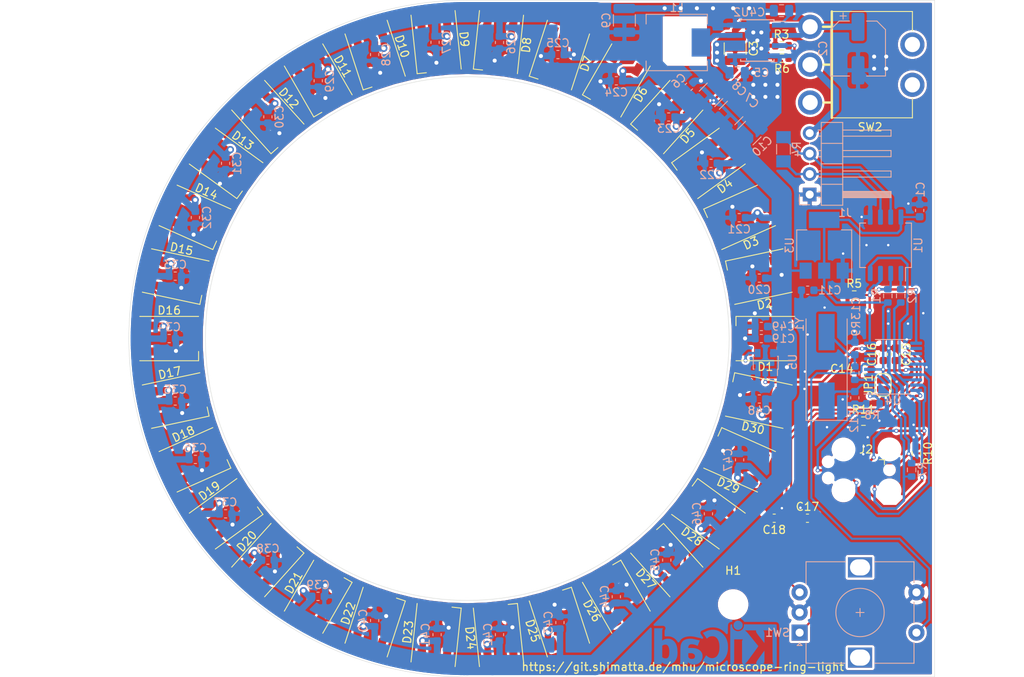
<source format=kicad_pcb>
(kicad_pcb (version 20171130) (host pcbnew 5.1.9)

  (general
    (thickness 1.6)
    (drawings 7)
    (tracks 1199)
    (zones 0)
    (modules 106)
    (nets 63)
  )

  (page A4)
  (layers
    (0 F.Cu signal)
    (31 B.Cu signal)
    (32 B.Adhes user)
    (33 F.Adhes user)
    (34 B.Paste user)
    (35 F.Paste user)
    (36 B.SilkS user)
    (37 F.SilkS user)
    (38 B.Mask user)
    (39 F.Mask user)
    (40 Dwgs.User user)
    (41 Cmts.User user)
    (42 Eco1.User user)
    (43 Eco2.User user)
    (44 Edge.Cuts user)
    (45 Margin user)
    (46 B.CrtYd user)
    (47 F.CrtYd user)
    (48 B.Fab user hide)
    (49 F.Fab user hide)
  )

  (setup
    (last_trace_width 0.8)
    (user_trace_width 0.3)
    (user_trace_width 0.6)
    (user_trace_width 0.8)
    (user_trace_width 2.5)
    (trace_clearance 0.2)
    (zone_clearance 0.3)
    (zone_45_only no)
    (trace_min 0.2)
    (via_size 0.8)
    (via_drill 0.4)
    (via_min_size 0.4)
    (via_min_drill 0.3)
    (user_via 0.5 0.3)
    (user_via 0.9 0.5)
    (uvia_size 0.3)
    (uvia_drill 0.1)
    (uvias_allowed no)
    (uvia_min_size 0.2)
    (uvia_min_drill 0.1)
    (edge_width 0.05)
    (segment_width 0.2)
    (pcb_text_width 0.3)
    (pcb_text_size 1.5 1.5)
    (mod_edge_width 0.12)
    (mod_text_size 1 1)
    (mod_text_width 0.15)
    (pad_size 2.3 3.5)
    (pad_drill 0)
    (pad_to_mask_clearance 0)
    (aux_axis_origin 0 0)
    (visible_elements FFFFFF7F)
    (pcbplotparams
      (layerselection 0x010fc_ffffffff)
      (usegerberextensions false)
      (usegerberattributes true)
      (usegerberadvancedattributes true)
      (creategerberjobfile true)
      (excludeedgelayer true)
      (linewidth 0.100000)
      (plotframeref false)
      (viasonmask false)
      (mode 1)
      (useauxorigin false)
      (hpglpennumber 1)
      (hpglpenspeed 20)
      (hpglpendiameter 15.000000)
      (psnegative false)
      (psa4output false)
      (plotreference true)
      (plotvalue true)
      (plotinvisibletext false)
      (padsonsilk false)
      (subtractmaskfromsilk false)
      (outputformat 1)
      (mirror false)
      (drillshape 1)
      (scaleselection 1)
      (outputdirectory ""))
  )

  (net 0 "")
  (net 1 GND)
  (net 2 +3V3)
  (net 3 /TIM3_CH1)
  (net 4 /TIM3_CH2)
  (net 5 +12V)
  (net 6 +5V)
  (net 7 "Net-(D1-Pad4)")
  (net 8 "Net-(D1-Pad2)")
  (net 9 "Net-(D2-Pad4)")
  (net 10 "Net-(D3-Pad4)")
  (net 11 "Net-(D22-Pad4)")
  (net 12 "Net-(D4-Pad4)")
  (net 13 "Net-(D23-Pad4)")
  (net 14 "Net-(D5-Pad4)")
  (net 15 "Net-(D10-Pad2)")
  (net 16 "Net-(D10-Pad4)")
  (net 17 "Net-(D11-Pad4)")
  (net 18 "Net-(D12-Pad4)")
  (net 19 "Net-(D13-Pad4)")
  (net 20 "Net-(D14-Pad4)")
  (net 21 "Net-(D15-Pad4)")
  (net 22 "Net-(D16-Pad4)")
  (net 23 "Net-(D17-Pad4)")
  (net 24 "Net-(D18-Pad4)")
  (net 25 "Net-(D19-Pad4)")
  (net 26 "Net-(D20-Pad4)")
  (net 27 "Net-(D24-Pad4)")
  (net 28 /DMX+)
  (net 29 /DMX-)
  (net 30 /~RESET)
  (net 31 /STM_RX)
  (net 32 "Net-(J2-Pad8)")
  (net 33 /STM_TX)
  (net 34 "Net-(J2-Pad6)")
  (net 35 "Net-(J2-Pad5)")
  (net 36 /SWCLK)
  (net 37 /SWDIO)
  (net 38 /DMX_TXEN)
  (net 39 /DMX_~RXEN)
  (net 40 "/LED Grave/SK6812_DATA_IN")
  (net 41 /BUTTON)
  (net 42 "Net-(L1-Pad1)")
  (net 43 "Net-(C12-Pad1)")
  (net 44 "Net-(C13-Pad1)")
  (net 45 "Net-(D6-Pad4)")
  (net 46 "Net-(D7-Pad4)")
  (net 47 "Net-(D8-Pad4)")
  (net 48 "Net-(D21-Pad4)")
  (net 49 "Net-(D25-Pad4)")
  (net 50 "Net-(D26-Pad4)")
  (net 51 "Net-(D27-Pad4)")
  (net 52 "Net-(D28-Pad4)")
  (net 53 "Net-(D29-Pad4)")
  (net 54 "Net-(D30-Pad4)")
  (net 55 "Net-(R2-Pad2)")
  (net 56 "Net-(R3-Pad2)")
  (net 57 "Net-(U4-Pad8)")
  (net 58 "Net-(U4-Pad7)")
  (net 59 "Net-(R9-Pad1)")
  (net 60 "Net-(J1-Pad4)")
  (net 61 "Net-(SW2-Pad1)")
  (net 62 "Net-(U4-Pad14)")

  (net_class Default "This is the default net class."
    (clearance 0.2)
    (trace_width 0.25)
    (via_dia 0.8)
    (via_drill 0.4)
    (uvia_dia 0.3)
    (uvia_drill 0.1)
    (add_net +12V)
    (add_net +3V3)
    (add_net +5V)
    (add_net /BUTTON)
    (add_net /DMX+)
    (add_net /DMX-)
    (add_net /DMX_TXEN)
    (add_net /DMX_~RXEN)
    (add_net "/LED Grave/SK6812_DATA_IN")
    (add_net /STM_RX)
    (add_net /STM_TX)
    (add_net /SWCLK)
    (add_net /SWDIO)
    (add_net /TIM3_CH1)
    (add_net /TIM3_CH2)
    (add_net /~RESET)
    (add_net GND)
    (add_net "Net-(C12-Pad1)")
    (add_net "Net-(C13-Pad1)")
    (add_net "Net-(D1-Pad2)")
    (add_net "Net-(D1-Pad4)")
    (add_net "Net-(D10-Pad2)")
    (add_net "Net-(D10-Pad4)")
    (add_net "Net-(D11-Pad4)")
    (add_net "Net-(D12-Pad4)")
    (add_net "Net-(D13-Pad4)")
    (add_net "Net-(D14-Pad4)")
    (add_net "Net-(D15-Pad4)")
    (add_net "Net-(D16-Pad4)")
    (add_net "Net-(D17-Pad4)")
    (add_net "Net-(D18-Pad4)")
    (add_net "Net-(D19-Pad4)")
    (add_net "Net-(D2-Pad4)")
    (add_net "Net-(D20-Pad4)")
    (add_net "Net-(D21-Pad4)")
    (add_net "Net-(D22-Pad4)")
    (add_net "Net-(D23-Pad4)")
    (add_net "Net-(D24-Pad4)")
    (add_net "Net-(D25-Pad4)")
    (add_net "Net-(D26-Pad4)")
    (add_net "Net-(D27-Pad4)")
    (add_net "Net-(D28-Pad4)")
    (add_net "Net-(D29-Pad4)")
    (add_net "Net-(D3-Pad4)")
    (add_net "Net-(D30-Pad4)")
    (add_net "Net-(D4-Pad4)")
    (add_net "Net-(D5-Pad4)")
    (add_net "Net-(D6-Pad4)")
    (add_net "Net-(D7-Pad4)")
    (add_net "Net-(D8-Pad4)")
    (add_net "Net-(J1-Pad4)")
    (add_net "Net-(J2-Pad5)")
    (add_net "Net-(J2-Pad6)")
    (add_net "Net-(J2-Pad8)")
    (add_net "Net-(L1-Pad1)")
    (add_net "Net-(R2-Pad2)")
    (add_net "Net-(R3-Pad2)")
    (add_net "Net-(R9-Pad1)")
    (add_net "Net-(SW2-Pad1)")
    (add_net "Net-(U4-Pad14)")
    (add_net "Net-(U4-Pad7)")
    (add_net "Net-(U4-Pad8)")
  )

  (module shimatta_artwork:shimatta_kanji_10mm_solder_mask (layer F.Cu) (tedit 0) (tstamp 6017E024)
    (at 88.5 30.5)
    (fp_text reference G*** (at 0 0) (layer F.SilkS) hide
      (effects (font (size 1.524 1.524) (thickness 0.3)))
    )
    (fp_text value LOGO (at 0.75 0) (layer F.SilkS) hide
      (effects (font (size 1.524 1.524) (thickness 0.3)))
    )
    (fp_poly (pts (xy -1.974371 1.038841) (xy -1.921286 1.053288) (xy -1.872623 1.079719) (xy -1.866195 1.084191)
      (xy -1.838293 1.104059) (xy -1.817119 1.069799) (xy -1.79976 1.048167) (xy -1.782486 1.036309)
      (xy -1.778291 1.035539) (xy -1.768206 1.038583) (xy -1.760646 1.049319) (xy -1.755185 1.070154)
      (xy -1.7514 1.103496) (xy -1.748865 1.15175) (xy -1.747273 1.211385) (xy -1.746474 1.259613)
      (xy -1.746752 1.291726) (xy -1.748675 1.311141) (xy -1.75281 1.321274) (xy -1.759723 1.325542)
      (xy -1.766441 1.326858) (xy -1.786978 1.322585) (xy -1.793979 1.312205) (xy -1.82301 1.2417)
      (xy -1.856701 1.183639) (xy -1.890646 1.143766) (xy -1.936773 1.110849) (xy -1.98647 1.091476)
      (xy -2.036678 1.08492) (xy -2.084334 1.090454) (xy -2.126379 1.107351) (xy -2.159752 1.134885)
      (xy -2.181392 1.172328) (xy -2.188308 1.214467) (xy -2.182791 1.248681) (xy -2.165175 1.278144)
      (xy -2.133859 1.30396) (xy -2.087242 1.327231) (xy -2.023723 1.349063) (xy -1.972988 1.362908)
      (xy -1.926945 1.37512) (xy -1.884295 1.387388) (xy -1.85095 1.397965) (xy -1.837224 1.403038)
      (xy -1.783941 1.43521) (xy -1.7442 1.480643) (xy -1.719152 1.537493) (xy -1.709948 1.603912)
      (xy -1.709925 1.607039) (xy -1.718324 1.675881) (xy -1.743018 1.735267) (xy -1.782805 1.783525)
      (xy -1.836485 1.818985) (xy -1.87192 1.832554) (xy -1.918944 1.841854) (xy -1.97371 1.845409)
      (xy -2.028119 1.84323) (xy -2.074074 1.835326) (xy -2.083751 1.832294) (xy -2.116174 1.818033)
      (xy -2.150925 1.79893) (xy -2.159336 1.793591) (xy -2.197825 1.76812) (xy -2.219932 1.802247)
      (xy -2.24036 1.826752) (xy -2.262088 1.836076) (xy -2.268904 1.836495) (xy -2.295769 1.836616)
      (xy -2.295769 1.524) (xy -2.272298 1.524) (xy -2.259227 1.52626) (xy -2.249254 1.535687)
      (xy -2.239777 1.556254) (xy -2.228545 1.590772) (xy -2.200232 1.656354) (xy -2.159137 1.713395)
      (xy -2.108703 1.757526) (xy -2.086983 1.770431) (xy -2.043168 1.785715) (xy -1.991547 1.792606)
      (xy -1.939352 1.79103) (xy -1.893813 1.780914) (xy -1.875726 1.772587) (xy -1.835146 1.739209)
      (xy -1.80866 1.697192) (xy -1.797641 1.650585) (xy -1.803458 1.603433) (xy -1.811693 1.583581)
      (xy -1.823542 1.564842) (xy -1.839561 1.549289) (xy -1.86277 1.535442) (xy -1.896185 1.521824)
      (xy -1.942823 1.506956) (xy -2.001869 1.490396) (xy -2.070514 1.470952) (xy -2.12321 1.453777)
      (xy -2.163196 1.437447) (xy -2.193709 1.420542) (xy -2.217988 1.401639) (xy -2.229206 1.390568)
      (xy -2.258638 1.349794) (xy -2.273428 1.302837) (xy -2.276231 1.263171) (xy -2.268182 1.193355)
      (xy -2.244667 1.13505) (xy -2.206631 1.089166) (xy -2.155021 1.056615) (xy -2.090784 1.038307)
      (xy -2.038549 1.034453) (xy -1.974371 1.038841)) (layer F.Mask) (width 0.01))
    (fp_poly (pts (xy 0.640944 1.312618) (xy 0.67704 1.319504) (xy 0.709375 1.333293) (xy 0.740902 1.35388)
      (xy 0.745424 1.357713) (xy 0.776654 1.385604) (xy 0.781782 1.564706) (xy 0.783857 1.622571)
      (xy 0.786497 1.674136) (xy 0.789465 1.716036) (xy 0.792525 1.744908) (xy 0.79526 1.757136)
      (xy 0.810932 1.766015) (xy 0.84142 1.765392) (xy 0.866266 1.76353) (xy 0.877171 1.76799)
      (xy 0.879231 1.777416) (xy 0.870113 1.801327) (xy 0.844983 1.820342) (xy 0.807181 1.832279)
      (xy 0.792135 1.834328) (xy 0.760728 1.835756) (xy 0.740346 1.830993) (xy 0.722902 1.817897)
      (xy 0.72021 1.815253) (xy 0.702591 1.795118) (xy 0.692224 1.778656) (xy 0.691979 1.777976)
      (xy 0.684959 1.772802) (xy 0.669292 1.779728) (xy 0.649017 1.79442) (xy 0.618564 1.81506)
      (xy 0.58745 1.831466) (xy 0.577369 1.835408) (xy 0.533609 1.844151) (xy 0.484536 1.845295)
      (xy 0.438788 1.839118) (xy 0.412345 1.830092) (xy 0.372494 1.802851) (xy 0.349635 1.767447)
      (xy 0.341942 1.720977) (xy 0.341923 1.718095) (xy 0.343126 1.700515) (xy 0.455607 1.700515)
      (xy 0.457835 1.73071) (xy 0.469349 1.752095) (xy 0.48304 1.765362) (xy 0.507125 1.781844)
      (xy 0.532 1.786258) (xy 0.550438 1.78465) (xy 0.58274 1.776437) (xy 0.610963 1.763138)
      (xy 0.614012 1.761016) (xy 0.645603 1.732311) (xy 0.665621 1.699528) (xy 0.677036 1.656731)
      (xy 0.680628 1.627794) (xy 0.683522 1.592705) (xy 0.683443 1.573158) (xy 0.679617 1.565278)
      (xy 0.671269 1.565193) (xy 0.668269 1.565968) (xy 0.648488 1.570944) (xy 0.617794 1.578137)
      (xy 0.595923 1.583073) (xy 0.536922 1.599909) (xy 0.495378 1.621103) (xy 0.469412 1.648229)
      (xy 0.457142 1.682862) (xy 0.455607 1.700515) (xy 0.343126 1.700515) (xy 0.344116 1.686059)
      (xy 0.353266 1.661888) (xy 0.373232 1.635965) (xy 0.376197 1.632658) (xy 0.40625 1.605269)
      (xy 0.444581 1.581703) (xy 0.4938 1.560914) (xy 0.556523 1.541856) (xy 0.635361 1.523484)
      (xy 0.663059 1.517848) (xy 0.676458 1.513728) (xy 0.682332 1.50481) (xy 0.682301 1.485745)
      (xy 0.679595 1.463209) (xy 0.674002 1.43082) (xy 0.667225 1.404589) (xy 0.663822 1.396093)
      (xy 0.644922 1.378737) (xy 0.61268 1.366075) (xy 0.573062 1.359819) (xy 0.540027 1.360581)
      (xy 0.500622 1.369239) (xy 0.478247 1.383995) (xy 0.473727 1.40413) (xy 0.477739 1.414757)
      (xy 0.487636 1.447797) (xy 0.483358 1.477167) (xy 0.468279 1.499765) (xy 0.445775 1.512488)
      (xy 0.419223 1.512233) (xy 0.391997 1.495897) (xy 0.390769 1.494692) (xy 0.373401 1.465279)
      (xy 0.372129 1.431335) (xy 0.385222 1.396326) (xy 0.410949 1.363713) (xy 0.447576 1.336962)
      (xy 0.475841 1.324549) (xy 0.525279 1.313638) (xy 0.58351 1.309581) (xy 0.640944 1.312618)) (layer F.Mask) (width 0.01))
    (fp_poly (pts (xy 1.067389 1.108152) (xy 1.073653 1.114475) (xy 1.077607 1.128178) (xy 1.079988 1.152711)
      (xy 1.081536 1.191523) (xy 1.082262 1.218712) (xy 1.085024 1.328616) (xy 1.163538 1.328616)
      (xy 1.202366 1.3289) (xy 1.225462 1.330495) (xy 1.23663 1.334508) (xy 1.239675 1.342049)
      (xy 1.238929 1.350596) (xy 1.235823 1.361747) (xy 1.227612 1.368592) (xy 1.210101 1.372452)
      (xy 1.179094 1.37465) (xy 1.160096 1.37543) (xy 1.084385 1.378284) (xy 1.084385 1.55643)
      (xy 1.084671 1.622622) (xy 1.085671 1.672073) (xy 1.087598 1.707571) (xy 1.090664 1.731905)
      (xy 1.09508 1.747866) (xy 1.099592 1.756288) (xy 1.121883 1.774299) (xy 1.148938 1.776923)
      (xy 1.176351 1.766026) (xy 1.199718 1.743476) (xy 1.214633 1.711137) (xy 1.215545 1.707173)
      (xy 1.22186 1.676871) (xy 1.226224 1.655885) (xy 1.235543 1.636856) (xy 1.256152 1.631464)
      (xy 1.256791 1.631462) (xy 1.271513 1.632447) (xy 1.278247 1.638659) (xy 1.278807 1.654982)
      (xy 1.275582 1.681998) (xy 1.26038 1.743784) (xy 1.232522 1.791452) (xy 1.191026 1.826549)
      (xy 1.18012 1.832659) (xy 1.145866 1.843001) (xy 1.104011 1.845687) (xy 1.064409 1.840618)
      (xy 1.046249 1.834029) (xy 1.023745 1.8175) (xy 1.002423 1.794593) (xy 1.002288 1.794411)
      (xy 0.995239 1.783637) (xy 0.989937 1.770968) (xy 0.986075 1.753497) (xy 0.983345 1.728317)
      (xy 0.98144 1.692522) (xy 0.980054 1.643206) (xy 0.978878 1.577463) (xy 0.978796 1.572161)
      (xy 0.975784 1.377462) (xy 0.932392 1.377462) (xy 0.905449 1.376377) (xy 0.892769 1.371235)
      (xy 0.889118 1.359204) (xy 0.889 1.353994) (xy 0.894585 1.334751) (xy 0.914328 1.321845)
      (xy 0.92033 1.319605) (xy 0.958438 1.29963) (xy 0.987906 1.268085) (xy 1.010137 1.222673)
      (xy 1.026541 1.161099) (xy 1.030398 1.139951) (xy 1.036325 1.115595) (xy 1.045494 1.105989)
      (xy 1.058076 1.105759) (xy 1.067389 1.108152)) (layer F.Mask) (width 0.01))
    (fp_poly (pts (xy 1.488944 1.110289) (xy 1.494525 1.116945) (xy 1.498106 1.132096) (xy 1.500339 1.159063)
      (xy 1.501878 1.201166) (xy 1.502339 1.218712) (xy 1.505101 1.328616) (xy 1.582935 1.328616)
      (xy 1.6216 1.328878) (xy 1.644721 1.330503) (xy 1.656293 1.334742) (xy 1.66031 1.342849)
      (xy 1.660769 1.353039) (xy 1.659936 1.365151) (xy 1.65478 1.372404) (xy 1.641314 1.376043)
      (xy 1.615552 1.377313) (xy 1.582615 1.377462) (xy 1.504461 1.377462) (xy 1.504461 1.558192)
      (xy 1.504599 1.622242) (xy 1.5052 1.669671) (xy 1.50655 1.703395) (xy 1.508932 1.726331)
      (xy 1.512633 1.741394) (xy 1.517936 1.751503) (xy 1.524 1.758462) (xy 1.553175 1.776093)
      (xy 1.584057 1.77626) (xy 1.611666 1.759856) (xy 1.625783 1.740182) (xy 1.635945 1.713599)
      (xy 1.644478 1.680299) (xy 1.645819 1.672981) (xy 1.651731 1.646626) (xy 1.660436 1.634536)
      (xy 1.675946 1.631473) (xy 1.677642 1.631462) (xy 1.69222 1.632603) (xy 1.698789 1.63934)
      (xy 1.699297 1.656642) (xy 1.696783 1.680302) (xy 1.682886 1.743441) (xy 1.657693 1.790854)
      (xy 1.620651 1.823134) (xy 1.571209 1.840874) (xy 1.544177 1.844314) (xy 1.50807 1.844991)
      (xy 1.482071 1.839541) (xy 1.457198 1.825996) (xy 1.455615 1.82493) (xy 1.437063 1.81038)
      (xy 1.422919 1.793322) (xy 1.412591 1.771022) (xy 1.405489 1.740747) (xy 1.401022 1.699763)
      (xy 1.398599 1.645336) (xy 1.39763 1.574735) (xy 1.397551 1.556312) (xy 1.397 1.378585)
      (xy 1.355481 1.375581) (xy 1.327979 1.371614) (xy 1.314897 1.363255) (xy 1.311576 1.353039)
      (xy 1.315704 1.337223) (xy 1.334351 1.32219) (xy 1.350145 1.313962) (xy 1.38592 1.292045)
      (xy 1.412117 1.263056) (xy 1.431723 1.222652) (xy 1.445662 1.17518) (xy 1.45552 1.139038)
      (xy 1.464372 1.118497) (xy 1.474178 1.109844) (xy 1.48071 1.108808) (xy 1.488944 1.110289)) (layer F.Mask) (width 0.01))
    (fp_poly (pts (xy 2.067017 1.312015) (xy 2.091074 1.317656) (xy 2.115093 1.328184) (xy 2.119351 1.330379)
      (xy 2.147999 1.346455) (xy 2.169267 1.362613) (xy 2.184314 1.38202) (xy 2.194299 1.407842)
      (xy 2.200379 1.443246) (xy 2.203714 1.491396) (xy 2.205462 1.55546) (xy 2.205652 1.56621)
      (xy 2.206886 1.634499) (xy 2.208354 1.685635) (xy 2.210672 1.721998) (xy 2.214456 1.745971)
      (xy 2.220321 1.759934) (xy 2.228883 1.766269) (xy 2.240758 1.767357) (xy 2.256562 1.76558)
      (xy 2.257183 1.765496) (xy 2.2874 1.764126) (xy 2.301366 1.77125) (xy 2.300944 1.788041)
      (xy 2.299502 1.792134) (xy 2.282756 1.811763) (xy 2.252528 1.827163) (xy 2.21481 1.835705)
      (xy 2.198095 1.836616) (xy 2.165222 1.832505) (xy 2.140837 1.817535) (xy 2.13411 1.810766)
      (xy 2.118195 1.791346) (xy 2.110332 1.777346) (xy 2.110154 1.776076) (xy 2.103393 1.775971)
      (xy 2.086279 1.785859) (xy 2.075981 1.793301) (xy 2.018762 1.826325) (xy 1.956762 1.843577)
      (xy 1.894263 1.844524) (xy 1.83555 1.828632) (xy 1.82662 1.824404) (xy 1.78778 1.795174)
      (xy 1.765426 1.756208) (xy 1.760635 1.709667) (xy 1.762569 1.695669) (xy 1.762917 1.694639)
      (xy 1.875692 1.694639) (xy 1.882946 1.738312) (xy 1.90319 1.768727) (xy 1.934148 1.784818)
      (xy 1.973544 1.785521) (xy 2.0191 1.769771) (xy 2.027115 1.765481) (xy 2.065577 1.734584)
      (xy 2.089543 1.692505) (xy 2.099829 1.637617) (xy 2.100369 1.619064) (xy 2.100385 1.562705)
      (xy 2.073519 1.568707) (xy 2.002641 1.586563) (xy 1.949443 1.60502) (xy 1.912071 1.625257)
      (xy 1.888675 1.648452) (xy 1.877405 1.675784) (xy 1.875692 1.694639) (xy 1.762917 1.694639)
      (xy 1.775241 1.658177) (xy 1.799184 1.625607) (xy 1.835942 1.597087) (xy 1.887055 1.571743)
      (xy 1.954065 1.5487) (xy 2.038515 1.527086) (xy 2.073519 1.519478) (xy 2.091119 1.51337)
      (xy 2.098748 1.500718) (xy 2.100385 1.475604) (xy 2.095153 1.427605) (xy 2.078669 1.393815)
      (xy 2.052443 1.373045) (xy 2.013304 1.361056) (xy 1.967038 1.358661) (xy 1.923753 1.36625)
      (xy 1.919185 1.367871) (xy 1.900754 1.378362) (xy 1.897388 1.393896) (xy 1.89901 1.402063)
      (xy 1.906334 1.431636) (xy 1.910841 1.449775) (xy 1.90831 1.475393) (xy 1.891704 1.498124)
      (xy 1.866273 1.512219) (xy 1.851978 1.514231) (xy 1.827936 1.505801) (xy 1.805532 1.484928)
      (xy 1.790661 1.458238) (xy 1.787806 1.442086) (xy 1.796395 1.409192) (xy 1.81924 1.375487)
      (xy 1.852116 1.346505) (xy 1.867982 1.337029) (xy 1.901035 1.323791) (xy 1.941599 1.315663)
      (xy 1.992923 1.311533) (xy 2.036455 1.310295) (xy 2.067017 1.312015)) (layer F.Mask) (width 0.01))
    (fp_poly (pts (xy -1.455615 1.215473) (xy -1.450731 1.398336) (xy -1.421423 1.367157) (xy -1.376353 1.331405)
      (xy -1.326607 1.312133) (xy -1.275539 1.308504) (xy -1.226501 1.31968) (xy -1.182846 1.344823)
      (xy -1.147927 1.383095) (xy -1.125098 1.433658) (xy -1.123046 1.441718) (xy -1.119874 1.465079)
      (xy -1.117169 1.503375) (xy -1.115156 1.552) (xy -1.114058 1.606352) (xy -1.113925 1.628833)
      (xy -1.113934 1.686246) (xy -1.11338 1.727126) (xy -1.11108 1.754472) (xy -1.10585 1.771281)
      (xy -1.096506 1.780548) (xy -1.081867 1.785271) (xy -1.060747 1.788448) (xy -1.050305 1.789943)
      (xy -1.03283 1.799802) (xy -1.027608 1.809862) (xy -1.027842 1.816489) (xy -1.03341 1.821136)
      (xy -1.047143 1.82415) (xy -1.071873 1.825876) (xy -1.110431 1.826659) (xy -1.165648 1.826846)
      (xy -1.166707 1.826846) (xy -1.222097 1.826711) (xy -1.260894 1.826038) (xy -1.28604 1.824421)
      (xy -1.30048 1.821457) (xy -1.307159 1.816742) (xy -1.309018 1.809871) (xy -1.309077 1.807308)
      (xy -1.304974 1.793528) (xy -1.289229 1.788224) (xy -1.276839 1.787769) (xy -1.25665 1.786726)
      (xy -1.24203 1.781795) (xy -1.232084 1.770273) (xy -1.225917 1.749459) (xy -1.222637 1.716651)
      (xy -1.22135 1.669146) (xy -1.221154 1.619425) (xy -1.222023 1.550012) (xy -1.22506 1.497159)
      (xy -1.230911 1.457944) (xy -1.240222 1.429447) (xy -1.253639 1.408749) (xy -1.271142 1.393392)
      (xy -1.306881 1.379323) (xy -1.346249 1.381693) (xy -1.384996 1.399063) (xy -1.418873 1.429993)
      (xy -1.431192 1.447614) (xy -1.439055 1.463151) (xy -1.44473 1.481935) (xy -1.448683 1.507586)
      (xy -1.451382 1.543727) (xy -1.453292 1.593978) (xy -1.454095 1.625431) (xy -1.455257 1.685008)
      (xy -1.45493 1.727828) (xy -1.452182 1.756663) (xy -1.446076 1.774287) (xy -1.43568 1.783474)
      (xy -1.420057 1.786995) (xy -1.399442 1.78762) (xy -1.376896 1.790323) (xy -1.368343 1.800256)
      (xy -1.367692 1.807308) (xy -1.368675 1.814909) (xy -1.373585 1.820234) (xy -1.385367 1.823685)
      (xy -1.406965 1.825666) (xy -1.441322 1.826583) (xy -1.491383 1.826838) (xy -1.510063 1.826846)
      (xy -1.565576 1.826666) (xy -1.604384 1.825895) (xy -1.629317 1.824188) (xy -1.643208 1.821198)
      (xy -1.648887 1.81658) (xy -1.649186 1.809989) (xy -1.649162 1.809862) (xy -1.637956 1.794552)
      (xy -1.626465 1.789943) (xy -1.600387 1.785385) (xy -1.584931 1.782287) (xy -1.562824 1.777564)
      (xy -1.565393 1.438302) (xy -1.567962 1.099039) (xy -1.614365 1.096061) (xy -1.6426 1.093155)
      (xy -1.65633 1.087339) (xy -1.660586 1.075813) (xy -1.660769 1.070241) (xy -1.659089 1.056138)
      (xy -1.651888 1.04659) (xy -1.635928 1.040587) (xy -1.607967 1.037118) (xy -1.564767 1.035173)
      (xy -1.546808 1.034698) (xy -1.4605 1.03261) (xy -1.455615 1.215473)) (layer F.Mask) (width 0.01))
    (fp_poly (pts (xy -0.791308 1.541671) (xy -0.79114 1.616724) (xy -0.790274 1.674548) (xy -0.788164 1.717452)
      (xy -0.784266 1.747744) (xy -0.778034 1.767735) (xy -0.768923 1.779731) (xy -0.756389 1.786044)
      (xy -0.739886 1.788981) (xy -0.732772 1.789665) (xy -0.705556 1.796467) (xy -0.695421 1.80975)
      (xy -0.695628 1.81631) (xy -0.700994 1.820947) (xy -0.714308 1.82399) (xy -0.738353 1.825767)
      (xy -0.775917 1.826609) (xy -0.829783 1.826843) (xy -0.840154 1.826846) (xy -0.896902 1.826679)
      (xy -0.936899 1.825957) (xy -0.96293 1.824353) (xy -0.977782 1.821535) (xy -0.984238 1.817177)
      (xy -0.985086 1.810948) (xy -0.984886 1.80975) (xy -0.97342 1.795751) (xy -0.947535 1.789665)
      (xy -0.927021 1.786674) (xy -0.911938 1.780045) (xy -0.901459 1.767116) (xy -0.894754 1.745221)
      (xy -0.890995 1.711698) (xy -0.889353 1.663884) (xy -0.889 1.601508) (xy -0.889384 1.54625)
      (xy -0.890442 1.495701) (xy -0.892032 1.454098) (xy -0.894015 1.425682) (xy -0.895106 1.41776)
      (xy -0.900096 1.399466) (xy -0.909311 1.390477) (xy -0.928545 1.387501) (xy -0.948837 1.387231)
      (xy -0.977413 1.386342) (xy -0.991501 1.382043) (xy -0.996126 1.371885) (xy -0.996462 1.364029)
      (xy -0.992671 1.349345) (xy -0.979576 1.33915) (xy -0.954592 1.332756) (xy -0.915134 1.329476)
      (xy -0.863356 1.328616) (xy -0.791308 1.328616) (xy -0.791308 1.541671)) (layer F.Mask) (width 0.01))
    (fp_poly (pts (xy 0.080297 1.3191) (xy 0.125771 1.345358) (xy 0.152577 1.373188) (xy 0.180731 1.410065)
      (xy 0.183814 1.586478) (xy 0.185487 1.650324) (xy 0.187999 1.703674) (xy 0.191173 1.744022)
      (xy 0.194831 1.768864) (xy 0.197222 1.77533) (xy 0.213481 1.783903) (xy 0.238852 1.787753)
      (xy 0.240542 1.787769) (xy 0.263603 1.790132) (xy 0.272652 1.799263) (xy 0.273538 1.807308)
      (xy 0.272556 1.814909) (xy 0.267645 1.820234) (xy 0.255863 1.823685) (xy 0.234266 1.825666)
      (xy 0.199908 1.826583) (xy 0.149847 1.826838) (xy 0.131168 1.826846) (xy 0.075655 1.826666)
      (xy 0.036847 1.825895) (xy 0.011913 1.824188) (xy -0.001977 1.821198) (xy -0.007656 1.81658)
      (xy -0.007955 1.809989) (xy -0.007931 1.809862) (xy 0.003274 1.794552) (xy 0.014766 1.789943)
      (xy 0.040674 1.785404) (xy 0.056786 1.782164) (xy 0.079379 1.77732) (xy 0.076324 1.602575)
      (xy 0.07513 1.540071) (xy 0.073784 1.494035) (xy 0.071875 1.461401) (xy 0.068992 1.4391)
      (xy 0.064727 1.424065) (xy 0.058668 1.413227) (xy 0.050405 1.403519) (xy 0.049585 1.402645)
      (xy 0.018289 1.381785) (xy -0.017565 1.377181) (xy -0.053905 1.387557) (xy -0.086657 1.41164)
      (xy -0.11175 1.448156) (xy -0.114311 1.453926) (xy -0.121097 1.479773) (xy -0.126816 1.519311)
      (xy -0.13124 1.567557) (xy -0.134142 1.619526) (xy -0.135296 1.670235) (xy -0.134473 1.714698)
      (xy -0.131448 1.747932) (xy -0.128291 1.760904) (xy -0.117156 1.779704) (xy -0.099101 1.786984)
      (xy -0.08328 1.787769) (xy -0.059613 1.789922) (xy -0.050013 1.79834) (xy -0.048846 1.807308)
      (xy -0.049861 1.815039) (xy -0.054906 1.820409) (xy -0.066985 1.823845) (xy -0.089101 1.825777)
      (xy -0.124255 1.826634) (xy -0.17545 1.826844) (xy -0.185615 1.826846) (xy -0.239737 1.826701)
      (xy -0.277324 1.825981) (xy -0.301377 1.824255) (xy -0.314901 1.821096) (xy -0.320897 1.816074)
      (xy -0.322369 1.80876) (xy -0.322385 1.807308) (xy -0.318514 1.793788) (xy -0.303445 1.788375)
      (xy -0.288536 1.787769) (xy -0.259067 1.782638) (xy -0.244575 1.768873) (xy -0.240334 1.750826)
      (xy -0.237292 1.717778) (xy -0.235444 1.674231) (xy -0.234785 1.624683) (xy -0.235311 1.573638)
      (xy -0.237015 1.525594) (xy -0.239893 1.485053) (xy -0.243941 1.456516) (xy -0.24492 1.452539)
      (xy -0.263385 1.41075) (xy -0.290501 1.385404) (xy -0.32287 1.377462) (xy -0.368 1.386426)
      (xy -0.404805 1.412769) (xy -0.428846 1.448664) (xy -0.437064 1.467827) (xy -0.442778 1.488226)
      (xy -0.446426 1.513822) (xy -0.448446 1.548578) (xy -0.449276 1.596454) (xy -0.449385 1.63436)
      (xy -0.449479 1.690546) (xy -0.448929 1.730264) (xy -0.44649 1.756574) (xy -0.440914 1.772536)
      (xy -0.430953 1.78121) (xy -0.415362 1.785657) (xy -0.392893 1.788938) (xy -0.385997 1.789943)
      (xy -0.368523 1.799802) (xy -0.3633 1.809862) (xy -0.363534 1.816489) (xy -0.369102 1.821136)
      (xy -0.382836 1.82415) (xy -0.407566 1.825876) (xy -0.446123 1.826659) (xy -0.501341 1.826846)
      (xy -0.502399 1.826846) (xy -0.55779 1.826711) (xy -0.596586 1.826038) (xy -0.621732 1.824421)
      (xy -0.636173 1.821457) (xy -0.642851 1.816742) (xy -0.644711 1.809871) (xy -0.644769 1.807308)
      (xy -0.640779 1.793653) (xy -0.62536 1.788294) (xy -0.611773 1.787769) (xy -0.585868 1.784016)
      (xy -0.568147 1.774918) (xy -0.567592 1.774292) (xy -0.56321 1.76046) (xy -0.560279 1.730646)
      (xy -0.558758 1.683856) (xy -0.558602 1.619099) (xy -0.559069 1.576465) (xy -0.561731 1.392116)
      (xy -0.60325 1.389111) (xy -0.629637 1.385777) (xy -0.641728 1.378715) (xy -0.644761 1.364681)
      (xy -0.644769 1.363385) (xy -0.641762 1.348658) (xy -0.630785 1.338679) (xy -0.608907 1.332599)
      (xy -0.573196 1.329571) (xy -0.525096 1.328749) (xy -0.449385 1.328616) (xy -0.449385 1.398499)
      (xy -0.422975 1.367114) (xy -0.381681 1.331778) (xy -0.333598 1.312588) (xy -0.28274 1.309406)
      (xy -0.233119 1.322094) (xy -0.188746 1.350515) (xy -0.165668 1.375926) (xy -0.144271 1.404867)
      (xy -0.116038 1.372711) (xy -0.072184 1.335499) (xy -0.022379 1.314164) (xy 0.029681 1.3087)
      (xy 0.080297 1.3191)) (layer F.Mask) (width 0.01))
    (fp_poly (pts (xy -0.802099 1.070158) (xy -0.791846 1.081035) (xy -0.777413 1.111229) (xy -0.782485 1.140329)
      (xy -0.803008 1.164981) (xy -0.831546 1.180305) (xy -0.860061 1.176312) (xy -0.88456 1.158098)
      (xy -0.903765 1.13374) (xy -0.906257 1.111825) (xy -0.892337 1.086106) (xy -0.888291 1.080818)
      (xy -0.861205 1.059245) (xy -0.831005 1.055695) (xy -0.802099 1.070158)) (layer F.Mask) (width 0.01))
    (fp_poly (pts (xy -1.919394 -1.844364) (xy -1.881995 -1.838959) (xy -1.83621 -1.831152) (xy -1.787182 -1.821928)
      (xy -1.740055 -1.812271) (xy -1.699974 -1.803165) (xy -1.672081 -1.795593) (xy -1.665658 -1.793285)
      (xy -1.641617 -1.78009) (xy -1.626567 -1.766036) (xy -1.625347 -1.763663) (xy -1.626838 -1.74347)
      (xy -1.641826 -1.72305) (xy -1.660978 -1.710965) (xy -1.673678 -1.701253) (xy -1.695449 -1.680074)
      (xy -1.722813 -1.650936) (xy -1.742271 -1.629019) (xy -1.808024 -1.553308) (xy -0.594458 -1.553308)
      (xy -0.497222 -1.643673) (xy -0.460879 -1.677064) (xy -0.429285 -1.705373) (xy -0.405355 -1.726043)
      (xy -0.392001 -1.736515) (xy -0.390655 -1.737241) (xy -0.378973 -1.732798) (xy -0.356469 -1.717835)
      (xy -0.326597 -1.69517) (xy -0.292814 -1.66762) (xy -0.258573 -1.638004) (xy -0.227331 -1.609139)
      (xy -0.202541 -1.583843) (xy -0.202446 -1.583738) (xy -0.182214 -1.558813) (xy -0.169009 -1.537693)
      (xy -0.166077 -1.528615) (xy -0.172848 -1.514531) (xy -0.19409 -1.504447) (xy -0.231197 -1.498051)
      (xy -0.285562 -1.495033) (xy -0.318136 -1.494692) (xy -0.420077 -1.494692) (xy -0.420077 -1.318846)
      (xy -0.419978 -1.256308) (xy -0.419487 -1.210659) (xy -0.418317 -1.179249) (xy -0.416179 -1.159428)
      (xy -0.412785 -1.148545) (xy -0.407847 -1.143953) (xy -0.401076 -1.143) (xy -0.400946 -1.143)
      (xy -0.386656 -1.149096) (xy -0.361172 -1.165768) (xy -0.327888 -1.190596) (xy -0.290196 -1.221155)
      (xy -0.283437 -1.226881) (xy -0.185058 -1.310762) (xy -0.10076 -1.243977) (xy -0.050552 -1.202931)
      (xy -0.015414 -1.170918) (xy 0.005972 -1.146334) (xy 0.014925 -1.127576) (xy 0.012767 -1.113042)
      (xy 0.010144 -1.109259) (xy 0.003296 -1.104152) (xy -0.009271 -1.10031) (xy -0.030021 -1.097563)
      (xy -0.061416 -1.095745) (xy -0.105922 -1.094686) (xy -0.166 -1.09422) (xy -0.211235 -1.094154)
      (xy -0.420077 -1.094154) (xy -0.420077 -0.796651) (xy -0.342531 -0.873741) (xy -0.264986 -0.950832)
      (xy -0.208446 -0.912589) (xy -0.167434 -0.882691) (xy -0.128134 -0.850225) (xy -0.093355 -0.817971)
      (xy -0.065901 -0.78871) (xy -0.048579 -0.765224) (xy -0.044196 -0.750292) (xy -0.044312 -0.749955)
      (xy -0.049346 -0.741378) (xy -0.058613 -0.734832) (xy -0.07451 -0.730046) (xy -0.099432 -0.726751)
      (xy -0.135776 -0.724675) (xy -0.185938 -0.72355) (xy -0.252314 -0.723104) (xy -0.282819 -0.723056)
      (xy -0.35028 -0.722753) (xy -0.400068 -0.721869) (xy -0.434048 -0.72028) (xy -0.45408 -0.717863)
      (xy -0.462026 -0.714494) (xy -0.461108 -0.7112) (xy -0.44997 -0.689047) (xy -0.45748 -0.665224)
      (xy -0.478692 -0.644769) (xy -0.508 -0.6239) (xy -0.508 -0.420077) (xy -0.477382 -0.420077)
      (xy -0.461294 -0.422557) (xy -0.442702 -0.431376) (xy -0.418593 -0.448598) (xy -0.385953 -0.47629)
      (xy -0.356469 -0.502961) (xy -0.266175 -0.585845) (xy -0.218568 -0.550365) (xy -0.181106 -0.520775)
      (xy -0.144068 -0.488675) (xy -0.111503 -0.457853) (xy -0.087463 -0.432099) (xy -0.077422 -0.418313)
      (xy -0.075189 -0.398832) (xy -0.083756 -0.386563) (xy -0.091624 -0.381323) (xy -0.105009 -0.377396)
      (xy -0.126449 -0.374606) (xy -0.158481 -0.372774) (xy -0.203641 -0.371725) (xy -0.264466 -0.371281)
      (xy -0.303544 -0.371231) (xy -0.508 -0.371231) (xy -0.508 0) (xy -0.3887 0)
      (xy -0.205168 -0.16847) (xy -0.150791 -0.135523) (xy -0.100701 -0.103092) (xy -0.054861 -0.069559)
      (xy -0.016657 -0.037706) (xy 0.010525 -0.010313) (xy 0.022021 0.006433) (xy 0.027543 0.021071)
      (xy 0.028068 0.032697) (xy 0.021764 0.041653) (xy 0.006799 0.048284) (xy -0.01866 0.052935)
      (xy -0.056445 0.05595) (xy -0.10839 0.057672) (xy -0.176326 0.058445) (xy -0.255867 0.058616)
      (xy -0.508 0.058616) (xy -0.508 0.466604) (xy -0.543753 0.493875) (xy -0.5926 0.523223)
      (xy -0.644919 0.541308) (xy -0.695188 0.546772) (xy -0.732692 0.540297) (xy -0.744774 0.534806)
      (xy -0.754082 0.526462) (xy -0.760975 0.512889) (xy -0.765812 0.491713) (xy -0.768952 0.460557)
      (xy -0.770752 0.417047) (xy -0.771572 0.358808) (xy -0.771769 0.283463) (xy -0.771769 0.058616)
      (xy -1.394753 0.058616) (xy -1.41053 0.034536) (xy -1.421843 0.015678) (xy -1.426308 0.005228)
      (xy -1.417182 0.00317) (xy -1.392375 0.001493) (xy -1.355744 0.000377) (xy -1.313962 0)
      (xy -1.201615 0) (xy -1.201615 -0.371231) (xy -0.957385 -0.371231) (xy -0.957385 0)
      (xy -0.771769 0) (xy -0.771769 -0.371231) (xy -0.957385 -0.371231) (xy -1.201615 -0.371231)
      (xy -1.201615 -0.525857) (xy -1.069823 -0.472967) (xy -1.016817 -0.45199) (xy -0.977102 -0.437427)
      (xy -0.945959 -0.428116) (xy -0.918668 -0.422894) (xy -0.89051 -0.420602) (xy -0.856765 -0.420077)
      (xy -0.771769 -0.420077) (xy -0.771769 -0.722923) (xy -1.634867 -0.722923) (xy -1.61239 -0.698997)
      (xy -1.596848 -0.67546) (xy -1.599367 -0.65576) (xy -1.620531 -0.638413) (xy -1.63965 -0.629608)
      (xy -1.673862 -0.607744) (xy -1.71065 -0.569566) (xy -1.747587 -0.517644) (xy -1.75162 -0.511096)
      (xy -1.75152 -0.505437) (xy -1.74135 -0.501646) (xy -1.718505 -0.499402) (xy -1.680386 -0.498385)
      (xy -1.647158 -0.498231) (xy -1.534883 -0.498231) (xy -1.475412 -0.553291) (xy -1.447839 -0.57803)
      (xy -1.426122 -0.596036) (xy -1.413794 -0.604434) (xy -1.412358 -0.604579) (xy -1.387692 -0.577268)
      (xy -1.357837 -0.542223) (xy -1.32602 -0.503473) (xy -1.295468 -0.46505) (xy -1.269407 -0.430983)
      (xy -1.251065 -0.405304) (xy -1.245244 -0.395856) (xy -1.226039 -0.359747) (xy -1.271127 -0.319085)
      (xy -1.299345 -0.28887) (xy -1.328995 -0.249669) (xy -1.352273 -0.212352) (xy -1.421159 -0.103641)
      (xy -1.507092 0.002805) (xy -1.607579 0.104708) (xy -1.72013 0.199787) (xy -1.842253 0.285763)
      (xy -1.971455 0.360358) (xy -1.987081 0.368319) (xy -2.044203 0.395745) (xy -2.104073 0.422294)
      (xy -2.163731 0.446882) (xy -2.220219 0.468425) (xy -2.270577 0.485838) (xy -2.311847 0.498037)
      (xy -2.341069 0.503939) (xy -2.354601 0.502982) (xy -2.363498 0.492316) (xy -2.35879 0.478308)
      (xy -2.339261 0.459587) (xy -2.303696 0.43478) (xy -2.28232 0.421379) (xy -2.201566 0.368801)
      (xy -2.116594 0.308129) (xy -2.033772 0.244174) (xy -1.95947 0.181745) (xy -1.931654 0.156502)
      (xy -1.893852 0.120358) (xy -1.869903 0.095101) (xy -1.858655 0.079105) (xy -1.858958 0.070742)
      (xy -1.869294 0.068385) (xy -1.890535 0.058644) (xy -1.910327 0.029427) (xy -1.928664 -0.019257)
      (xy -1.935763 -0.04485) (xy -1.953408 -0.103979) (xy -1.973871 -0.15674) (xy -1.995002 -0.197934)
      (xy -2.005168 -0.212598) (xy -2.014656 -0.21693) (xy -2.030514 -0.210297) (xy -2.056217 -0.191185)
      (xy -2.058255 -0.189522) (xy -2.083064 -0.16973) (xy -2.11878 -0.141928) (xy -2.160649 -0.109789)
      (xy -2.203916 -0.076985) (xy -2.204407 -0.076615) (xy -2.248193 -0.044274) (xy -2.279378 -0.022973)
      (xy -2.300428 -0.011315) (xy -2.313811 -0.007902) (xy -2.321099 -0.010522) (xy -2.332834 -0.023783)
      (xy -2.334846 -0.029259) (xy -2.329106 -0.03977) (xy -2.313843 -0.061259) (xy -2.291994 -0.089655)
      (xy -2.284613 -0.098889) (xy -2.22415 -0.179007) (xy -2.161423 -0.271256) (xy -2.147432 -0.293745)
      (xy -1.945254 -0.293745) (xy -1.9178 -0.287849) (xy -1.844396 -0.264231) (xy -1.78592 -0.228069)
      (xy -1.742242 -0.179266) (xy -1.724151 -0.146275) (xy -1.713023 -0.122751) (xy -1.705495 -0.108964)
      (xy -1.704123 -0.107461) (xy -1.698102 -0.115076) (xy -1.684494 -0.135206) (xy -1.66604 -0.163778)
      (xy -1.662664 -0.169109) (xy -1.646605 -0.196) (xy -1.626293 -0.232122) (xy -1.603673 -0.273751)
      (xy -1.58069 -0.317166) (xy -1.559289 -0.358643) (xy -1.541414 -0.394459) (xy -1.52901 -0.420893)
      (xy -1.524021 -0.43422) (xy -1.524 -0.434553) (xy -1.533201 -0.436299) (xy -1.558534 -0.437719)
      (xy -1.596594 -0.438706) (xy -1.643976 -0.439151) (xy -1.668096 -0.439144) (xy -1.812192 -0.438672)
      (xy -1.878723 -0.366208) (xy -1.945254 -0.293745) (xy -2.147432 -0.293745) (xy -2.100448 -0.369266)
      (xy -2.045236 -0.466664) (xy -2.011507 -0.532423) (xy -1.98792 -0.581779) (xy -1.967144 -0.626875)
      (xy -1.950864 -0.663924) (xy -1.940771 -0.689138) (xy -1.938586 -0.696058) (xy -1.93219 -0.722923)
      (xy -2.079233 -0.722923) (xy -2.135866 -0.723061) (xy -2.176183 -0.723763) (xy -2.203404 -0.72546)
      (xy -2.22075 -0.728583) (xy -2.231444 -0.733562) (xy -2.238706 -0.74083) (xy -2.241485 -0.744635)
      (xy -2.252811 -0.763347) (xy -2.256692 -0.773943) (xy -2.247477 -0.776546) (xy -2.222047 -0.778764)
      (xy -2.183723 -0.780432) (xy -2.135827 -0.781382) (xy -2.105269 -0.781538) (xy -1.953846 -0.781538)
      (xy -1.953846 -1.093773) (xy -1.984421 -1.094154) (xy -1.699846 -1.094154) (xy -1.699846 -0.781538)
      (xy -1.524 -0.781538) (xy -1.524 -1.094154) (xy -1.279769 -1.094154) (xy -1.279769 -0.781538)
      (xy -1.103923 -0.781538) (xy -1.103923 -1.094154) (xy -0.849923 -1.094154) (xy -0.849923 -0.781538)
      (xy -0.674077 -0.781538) (xy -0.674077 -1.094154) (xy -0.849923 -1.094154) (xy -1.103923 -1.094154)
      (xy -1.279769 -1.094154) (xy -1.524 -1.094154) (xy -1.699846 -1.094154) (xy -1.984421 -1.094154)
      (xy -2.165144 -1.096406) (xy -2.234576 -1.097334) (xy -2.287068 -1.098347) (xy -2.325216 -1.099726)
      (xy -2.351617 -1.101754) (xy -2.368868 -1.104714) (xy -2.379566 -1.10889) (xy -2.386307 -1.114564)
      (xy -2.391028 -1.121019) (xy -2.405614 -1.143) (xy -1.953846 -1.143) (xy -1.953846 -1.418168)
      (xy -1.980712 -1.397535) (xy -2.032479 -1.359571) (xy -2.090212 -1.320097) (xy -2.146086 -1.284349)
      (xy -2.179002 -1.264853) (xy -2.209919 -1.248152) (xy -2.229037 -1.240688) (xy -2.241103 -1.241303)
      (xy -2.249687 -1.247643) (xy -2.255325 -1.25616) (xy -2.254622 -1.267439) (xy -2.246051 -1.284968)
      (xy -2.228086 -1.312236) (xy -2.210701 -1.336762) (xy -2.140125 -1.443624) (xy -2.111377 -1.494692)
      (xy -1.699846 -1.494692) (xy -1.699846 -1.143) (xy -1.524 -1.143) (xy -1.524 -1.494692)
      (xy -1.279769 -1.494692) (xy -1.279769 -1.143) (xy -1.103923 -1.143) (xy -1.103923 -1.494692)
      (xy -0.849923 -1.494692) (xy -0.849923 -1.143) (xy -0.674077 -1.143) (xy -0.674077 -1.494692)
      (xy -0.849923 -1.494692) (xy -1.103923 -1.494692) (xy -1.279769 -1.494692) (xy -1.524 -1.494692)
      (xy -1.699846 -1.494692) (xy -2.111377 -1.494692) (xy -2.076351 -1.556911) (xy -2.022321 -1.670896)
      (xy -1.980979 -1.779854) (xy -1.977668 -1.790211) (xy -1.964514 -1.825289) (xy -1.952054 -1.843074)
      (xy -1.943264 -1.846384) (xy -1.919394 -1.844364)) (layer F.Mask) (width 0.01))
    (fp_poly (pts (xy -4.450314 -1.843074) (xy -4.421207 -1.834144) (xy -4.382284 -1.821098) (xy -4.337733 -1.80544)
      (xy -4.291741 -1.788674) (xy -4.248497 -1.772302) (xy -4.21219 -1.757829) (xy -4.187009 -1.746758)
      (xy -4.184754 -1.745638) (xy -4.138598 -1.719108) (xy -4.111335 -1.695451) (xy -4.102693 -1.673752)
      (xy -4.112396 -1.653093) (xy -4.140172 -1.632559) (xy -4.149481 -1.627556) (xy -4.168557 -1.617176)
      (xy -4.183279 -1.606335) (xy -4.195994 -1.591609) (xy -4.209051 -1.569578) (xy -4.224797 -1.536819)
      (xy -4.24558 -1.489912) (xy -4.248469 -1.483295) (xy -4.274166 -1.426281) (xy -4.305194 -1.360264)
      (xy -4.337634 -1.293449) (xy -4.367399 -1.234364) (xy -4.433745 -1.10592) (xy -4.385642 -1.076017)
      (xy -4.352834 -1.051632) (xy -4.338819 -1.029943) (xy -4.34334 -1.009288) (xy -4.366144 -0.988004)
      (xy -4.37161 -0.98434) (xy -4.405681 -0.962269) (xy -4.405869 -0.258884) (xy -4.406057 0.4445)
      (xy -4.43774 0.466007) (xy -4.488967 0.494274) (xy -4.544054 0.513762) (xy -4.597662 0.523266)
      (xy -4.644454 0.521583) (xy -4.662365 0.516665) (xy -4.689231 0.506372) (xy -4.689231 -0.755182)
      (xy -4.784481 -0.663184) (xy -4.842542 -0.608099) (xy -4.892151 -0.563065) (xy -4.932115 -0.529092)
      (xy -4.96124 -0.507189) (xy -4.978332 -0.498365) (xy -4.979675 -0.498231) (xy -4.994042 -0.504943)
      (xy -5.000311 -0.511035) (xy -5.00264 -0.52155) (xy -4.996358 -0.539837) (xy -4.980248 -0.568519)
      (xy -4.957004 -0.604397) (xy -4.858701 -0.7631) (xy -4.766712 -0.935035) (xy -4.683977 -1.114189)
      (xy -4.613433 -1.294549) (xy -4.598294 -1.338384) (xy -4.578583 -1.400189) (xy -4.557844 -1.470622)
      (xy -4.537235 -1.545225) (xy -4.517912 -1.619537) (xy -4.501029 -1.6891) (xy -4.487744 -1.749453)
      (xy -4.479212 -1.796139) (xy -4.478651 -1.799981) (xy -4.473579 -1.826977) (xy -4.46802 -1.84371)
      (xy -4.465414 -1.846384) (xy -4.450314 -1.843074)) (layer F.Mask) (width 0.01))
    (fp_poly (pts (xy 3.669072 -1.737221) (xy 3.723446 -1.720007) (xy 3.781495 -1.694026) (xy 3.838701 -1.661833)
      (xy 3.890541 -1.625982) (xy 3.932494 -1.589028) (xy 3.960041 -1.553525) (xy 3.960753 -1.552219)
      (xy 3.979622 -1.51702) (xy 3.909465 -1.365297) (xy 3.886433 -1.315156) (xy 3.866579 -1.271297)
      (xy 3.851243 -1.236734) (xy 3.841768 -1.214483) (xy 3.839308 -1.207595) (xy 3.847981 -1.202534)
      (xy 3.871822 -1.203135) (xy 3.907564 -1.208592) (xy 3.951939 -1.218096) (xy 4.00168 -1.230838)
      (xy 4.053518 -1.246011) (xy 4.104188 -1.262807) (xy 4.15042 -1.280417) (xy 4.172358 -1.289966)
      (xy 4.219217 -1.310539) (xy 4.254335 -1.322652) (xy 4.283112 -1.327224) (xy 4.310948 -1.325172)
      (xy 4.339677 -1.318416) (xy 4.383852 -1.298692) (xy 4.418931 -1.268658) (xy 4.442336 -1.232142)
      (xy 4.451487 -1.192974) (xy 4.446118 -1.160422) (xy 4.42479 -1.13) (xy 4.385074 -1.100403)
      (xy 4.328114 -1.072009) (xy 4.255054 -1.045195) (xy 4.16704 -1.020337) (xy 4.065217 -0.997812)
      (xy 3.950728 -0.977995) (xy 3.849841 -0.964231) (xy 3.748027 -0.951858) (xy 3.532052 -0.312294)
      (xy 3.495626 -0.204625) (xy 3.460792 -0.10204) (xy 3.428087 -0.0061) (xy 3.398047 0.081637)
      (xy 3.371212 0.159613) (xy 3.348117 0.226269) (xy 3.329301 0.280047) (xy 3.315301 0.319388)
      (xy 3.306653 0.342734) (xy 3.304216 0.348492) (xy 3.274098 0.384177) (xy 3.234429 0.404864)
      (xy 3.189514 0.40933) (xy 3.143659 0.396352) (xy 3.140829 0.394917) (xy 3.091868 0.359768)
      (xy 3.058822 0.313509) (xy 3.041487 0.255781) (xy 3.038541 0.214923) (xy 3.044134 0.164705)
      (xy 3.061975 0.111422) (xy 3.093319 0.052068) (xy 3.129539 -0.002619) (xy 3.158529 -0.046277)
      (xy 3.18709 -0.095478) (xy 3.216473 -0.152808) (xy 3.247929 -0.220855) (xy 3.282711 -0.302203)
      (xy 3.322068 -0.399441) (xy 3.324529 -0.405651) (xy 3.349288 -0.468852) (xy 3.375322 -0.536462)
      (xy 3.401694 -0.605925) (xy 3.427463 -0.674689) (xy 3.451691 -0.740198) (xy 3.47344 -0.799898)
      (xy 3.491769 -0.851234) (xy 3.505741 -0.891653) (xy 3.514415 -0.918599) (xy 3.516923 -0.929052)
      (xy 3.507672 -0.932617) (xy 3.481954 -0.935107) (xy 3.442819 -0.936341) (xy 3.396225 -0.93619)
      (xy 3.344671 -0.935607) (xy 3.307817 -0.936336) (xy 3.280835 -0.939051) (xy 3.258899 -0.944425)
      (xy 3.237179 -0.953132) (xy 3.221605 -0.960548) (xy 3.162098 -0.998983) (xy 3.110358 -1.050347)
      (xy 3.071208 -1.109416) (xy 3.0592 -1.136534) (xy 3.043898 -1.185663) (xy 3.038187 -1.223343)
      (xy 3.041298 -1.248209) (xy 3.052463 -1.2589) (xy 3.070913 -1.25405) (xy 3.09588 -1.232297)
      (xy 3.106299 -1.220086) (xy 3.140948 -1.184785) (xy 3.180552 -1.161374) (xy 3.229381 -1.148184)
      (xy 3.291704 -1.143542) (xy 3.302 -1.143479) (xy 3.358061 -1.144554) (xy 3.414457 -1.147456)
      (xy 3.467586 -1.151798) (xy 3.513847 -1.157193) (xy 3.549637 -1.163256) (xy 3.571356 -1.169599)
      (xy 3.575881 -1.172862) (xy 3.58065 -1.186705) (xy 3.588313 -1.215792) (xy 3.59801 -1.256194)
      (xy 3.608882 -1.303979) (xy 3.620069 -1.355218) (xy 3.630711 -1.40598) (xy 3.639949 -1.452335)
      (xy 3.646923 -1.490354) (xy 3.650558 -1.514241) (xy 3.652583 -1.537485) (xy 3.650057 -1.554486)
      (xy 3.640231 -1.570703) (xy 3.620353 -1.591593) (xy 3.603476 -1.607678) (xy 3.575042 -1.633585)
      (xy 3.549825 -1.654898) (xy 3.533063 -1.667199) (xy 3.53251 -1.667516) (xy 3.519407 -1.681919)
      (xy 3.522214 -1.698894) (xy 3.537965 -1.715961) (xy 3.563697 -1.730641) (xy 3.596443 -1.740453)
      (xy 3.622897 -1.743114) (xy 3.669072 -1.737221)) (layer F.Mask) (width 0.01))
    (fp_poly (pts (xy 3.904032 -0.197936) (xy 3.910454 -0.175775) (xy 3.906745 -0.137905) (xy 3.901871 -0.115807)
      (xy 3.8929 -0.054548) (xy 3.899435 -0.003419) (xy 3.921958 0.039942) (xy 3.937317 0.05743)
      (xy 3.983651 0.090836) (xy 4.046963 0.115775) (xy 4.126609 0.132224) (xy 4.221946 0.140156)
      (xy 4.332331 0.139548) (xy 4.457122 0.130375) (xy 4.595675 0.112611) (xy 4.73652 0.08832)
      (xy 4.805929 0.077784) (xy 4.861782 0.076145) (xy 4.908114 0.083803) (xy 4.948965 0.101158)
      (xy 4.964712 0.11093) (xy 4.998848 0.141606) (xy 5.016099 0.178253) (xy 5.018518 0.225258)
      (xy 5.018467 0.225887) (xy 5.009775 0.268563) (xy 4.990561 0.30448) (xy 4.959619 0.334105)
      (xy 4.915748 0.357905) (xy 4.857744 0.376348) (xy 4.784402 0.389901) (xy 4.694521 0.39903)
      (xy 4.586896 0.404204) (xy 4.557346 0.404928) (xy 4.497057 0.405929) (xy 4.441733 0.406402)
      (xy 4.395039 0.406351) (xy 4.360638 0.405779) (xy 4.342423 0.404722) (xy 4.319441 0.401683)
      (xy 4.28352 0.39706) (xy 4.241108 0.391681) (xy 4.225192 0.389681) (xy 4.115447 0.369458)
      (xy 4.020455 0.338355) (xy 3.940676 0.296748) (xy 3.876572 0.245012) (xy 3.828605 0.183523)
      (xy 3.797235 0.112656) (xy 3.782923 0.032787) (xy 3.782704 0.029266) (xy 3.781224 -0.012946)
      (xy 3.783462 -0.043595) (xy 3.790646 -0.0705) (xy 3.802879 -0.099089) (xy 3.82194 -0.134092)
      (xy 3.843923 -0.166158) (xy 3.865367 -0.190943) (xy 3.882809 -0.2041) (xy 3.887353 -0.205154)
      (xy 3.904032 -0.197936)) (layer F.Mask) (width 0.01))
    (fp_poly (pts (xy -3.582865 -1.822007) (xy -3.515241 -1.814199) (xy -3.449153 -1.804227) (xy -3.389301 -1.792958)
      (xy -3.340383 -1.781261) (xy -3.311613 -1.771913) (xy -3.276141 -1.751813) (xy -3.259485 -1.728548)
      (xy -3.26152 -1.703747) (xy -3.282121 -1.67904) (xy -3.320478 -1.656363) (xy -3.360615 -1.638263)
      (xy -3.360615 -0.976923) (xy -3.050826 -0.976923) (xy -2.954163 -1.088964) (xy -2.919806 -1.128001)
      (xy -2.889329 -1.161159) (xy -2.865219 -1.185844) (xy -2.849965 -1.199462) (xy -2.846449 -1.20131)
      (xy -2.835962 -1.194912) (xy -2.814321 -1.177068) (xy -2.784203 -1.150137) (xy -2.748279 -1.116476)
      (xy -2.727541 -1.09646) (xy -2.67764 -1.046194) (xy -2.642082 -1.00633) (xy -2.619782 -0.975279)
      (xy -2.609656 -0.951451) (xy -2.610618 -0.933259) (xy -2.612926 -0.928632) (xy -2.624147 -0.925565)
      (xy -2.653815 -0.923044) (xy -2.702136 -0.921066) (xy -2.769318 -0.919623) (xy -2.855568 -0.918711)
      (xy -2.961091 -0.918323) (xy -2.989961 -0.918308) (xy -3.360615 -0.918308) (xy -3.360615 0.283308)
      (xy -3.129986 0.283308) (xy -3.033787 0.175846) (xy -2.999541 0.138053) (xy -2.969777 0.106078)
      (xy -2.946943 0.082482) (xy -2.933485 0.069827) (xy -2.93114 0.068385) (xy -2.919969 0.07459)
      (xy -2.897693 0.091366) (xy -2.86749 0.115947) (xy -2.832539 0.145572) (xy -2.796016 0.177478)
      (xy -2.761101 0.208901) (xy -2.730971 0.237078) (xy -2.708805 0.259246) (xy -2.700009 0.269337)
      (xy -2.683503 0.294256) (xy -2.67963 0.311194) (xy -2.683326 0.320827) (xy -2.686397 0.323798)
      (xy -2.692458 0.326396) (xy -2.702777 0.328652) (xy -2.718621 0.330596) (xy -2.741255 0.332258)
      (xy -2.771947 0.333668) (xy -2.811963 0.334857) (xy -2.862571 0.335854) (xy -2.925035 0.33669)
      (xy -3.000624 0.337395) (xy -3.090604 0.337999) (xy -3.196241 0.338533) (xy -3.318803 0.339025)
      (xy -3.459555 0.339508) (xy -3.469197 0.339539) (xy -3.610444 0.339985) (xy -3.733438 0.340335)
      (xy -3.839466 0.340559) (xy -3.929812 0.340631) (xy -4.005764 0.340522) (xy -4.068607 0.340206)
      (xy -4.119627 0.339653) (xy -4.16011 0.338837) (xy -4.191341 0.33773) (xy -4.214607 0.336304)
      (xy -4.231193 0.334532) (xy -4.242386 0.332386) (xy -4.24947 0.329837) (xy -4.253733 0.326859)
      (xy -4.256459 0.323424) (xy -4.256999 0.322575) (xy -4.266637 0.303256) (xy -4.269154 0.29321)
      (xy -4.259449 0.290091) (xy -4.230577 0.287546) (xy -4.182901 0.285586) (xy -4.116783 0.284223)
      (xy -4.032588 0.283468) (xy -3.961423 0.283308) (xy -3.653692 0.283308) (xy -3.653692 -0.918308)
      (xy -4.257138 -0.918308) (xy -4.272915 -0.942387) (xy -4.284228 -0.961246) (xy -4.288692 -0.971695)
      (xy -4.279306 -0.972955) (xy -4.252675 -0.974106) (xy -4.211094 -0.97511) (xy -4.156857 -0.975929)
      (xy -4.092259 -0.976526) (xy -4.019594 -0.976862) (xy -3.971192 -0.976923) (xy -3.653692 -0.976923)
      (xy -3.653692 -1.828829) (xy -3.582865 -1.822007)) (layer F.Mask) (width 0.01))
    (fp_poly (pts (xy 1.650604 -0.814886) (xy 1.727978 -0.808726) (xy 1.793053 -0.797831) (xy 1.81023 -0.793406)
      (xy 1.899824 -0.762403) (xy 1.974615 -0.724253) (xy 2.038733 -0.676652) (xy 2.066192 -0.650526)
      (xy 2.126167 -0.576177) (xy 2.168183 -0.494933) (xy 2.191898 -0.408341) (xy 2.19697 -0.317951)
      (xy 2.18306 -0.225312) (xy 2.169613 -0.180708) (xy 2.13113 -0.100113) (xy 2.075008 -0.025633)
      (xy 2.002339 0.042173) (xy 1.914215 0.102743) (xy 1.81173 0.155519) (xy 1.695975 0.199941)
      (xy 1.568043 0.235447) (xy 1.429027 0.26148) (xy 1.28002 0.277478) (xy 1.274885 0.277832)
      (xy 1.226047 0.281292) (xy 1.176022 0.285076) (xy 1.13415 0.288473) (xy 1.127125 0.289083)
      (xy 1.09417 0.291559) (xy 1.075622 0.290533) (xy 1.066443 0.284419) (xy 1.061595 0.271627)
      (xy 1.060707 0.268148) (xy 1.057065 0.247819) (xy 1.057784 0.238267) (xy 1.068405 0.235107)
      (xy 1.093771 0.229719) (xy 1.129348 0.223031) (xy 1.148625 0.219649) (xy 1.300226 0.187904)
      (xy 1.436364 0.147462) (xy 1.556594 0.098571) (xy 1.66047 0.041479) (xy 1.747548 -0.023568)
      (xy 1.817383 -0.096322) (xy 1.869531 -0.176536) (xy 1.872666 -0.182744) (xy 1.899898 -0.255177)
      (xy 1.91235 -0.329707) (xy 1.910903 -0.403571) (xy 1.896432 -0.474006) (xy 1.869818 -0.53825)
      (xy 1.831938 -0.593539) (xy 1.783671 -0.637111) (xy 1.725894 -0.666203) (xy 1.718193 -0.668641)
      (xy 1.664892 -0.679) (xy 1.600765 -0.683159) (xy 1.533513 -0.681115) (xy 1.470839 -0.672868)
      (xy 1.452141 -0.668701) (xy 1.395858 -0.650331) (xy 1.327701 -0.621188) (xy 1.250878 -0.582923)
      (xy 1.168596 -0.537185) (xy 1.084062 -0.485625) (xy 1.038539 -0.455898) (xy 0.99135 -0.424741)
      (xy 0.948533 -0.397241) (xy 0.913241 -0.375365) (xy 0.888627 -0.361079) (xy 0.879184 -0.356562)
      (xy 0.852674 -0.356911) (xy 0.816595 -0.369468) (xy 0.774454 -0.391923) (xy 0.729758 -0.421967)
      (xy 0.686017 -0.457291) (xy 0.646737 -0.495585) (xy 0.62117 -0.526415) (xy 0.588588 -0.577762)
      (xy 0.572878 -0.620344) (xy 0.573834 -0.654893) (xy 0.580838 -0.669906) (xy 0.594372 -0.685927)
      (xy 0.610035 -0.691787) (xy 0.631601 -0.687028) (xy 0.662843 -0.671194) (xy 0.686196 -0.657182)
      (xy 0.720932 -0.637671) (xy 0.751557 -0.626452) (xy 0.782484 -0.62365) (xy 0.818124 -0.62939)
      (xy 0.862886 -0.643797) (xy 0.912991 -0.663605) (xy 1.036058 -0.710583) (xy 1.16142 -0.751468)
      (xy 1.281419 -0.783832) (xy 1.319252 -0.792381) (xy 1.395255 -0.805058) (xy 1.479186 -0.813041)
      (xy 1.565988 -0.81632) (xy 1.650604 -0.814886)) (layer F.Mask) (width 0.01))
    (fp_poly (pts (xy 4.714395 -0.8769) (xy 4.78388 -0.86582) (xy 4.833603 -0.850022) (xy 4.880848 -0.822861)
      (xy 4.911494 -0.788178) (xy 4.927906 -0.743153) (xy 4.929184 -0.735983) (xy 4.931062 -0.706971)
      (xy 4.923072 -0.684686) (xy 4.909667 -0.666836) (xy 4.890689 -0.647915) (xy 4.867692 -0.633696)
      (xy 4.836589 -0.622641) (xy 4.793292 -0.61321) (xy 4.747846 -0.605906) (xy 4.698694 -0.596073)
      (xy 4.636687 -0.579736) (xy 4.56674 -0.558508) (xy 4.493772 -0.534001) (xy 4.422699 -0.507827)
      (xy 4.358439 -0.4816) (xy 4.33068 -0.469102) (xy 4.294201 -0.452154) (xy 4.26504 -0.438885)
      (xy 4.247234 -0.431115) (xy 4.243722 -0.429846) (xy 4.237223 -0.437264) (xy 4.230421 -0.448742)
      (xy 4.222343 -0.465391) (xy 4.220308 -0.471528) (xy 4.22838 -0.477338) (xy 4.250854 -0.491193)
      (xy 4.28511 -0.511541) (xy 4.328532 -0.536827) (xy 4.378503 -0.565498) (xy 4.3815 -0.567205)
      (xy 4.431797 -0.596151) (xy 4.475684 -0.621993) (xy 4.51054 -0.643139) (xy 4.533742 -0.657996)
      (xy 4.542668 -0.664972) (xy 4.542692 -0.665093) (xy 4.533645 -0.668354) (xy 4.509335 -0.672122)
      (xy 4.474006 -0.675817) (xy 4.450366 -0.677683) (xy 4.407477 -0.679838) (xy 4.366101 -0.679733)
      (xy 4.322579 -0.676971) (xy 4.273248 -0.671155) (xy 4.214446 -0.66189) (xy 4.142511 -0.648779)
      (xy 4.090884 -0.638775) (xy 4.043506 -0.630043) (xy 4.002848 -0.623644) (xy 3.972838 -0.620119)
      (xy 3.957402 -0.620006) (xy 3.956557 -0.620334) (xy 3.949316 -0.633644) (xy 3.946769 -0.653242)
      (xy 3.948484 -0.666875) (xy 3.955898 -0.678254) (xy 3.972415 -0.69008) (xy 4.001436 -0.70505)
      (xy 4.027365 -0.717171) (xy 4.129523 -0.762172) (xy 4.225433 -0.800517) (xy 4.311563 -0.830862)
      (xy 4.377063 -0.850037) (xy 4.461816 -0.867431) (xy 4.549118 -0.877705) (xy 4.634726 -0.880862)
      (xy 4.714395 -0.8769)) (layer F.Mask) (width 0.01))
  )

  (module Symbol:KiCad-Logo_6mm_Copper (layer B.Cu) (tedit 0) (tstamp 6017D872)
    (at 100.75 108 180)
    (descr "KiCad Logo")
    (tags "Logo KiCad")
    (attr virtual)
    (fp_text reference REF** (at 0 5.08) (layer B.SilkS) hide
      (effects (font (size 1 1) (thickness 0.15)) (justify mirror))
    )
    (fp_text value KiCad-Logo_6mm_Copper (at 0 -5.08) (layer B.Fab) hide
      (effects (font (size 1 1) (thickness 0.15)) (justify mirror))
    )
    (fp_poly (pts (xy -5.955743 2.526311) (xy -5.69122 2.526275) (xy -5.568088 2.52627) (xy -3.597189 2.52627)
      (xy -3.597189 2.41009) (xy -3.584789 2.268709) (xy -3.547364 2.138316) (xy -3.484577 2.018138)
      (xy -3.396094 1.907398) (xy -3.366157 1.877489) (xy -3.258466 1.792652) (xy -3.139725 1.730779)
      (xy -3.01346 1.691841) (xy -2.883197 1.67581) (xy -2.752465 1.682658) (xy -2.624788 1.712357)
      (xy -2.503695 1.76488) (xy -2.392712 1.840197) (xy -2.342868 1.885637) (xy -2.249983 1.997048)
      (xy -2.181873 2.119565) (xy -2.139129 2.251785) (xy -2.122347 2.392308) (xy -2.122124 2.406133)
      (xy -2.121244 2.526266) (xy -2.068443 2.526268) (xy -2.021604 2.519911) (xy -1.978817 2.504444)
      (xy -1.975989 2.502846) (xy -1.966325 2.497832) (xy -1.957451 2.493927) (xy -1.949335 2.489993)
      (xy -1.941943 2.484894) (xy -1.935245 2.477492) (xy -1.929208 2.466649) (xy -1.923801 2.451228)
      (xy -1.91899 2.430091) (xy -1.914745 2.402101) (xy -1.911032 2.366121) (xy -1.907821 2.321013)
      (xy -1.905078 2.26564) (xy -1.902772 2.198863) (xy -1.900871 2.119547) (xy -1.899342 2.026553)
      (xy -1.898154 1.918743) (xy -1.897274 1.794981) (xy -1.89667 1.654129) (xy -1.896311 1.49505)
      (xy -1.896165 1.316605) (xy -1.896198 1.117658) (xy -1.89638 0.897071) (xy -1.896677 0.653707)
      (xy -1.897059 0.386428) (xy -1.897492 0.094097) (xy -1.897945 -0.224424) (xy -1.897998 -0.26323)
      (xy -1.898404 -0.583782) (xy -1.898749 -0.878012) (xy -1.899069 -1.147056) (xy -1.8994 -1.392052)
      (xy -1.899779 -1.614137) (xy -1.900243 -1.814447) (xy -1.900828 -1.994119) (xy -1.90157 -2.15429)
      (xy -1.902506 -2.296098) (xy -1.903673 -2.420679) (xy -1.905107 -2.52917) (xy -1.906844 -2.622707)
      (xy -1.908922 -2.702429) (xy -1.911376 -2.769472) (xy -1.914244 -2.824973) (xy -1.917561 -2.870068)
      (xy -1.921364 -2.905895) (xy -1.92569 -2.933591) (xy -1.930575 -2.954293) (xy -1.936055 -2.969137)
      (xy -1.942168 -2.97926) (xy -1.94895 -2.9858) (xy -1.956437 -2.989893) (xy -1.964666 -2.992676)
      (xy -1.973673 -2.995287) (xy -1.983495 -2.998862) (xy -1.985894 -2.99995) (xy -1.993435 -3.002396)
      (xy -2.006056 -3.004642) (xy -2.024859 -3.006698) (xy -2.050947 -3.008572) (xy -2.085422 -3.010271)
      (xy -2.129385 -3.011803) (xy -2.183939 -3.013177) (xy -2.250185 -3.0144) (xy -2.329226 -3.015481)
      (xy -2.422163 -3.016427) (xy -2.530099 -3.017247) (xy -2.654136 -3.017947) (xy -2.795376 -3.018538)
      (xy -2.954921 -3.019025) (xy -3.133872 -3.019419) (xy -3.333332 -3.019725) (xy -3.554404 -3.019953)
      (xy -3.798188 -3.02011) (xy -4.065787 -3.020205) (xy -4.358303 -3.020245) (xy -4.676839 -3.020238)
      (xy -4.780021 -3.020228) (xy -5.105623 -3.020176) (xy -5.404881 -3.020091) (xy -5.678909 -3.019963)
      (xy -5.928824 -3.019785) (xy -6.15574 -3.019548) (xy -6.360773 -3.019242) (xy -6.545038 -3.01886)
      (xy -6.70965 -3.018392) (xy -6.855725 -3.01783) (xy -6.984376 -3.017165) (xy -7.096721 -3.016388)
      (xy -7.193874 -3.015491) (xy -7.27695 -3.014465) (xy -7.347064 -3.013301) (xy -7.405332 -3.011991)
      (xy -7.452869 -3.010525) (xy -7.49079 -3.008896) (xy -7.52021 -3.007093) (xy -7.542245 -3.00511)
      (xy -7.55801 -3.002936) (xy -7.56862 -3.000563) (xy -7.574404 -2.998391) (xy -7.584684 -2.994056)
      (xy -7.594122 -2.990859) (xy -7.602755 -2.987665) (xy -7.610619 -2.983338) (xy -7.617748 -2.976744)
      (xy -7.624179 -2.966747) (xy -7.629947 -2.952212) (xy -7.635089 -2.932003) (xy -7.63964 -2.904985)
      (xy -7.643635 -2.870023) (xy -7.647111 -2.825981) (xy -7.650102 -2.771724) (xy -7.652646 -2.706117)
      (xy -7.654777 -2.628024) (xy -7.656532 -2.53631) (xy -7.657945 -2.42984) (xy -7.658315 -2.388973)
      (xy -7.291884 -2.388973) (xy -5.996734 -2.388973) (xy -6.021655 -2.351217) (xy -6.046447 -2.312417)
      (xy -6.06744 -2.275469) (xy -6.084935 -2.237788) (xy -6.09923 -2.196788) (xy -6.110623 -2.149883)
      (xy -6.119413 -2.094487) (xy -6.125898 -2.028016) (xy -6.130377 -1.947883) (xy -6.13315 -1.851502)
      (xy -6.134513 -1.736289) (xy -6.134767 -1.599657) (xy -6.134209 -1.43902) (xy -6.133893 -1.379382)
      (xy -6.130325 -0.740041) (xy -5.725298 -1.291449) (xy -5.610554 -1.447876) (xy -5.511143 -1.584088)
      (xy -5.42599 -1.70189) (xy -5.354022 -1.803084) (xy -5.294166 -1.889477) (xy -5.245348 -1.962874)
      (xy -5.206495 -2.025077) (xy -5.176534 -2.077893) (xy -5.154391 -2.123125) (xy -5.138993 -2.162578)
      (xy -5.129266 -2.198058) (xy -5.124137 -2.231368) (xy -5.122532 -2.264313) (xy -5.123379 -2.298697)
      (xy -5.123595 -2.303019) (xy -5.128054 -2.389031) (xy -3.708692 -2.388973) (xy -3.814265 -2.282522)
      (xy -3.842913 -2.253406) (xy -3.87009 -2.225076) (xy -3.896989 -2.195968) (xy -3.924803 -2.16452)
      (xy -3.954725 -2.129169) (xy -3.987946 -2.088354) (xy -4.025661 -2.040511) (xy -4.06906 -1.984079)
      (xy -4.119338 -1.917494) (xy -4.177688 -1.839195) (xy -4.2453 -1.747619) (xy -4.323369 -1.641204)
      (xy -4.413088 -1.518387) (xy -4.515648 -1.377605) (xy -4.632242 -1.217297) (xy -4.727809 -1.085798)
      (xy -4.847749 -0.920596) (xy -4.95238 -0.776152) (xy -5.042648 -0.651094) (xy -5.119503 -0.544052)
      (xy -5.183891 -0.453654) (xy -5.236761 -0.378529) (xy -5.27906 -0.317304) (xy -5.311736 -0.26861)
      (xy -5.335738 -0.231074) (xy -5.352013 -0.203325) (xy -5.361508 -0.183992) (xy -5.365173 -0.171703)
      (xy -5.364071 -0.165242) (xy -5.350724 -0.148048) (xy -5.321866 -0.111655) (xy -5.27924 -0.058224)
      (xy -5.224585 0.010081) (xy -5.159644 0.091097) (xy -5.086158 0.18266) (xy -5.005868 0.282608)
      (xy -4.920515 0.388776) (xy -4.83184 0.499003) (xy -4.741586 0.611124) (xy -4.691944 0.672756)
      (xy -3.459373 0.672756) (xy -3.408146 0.580081) (xy -3.356919 0.487405) (xy -3.356919 -2.203622)
      (xy -3.408146 -2.296298) (xy -3.459373 -2.388973) (xy -2.853396 -2.388973) (xy -2.708734 -2.388931)
      (xy -2.589244 -2.388741) (xy -2.492642 -2.388308) (xy -2.416642 -2.387536) (xy -2.358957 -2.38633)
      (xy -2.317301 -2.384594) (xy -2.289389 -2.382232) (xy -2.272935 -2.37915) (xy -2.265652 -2.375251)
      (xy -2.265255 -2.37044) (xy -2.269458 -2.364622) (xy -2.269501 -2.364574) (xy -2.286813 -2.339532)
      (xy -2.309736 -2.298815) (xy -2.329981 -2.258168) (xy -2.368379 -2.176162) (xy -2.376211 0.672756)
      (xy -3.459373 0.672756) (xy -4.691944 0.672756) (xy -4.651493 0.722976) (xy -4.563302 0.832396)
      (xy -4.478754 0.937222) (xy -4.399592 1.035289) (xy -4.327556 1.124434) (xy -4.264387 1.202495)
      (xy -4.211827 1.267308) (xy -4.171617 1.31671) (xy -4.148 1.345513) (xy -4.05629 1.453222)
      (xy -3.96806 1.55042) (xy -3.886403 1.633924) (xy -3.81441 1.700552) (xy -3.763319 1.741401)
      (xy -3.702907 1.784865) (xy -5.092298 1.784865) (xy -5.091908 1.703334) (xy -5.095791 1.643394)
      (xy -5.11039 1.587823) (xy -5.132988 1.535145) (xy -5.147678 1.505385) (xy -5.163472 1.475897)
      (xy -5.181814 1.444724) (xy -5.204145 1.409907) (xy -5.231909 1.36949) (xy -5.266549 1.321514)
      (xy -5.309507 1.264022) (xy -5.362227 1.195057) (xy -5.426151 1.112661) (xy -5.502721 1.014876)
      (xy -5.593381 0.899745) (xy -5.699574 0.76531) (xy -5.711568 0.750141) (xy -6.130325 0.220588)
      (xy -6.134378 0.807078) (xy -6.135195 0.982749) (xy -6.135021 1.131468) (xy -6.133849 1.253725)
      (xy -6.131669 1.350011) (xy -6.128474 1.420817) (xy -6.124256 1.466631) (xy -6.122838 1.475321)
      (xy -6.100591 1.566865) (xy -6.071443 1.649392) (xy -6.038182 1.715747) (xy -6.0182 1.74389)
      (xy -5.983722 1.784865) (xy -6.637914 1.784865) (xy -6.793969 1.784731) (xy -6.924467 1.784297)
      (xy -7.03131 1.783511) (xy -7.116398 1.782324) (xy -7.181635 1.780683) (xy -7.228921 1.778539)
      (xy -7.260157 1.775841) (xy -7.277246 1.772538) (xy -7.282088 1.768579) (xy -7.281753 1.767702)
      (xy -7.267885 1.746769) (xy -7.244732 1.713588) (xy -7.232754 1.696807) (xy -7.220369 1.68006)
      (xy -7.209237 1.665085) (xy -7.199288 1.650406) (xy -7.190451 1.634551) (xy -7.182657 1.616045)
      (xy -7.175835 1.593415) (xy -7.169916 1.565187) (xy -7.164829 1.529887) (xy -7.160504 1.486042)
      (xy -7.156871 1.432178) (xy -7.15386 1.36682) (xy -7.151401 1.288496) (xy -7.149423 1.195732)
      (xy -7.147858 1.087053) (xy -7.146634 0.960987) (xy -7.145681 0.816058) (xy -7.14493 0.650794)
      (xy -7.144311 0.463721) (xy -7.143752 0.253365) (xy -7.143185 0.018252) (xy -7.142655 -0.197741)
      (xy -7.142155 -0.438535) (xy -7.141895 -0.668274) (xy -7.141868 -0.885493) (xy -7.142067 -1.088722)
      (xy -7.142486 -1.276496) (xy -7.143118 -1.447345) (xy -7.143956 -1.599803) (xy -7.144992 -1.732403)
      (xy -7.14622 -1.843676) (xy -7.147633 -1.932156) (xy -7.149225 -1.996375) (xy -7.150987 -2.034865)
      (xy -7.151321 -2.038933) (xy -7.163466 -2.132248) (xy -7.182427 -2.20719) (xy -7.211302 -2.272594)
      (xy -7.25319 -2.337293) (xy -7.258429 -2.344352) (xy -7.291884 -2.388973) (xy -7.658315 -2.388973)
      (xy -7.659054 -2.307479) (xy -7.659893 -2.16809) (xy -7.660498 -2.010539) (xy -7.660905 -1.833691)
      (xy -7.66115 -1.63641) (xy -7.661267 -1.41756) (xy -7.661295 -1.176007) (xy -7.661267 -0.910615)
      (xy -7.66122 -0.620249) (xy -7.66119 -0.303773) (xy -7.661189 -0.240946) (xy -7.661172 0.078863)
      (xy -7.661112 0.372339) (xy -7.661002 0.64061) (xy -7.660833 0.884802) (xy -7.660597 1.106043)
      (xy -7.660284 1.30546) (xy -7.659885 1.48418) (xy -7.659393 1.643329) (xy -7.658797 1.784034)
      (xy -7.65809 1.907424) (xy -7.657263 2.014624) (xy -7.656307 2.106762) (xy -7.655213 2.184965)
      (xy -7.653973 2.250359) (xy -7.652578 2.304072) (xy -7.651018 2.347231) (xy -7.649286 2.380963)
      (xy -7.647372 2.406395) (xy -7.645268 2.424653) (xy -7.642966 2.436866) (xy -7.640455 2.444159)
      (xy -7.640363 2.444341) (xy -7.635192 2.455482) (xy -7.630885 2.465569) (xy -7.626121 2.474654)
      (xy -7.619578 2.482788) (xy -7.609935 2.490024) (xy -7.595871 2.496414) (xy -7.576063 2.502011)
      (xy -7.549191 2.506867) (xy -7.513933 2.511034) (xy -7.468968 2.514564) (xy -7.412974 2.517509)
      (xy -7.344629 2.519923) (xy -7.262614 2.521856) (xy -7.165605 2.523362) (xy -7.052282 2.524492)
      (xy -6.921323 2.525298) (xy -6.771407 2.525834) (xy -6.601213 2.526151) (xy -6.409418 2.526301)
      (xy -6.194702 2.526337) (xy -5.955743 2.526311)) (layer B.Cu) (width 0.01))
    (fp_poly (pts (xy 0.439962 1.839501) (xy 0.588014 1.823293) (xy 0.731452 1.794282) (xy 0.87611 1.750955)
      (xy 1.027824 1.691799) (xy 1.192428 1.6153) (xy 1.222071 1.600483) (xy 1.290098 1.566969)
      (xy 1.354256 1.536792) (xy 1.408215 1.512834) (xy 1.44564 1.497976) (xy 1.451389 1.496105)
      (xy 1.506486 1.479598) (xy 1.259851 1.120799) (xy 1.199552 1.033107) (xy 1.144422 0.952988)
      (xy 1.096336 0.883164) (xy 1.057168 0.826353) (xy 1.028794 0.785277) (xy 1.013087 0.762654)
      (xy 1.010536 0.759072) (xy 1.000171 0.766562) (xy 0.97466 0.789082) (xy 0.938563 0.822539)
      (xy 0.918642 0.84145) (xy 0.805773 0.931222) (xy 0.679014 0.999439) (xy 0.569783 1.036805)
      (xy 0.504214 1.04854) (xy 0.422116 1.055692) (xy 0.333144 1.058126) (xy 0.246956 1.055712)
      (xy 0.173205 1.048317) (xy 0.143776 1.042653) (xy 0.011133 0.997018) (xy -0.108394 0.927337)
      (xy -0.214717 0.83374) (xy -0.307747 0.716351) (xy -0.387395 0.5753) (xy -0.453574 0.410714)
      (xy -0.506194 0.22272) (xy -0.537467 0.061783) (xy -0.545626 -0.009263) (xy -0.551185 -0.101046)
      (xy -0.554198 -0.206968) (xy -0.554719 -0.320434) (xy -0.5528 -0.434849) (xy -0.548497 -0.543617)
      (xy -0.541863 -0.640143) (xy -0.532951 -0.717831) (xy -0.531021 -0.729817) (xy -0.488501 -0.922892)
      (xy -0.430567 -1.093773) (xy -0.356867 -1.243224) (xy -0.267049 -1.372011) (xy -0.203293 -1.441639)
      (xy -0.088714 -1.536173) (xy 0.036942 -1.606246) (xy 0.171557 -1.651477) (xy 0.313011 -1.671484)
      (xy 0.459183 -1.665885) (xy 0.607955 -1.6343) (xy 0.695911 -1.603394) (xy 0.817629 -1.541506)
      (xy 0.94308 -1.452729) (xy 1.013353 -1.392694) (xy 1.052811 -1.357947) (xy 1.083812 -1.332454)
      (xy 1.101458 -1.32017) (xy 1.103648 -1.319795) (xy 1.111524 -1.332347) (xy 1.131932 -1.365516)
      (xy 1.163132 -1.416458) (xy 1.203386 -1.482331) (xy 1.250957 -1.560289) (xy 1.304104 -1.64749)
      (xy 1.333687 -1.696067) (xy 1.559648 -2.067215) (xy 1.277527 -2.206639) (xy 1.175522 -2.256719)
      (xy 1.092889 -2.29621) (xy 1.024578 -2.327073) (xy 0.965537 -2.351268) (xy 0.910714 -2.370758)
      (xy 0.85506 -2.387503) (xy 0.793523 -2.403465) (xy 0.73454 -2.417482) (xy 0.682115 -2.428329)
      (xy 0.627288 -2.436526) (xy 0.564572 -2.442528) (xy 0.488477 -2.44679) (xy 0.393516 -2.449767)
      (xy 0.329513 -2.451052) (xy 0.238192 -2.45193) (xy 0.150627 -2.451487) (xy 0.072612 -2.449852)
      (xy 0.009942 -2.447149) (xy -0.031587 -2.443505) (xy -0.034048 -2.443142) (xy -0.249697 -2.396487)
      (xy -0.452207 -2.325729) (xy -0.641505 -2.230914) (xy -0.817521 -2.112089) (xy -0.980184 -1.9693)
      (xy -1.129422 -1.802594) (xy -1.237504 -1.654433) (xy -1.352566 -1.460502) (xy -1.445577 -1.255699)
      (xy -1.516987 -1.038383) (xy -1.567244 -0.806912) (xy -1.596799 -0.559643) (xy -1.606111 -0.308559)
      (xy -1.598452 -0.06567) (xy -1.574387 0.15843) (xy -1.533148 0.367523) (xy -1.473973 0.565387)
      (xy -1.396096 0.755804) (xy -1.386797 0.775532) (xy -1.284352 0.959941) (xy -1.158528 1.135424)
      (xy -1.012888 1.29835) (xy -0.850999 1.445086) (xy -0.676424 1.571999) (xy -0.513756 1.665095)
      (xy -0.349427 1.738009) (xy -0.184749 1.790826) (xy -0.013348 1.824985) (xy 0.171153 1.841922)
      (xy 0.281459 1.84442) (xy 0.439962 1.839501)) (layer B.Cu) (width 0.01))
    (fp_poly (pts (xy 3.167505 0.735771) (xy 3.235531 0.730622) (xy 3.430163 0.704727) (xy 3.602529 0.663425)
      (xy 3.75347 0.606147) (xy 3.883825 0.532326) (xy 3.994434 0.441392) (xy 4.086135 0.332778)
      (xy 4.15977 0.205915) (xy 4.213539 0.068648) (xy 4.227187 0.024863) (xy 4.239073 -0.016141)
      (xy 4.249334 -0.056569) (xy 4.258113 -0.09863) (xy 4.265548 -0.144531) (xy 4.27178 -0.19648)
      (xy 4.27695 -0.256685) (xy 4.281196 -0.327352) (xy 4.28466 -0.410689) (xy 4.287481 -0.508905)
      (xy 4.2898 -0.624205) (xy 4.291757 -0.758799) (xy 4.293491 -0.914893) (xy 4.295143 -1.094695)
      (xy 4.296324 -1.235676) (xy 4.30427 -2.203622) (xy 4.355756 -2.29677) (xy 4.380137 -2.341645)
      (xy 4.39828 -2.376501) (xy 4.406935 -2.395054) (xy 4.407243 -2.396311) (xy 4.394014 -2.397749)
      (xy 4.356326 -2.399074) (xy 4.297183 -2.400249) (xy 4.219586 -2.401237) (xy 4.126536 -2.401999)
      (xy 4.021035 -2.4025) (xy 3.906084 -2.402701) (xy 3.892378 -2.402703) (xy 3.377513 -2.402703)
      (xy 3.377513 -2.286) (xy 3.376635 -2.23326) (xy 3.374292 -2.192926) (xy 3.370921 -2.1713)
      (xy 3.369431 -2.169298) (xy 3.355804 -2.177683) (xy 3.327757 -2.199692) (xy 3.291303 -2.230601)
      (xy 3.290485 -2.231316) (xy 3.223962 -2.280843) (xy 3.139948 -2.330575) (xy 3.047937 -2.375626)
      (xy 2.957421 -2.41111) (xy 2.917567 -2.423236) (xy 2.838255 -2.438637) (xy 2.740935 -2.448465)
      (xy 2.634516 -2.45258) (xy 2.527907 -2.450841) (xy 2.430017 -2.443108) (xy 2.361513 -2.431981)
      (xy 2.19352 -2.382648) (xy 2.042281 -2.312342) (xy 1.908782 -2.221933) (xy 1.794006 -2.112295)
      (xy 1.698937 -1.984299) (xy 1.62456 -1.838818) (xy 1.592474 -1.750541) (xy 1.572365 -1.664739)
      (xy 1.559038 -1.561736) (xy 1.552872 -1.451034) (xy 1.553074 -1.434925) (xy 2.481648 -1.434925)
      (xy 2.489348 -1.517184) (xy 2.514989 -1.585546) (xy 2.562378 -1.64897) (xy 2.580579 -1.667567)
      (xy 2.645282 -1.717846) (xy 2.720066 -1.750056) (xy 2.809662 -1.765648) (xy 2.904012 -1.766796)
      (xy 2.993501 -1.759216) (xy 3.062018 -1.744389) (xy 3.091775 -1.733253) (xy 3.145408 -1.702904)
      (xy 3.202235 -1.660221) (xy 3.254082 -1.612317) (xy 3.292778 -1.566301) (xy 3.303054 -1.549421)
      (xy 3.311042 -1.525782) (xy 3.316721 -1.488168) (xy 3.320356 -1.432985) (xy 3.322211 -1.35664)
      (xy 3.322594 -1.283981) (xy 3.322335 -1.19927) (xy 3.321287 -1.138018) (xy 3.319045 -1.096227)
      (xy 3.315206 -1.069899) (xy 3.309365 -1.055035) (xy 3.301118 -1.047639) (xy 3.298567 -1.046461)
      (xy 3.2764 -1.042833) (xy 3.23268 -1.039866) (xy 3.173311 -1.037827) (xy 3.104196 -1.036983)
      (xy 3.089189 -1.036982) (xy 2.996805 -1.038457) (xy 2.925432 -1.042842) (xy 2.868719 -1.050738)
      (xy 2.821872 -1.06227) (xy 2.705669 -1.106215) (xy 2.614543 -1.160243) (xy 2.547705 -1.225219)
      (xy 2.504365 -1.302005) (xy 2.483734 -1.391467) (xy 2.481648 -1.434925) (xy 1.553074 -1.434925)
      (xy 1.554244 -1.342133) (xy 1.563532 -1.244536) (xy 1.570777 -1.205105) (xy 1.617039 -1.058701)
      (xy 1.687384 -0.923995) (xy 1.780484 -0.80228) (xy 1.895012 -0.694847) (xy 2.02964 -0.602988)
      (xy 2.18304 -0.527996) (xy 2.313459 -0.482458) (xy 2.400623 -0.458533) (xy 2.483996 -0.439943)
      (xy 2.568976 -0.426084) (xy 2.660965 -0.416351) (xy 2.765362 -0.410141) (xy 2.887568 -0.406851)
      (xy 2.998055 -0.405924) (xy 3.325677 -0.405027) (xy 3.319401 -0.306547) (xy 3.301579 -0.199695)
      (xy 3.263667 -0.107852) (xy 3.20728 -0.03331) (xy 3.134031 0.021636) (xy 3.069535 0.048448)
      (xy 2.977123 0.065346) (xy 2.867111 0.067773) (xy 2.744656 0.056622) (xy 2.614914 0.03279)
      (xy 2.483042 -0.00283) (xy 2.354198 -0.049343) (xy 2.260566 -0.091883) (xy 2.215517 -0.113728)
      (xy 2.181156 -0.128984) (xy 2.163681 -0.134937) (xy 2.162733 -0.134746) (xy 2.156703 -0.121412)
      (xy 2.141645 -0.086068) (xy 2.118977 -0.032101) (xy 2.090115 0.037104) (xy 2.056477 0.11816)
      (xy 2.022284 0.200882) (xy 1.885586 0.532197) (xy 1.98282 0.548167) (xy 2.024964 0.55618)
      (xy 2.088319 0.569639) (xy 2.167457 0.587321) (xy 2.256951 0.608004) (xy 2.351373 0.630468)
      (xy 2.388973 0.639597) (xy 2.551637 0.677326) (xy 2.69405 0.705612) (xy 2.821527 0.725028)
      (xy 2.939384 0.736146) (xy 3.052938 0.739536) (xy 3.167505 0.735771)) (layer B.Cu) (width 0.01))
    (fp_poly (pts (xy 6.84227 2.043175) (xy 6.959041 2.042696) (xy 6.998729 2.042455) (xy 7.544486 2.038865)
      (xy 7.551351 -0.054919) (xy 7.552258 -0.338842) (xy 7.553062 -0.59664) (xy 7.553815 -0.829646)
      (xy 7.554569 -1.039194) (xy 7.555375 -1.226618) (xy 7.556285 -1.39325) (xy 7.557351 -1.540425)
      (xy 7.558624 -1.669477) (xy 7.560156 -1.781739) (xy 7.561998 -1.878544) (xy 7.564203 -1.961226)
      (xy 7.566822 -2.031119) (xy 7.569906 -2.089557) (xy 7.573508 -2.137872) (xy 7.577678 -2.1774)
      (xy 7.582469 -2.209473) (xy 7.587931 -2.235424) (xy 7.594118 -2.256589) (xy 7.60108 -2.274299)
      (xy 7.608869 -2.289889) (xy 7.617537 -2.304693) (xy 7.627135 -2.320044) (xy 7.637715 -2.337276)
      (xy 7.639884 -2.340946) (xy 7.676268 -2.403031) (xy 7.150431 -2.399434) (xy 6.624594 -2.395838)
      (xy 6.617729 -2.280331) (xy 6.613992 -2.224899) (xy 6.610097 -2.192851) (xy 6.604811 -2.180135)
      (xy 6.596903 -2.182696) (xy 6.59027 -2.190024) (xy 6.561374 -2.216714) (xy 6.514279 -2.251021)
      (xy 6.45562 -2.288846) (xy 6.392031 -2.32609) (xy 6.330149 -2.358653) (xy 6.282634 -2.380077)
      (xy 6.171316 -2.415283) (xy 6.043596 -2.440222) (xy 5.908901 -2.453941) (xy 5.776663 -2.455486)
      (xy 5.656308 -2.443906) (xy 5.654326 -2.443574) (xy 5.489641 -2.40225) (xy 5.335479 -2.336412)
      (xy 5.193328 -2.247474) (xy 5.064675 -2.136852) (xy 4.951007 -2.005961) (xy 4.85381 -1.856216)
      (xy 4.774572 -1.689033) (xy 4.73143 -1.56519) (xy 4.702979 -1.461581) (xy 4.68188 -1.361252)
      (xy 4.667488 -1.258109) (xy 4.659158 -1.146057) (xy 4.656245 -1.019001) (xy 4.657535 -0.915252)
      (xy 5.67065 -0.915252) (xy 5.675444 -1.089222) (xy 5.690568 -1.238895) (xy 5.716485 -1.365597)
      (xy 5.753663 -1.470658) (xy 5.802565 -1.555406) (xy 5.863658 -1.621169) (xy 5.934177 -1.667659)
      (xy 5.970871 -1.685014) (xy 6.002696 -1.695419) (xy 6.038177 -1.700179) (xy 6.085841 -1.700601)
      (xy 6.137189 -1.698748) (xy 6.238169 -1.689841) (xy 6.318035 -1.672398) (xy 6.343135 -1.663661)
      (xy 6.400448 -1.637857) (xy 6.460897 -1.605453) (xy 6.487297 -1.589233) (xy 6.555946 -1.544205)
      (xy 6.555946 -0.116982) (xy 6.480432 -0.071718) (xy 6.375121 -0.020572) (xy 6.267525 0.009676)
      (xy 6.161581 0.019205) (xy 6.061224 0.008193) (xy 5.970387 -0.023181) (xy 5.893007 -0.07474)
      (xy 5.868039 -0.099488) (xy 5.807856 -0.180577) (xy 5.759145 -0.278734) (xy 5.721499 -0.395643)
      (xy 5.694512 -0.532985) (xy 5.677775 -0.692444) (xy 5.670883 -0.8757) (xy 5.67065 -0.915252)
      (xy 4.657535 -0.915252) (xy 4.658073 -0.872067) (xy 4.669647 -0.646053) (xy 4.69292 -0.442192)
      (xy 4.728504 -0.257513) (xy 4.777013 -0.089048) (xy 4.83906 0.066174) (xy 4.861201 0.112192)
      (xy 4.950385 0.262261) (xy 5.058159 0.395623) (xy 5.18199 0.510123) (xy 5.319342 0.603611)
      (xy 5.467683 0.673932) (xy 5.556604 0.70294) (xy 5.643933 0.72016) (xy 5.749011 0.730406)
      (xy 5.863029 0.733682) (xy 5.977177 0.729991) (xy 6.082648 0.71934) (xy 6.167334 0.70263)
      (xy 6.268128 0.66986) (xy 6.365822 0.627721) (xy 6.451296 0.580481) (xy 6.496789 0.548419)
      (xy 6.528169 0.524578) (xy 6.550142 0.510061) (xy 6.555141 0.508) (xy 6.55669 0.521282)
      (xy 6.558135 0.559337) (xy 6.559443 0.619481) (xy 6.560583 0.699027) (xy 6.561521 0.795289)
      (xy 6.562226 0.905581) (xy 6.562667 1.027219) (xy 6.562811 1.151115) (xy 6.56273 1.309804)
      (xy 6.562335 1.443592) (xy 6.561395 1.55504) (xy 6.55968 1.646705) (xy 6.556957 1.721147)
      (xy 6.552997 1.780925) (xy 6.547569 1.828598) (xy 6.540441 1.866726) (xy 6.531384 1.897866)
      (xy 6.520167 1.924579) (xy 6.506558 1.949423) (xy 6.490328 1.974957) (xy 6.48824 1.978119)
      (xy 6.467306 2.01119) (xy 6.454667 2.033931) (xy 6.452973 2.038728) (xy 6.466216 2.040241)
      (xy 6.504002 2.041472) (xy 6.563416 2.042401) (xy 6.641542 2.043008) (xy 6.735465 2.043273)
      (xy 6.84227 2.043175)) (layer B.Cu) (width 0.01))
    (fp_poly (pts (xy -2.726079 2.96351) (xy -2.622973 2.927762) (xy -2.526978 2.871493) (xy -2.441247 2.794712)
      (xy -2.36893 2.697427) (xy -2.336445 2.636108) (xy -2.308332 2.55034) (xy -2.294705 2.451323)
      (xy -2.296214 2.349529) (xy -2.312969 2.257286) (xy -2.358763 2.144568) (xy -2.425168 2.046793)
      (xy -2.508809 1.965885) (xy -2.606312 1.903768) (xy -2.7143 1.862366) (xy -2.829399 1.843603)
      (xy -2.948234 1.849402) (xy -3.006811 1.861794) (xy -3.120972 1.906203) (xy -3.222365 1.973967)
      (xy -3.308545 2.062999) (xy -3.377066 2.171209) (xy -3.382864 2.183027) (xy -3.402904 2.227372)
      (xy -3.415487 2.26472) (xy -3.422319 2.30412) (xy -3.425105 2.354619) (xy -3.425568 2.409567)
      (xy -3.424803 2.475585) (xy -3.421352 2.523311) (xy -3.413477 2.561897) (xy -3.399443 2.600494)
      (xy -3.38212 2.638574) (xy -3.317505 2.746672) (xy -3.237934 2.834197) (xy -3.14656 2.901159)
      (xy -3.046536 2.947564) (xy -2.941012 2.973419) (xy -2.833142 2.978732) (xy -2.726079 2.96351)) (layer B.Cu) (width 0.01))
  )

  (module shimatta_artwork:shimatta_kanji_10mm_solder_mask (layer F.Cu) (tedit 0) (tstamp 6017AF4C)
    (at 96.75 106.5)
    (fp_text reference G*** (at 0 0) (layer F.SilkS) hide
      (effects (font (size 1.524 1.524) (thickness 0.3)))
    )
    (fp_text value LOGO (at 0.75 0) (layer F.SilkS) hide
      (effects (font (size 1.524 1.524) (thickness 0.3)))
    )
    (fp_poly (pts (xy -1.974371 1.038841) (xy -1.921286 1.053288) (xy -1.872623 1.079719) (xy -1.866195 1.084191)
      (xy -1.838293 1.104059) (xy -1.817119 1.069799) (xy -1.79976 1.048167) (xy -1.782486 1.036309)
      (xy -1.778291 1.035539) (xy -1.768206 1.038583) (xy -1.760646 1.049319) (xy -1.755185 1.070154)
      (xy -1.7514 1.103496) (xy -1.748865 1.15175) (xy -1.747273 1.211385) (xy -1.746474 1.259613)
      (xy -1.746752 1.291726) (xy -1.748675 1.311141) (xy -1.75281 1.321274) (xy -1.759723 1.325542)
      (xy -1.766441 1.326858) (xy -1.786978 1.322585) (xy -1.793979 1.312205) (xy -1.82301 1.2417)
      (xy -1.856701 1.183639) (xy -1.890646 1.143766) (xy -1.936773 1.110849) (xy -1.98647 1.091476)
      (xy -2.036678 1.08492) (xy -2.084334 1.090454) (xy -2.126379 1.107351) (xy -2.159752 1.134885)
      (xy -2.181392 1.172328) (xy -2.188308 1.214467) (xy -2.182791 1.248681) (xy -2.165175 1.278144)
      (xy -2.133859 1.30396) (xy -2.087242 1.327231) (xy -2.023723 1.349063) (xy -1.972988 1.362908)
      (xy -1.926945 1.37512) (xy -1.884295 1.387388) (xy -1.85095 1.397965) (xy -1.837224 1.403038)
      (xy -1.783941 1.43521) (xy -1.7442 1.480643) (xy -1.719152 1.537493) (xy -1.709948 1.603912)
      (xy -1.709925 1.607039) (xy -1.718324 1.675881) (xy -1.743018 1.735267) (xy -1.782805 1.783525)
      (xy -1.836485 1.818985) (xy -1.87192 1.832554) (xy -1.918944 1.841854) (xy -1.97371 1.845409)
      (xy -2.028119 1.84323) (xy -2.074074 1.835326) (xy -2.083751 1.832294) (xy -2.116174 1.818033)
      (xy -2.150925 1.79893) (xy -2.159336 1.793591) (xy -2.197825 1.76812) (xy -2.219932 1.802247)
      (xy -2.24036 1.826752) (xy -2.262088 1.836076) (xy -2.268904 1.836495) (xy -2.295769 1.836616)
      (xy -2.295769 1.524) (xy -2.272298 1.524) (xy -2.259227 1.52626) (xy -2.249254 1.535687)
      (xy -2.239777 1.556254) (xy -2.228545 1.590772) (xy -2.200232 1.656354) (xy -2.159137 1.713395)
      (xy -2.108703 1.757526) (xy -2.086983 1.770431) (xy -2.043168 1.785715) (xy -1.991547 1.792606)
      (xy -1.939352 1.79103) (xy -1.893813 1.780914) (xy -1.875726 1.772587) (xy -1.835146 1.739209)
      (xy -1.80866 1.697192) (xy -1.797641 1.650585) (xy -1.803458 1.603433) (xy -1.811693 1.583581)
      (xy -1.823542 1.564842) (xy -1.839561 1.549289) (xy -1.86277 1.535442) (xy -1.896185 1.521824)
      (xy -1.942823 1.506956) (xy -2.001869 1.490396) (xy -2.070514 1.470952) (xy -2.12321 1.453777)
      (xy -2.163196 1.437447) (xy -2.193709 1.420542) (xy -2.217988 1.401639) (xy -2.229206 1.390568)
      (xy -2.258638 1.349794) (xy -2.273428 1.302837) (xy -2.276231 1.263171) (xy -2.268182 1.193355)
      (xy -2.244667 1.13505) (xy -2.206631 1.089166) (xy -2.155021 1.056615) (xy -2.090784 1.038307)
      (xy -2.038549 1.034453) (xy -1.974371 1.038841)) (layer F.Mask) (width 0.01))
    (fp_poly (pts (xy 0.640944 1.312618) (xy 0.67704 1.319504) (xy 0.709375 1.333293) (xy 0.740902 1.35388)
      (xy 0.745424 1.357713) (xy 0.776654 1.385604) (xy 0.781782 1.564706) (xy 0.783857 1.622571)
      (xy 0.786497 1.674136) (xy 0.789465 1.716036) (xy 0.792525 1.744908) (xy 0.79526 1.757136)
      (xy 0.810932 1.766015) (xy 0.84142 1.765392) (xy 0.866266 1.76353) (xy 0.877171 1.76799)
      (xy 0.879231 1.777416) (xy 0.870113 1.801327) (xy 0.844983 1.820342) (xy 0.807181 1.832279)
      (xy 0.792135 1.834328) (xy 0.760728 1.835756) (xy 0.740346 1.830993) (xy 0.722902 1.817897)
      (xy 0.72021 1.815253) (xy 0.702591 1.795118) (xy 0.692224 1.778656) (xy 0.691979 1.777976)
      (xy 0.684959 1.772802) (xy 0.669292 1.779728) (xy 0.649017 1.79442) (xy 0.618564 1.81506)
      (xy 0.58745 1.831466) (xy 0.577369 1.835408) (xy 0.533609 1.844151) (xy 0.484536 1.845295)
      (xy 0.438788 1.839118) (xy 0.412345 1.830092) (xy 0.372494 1.802851) (xy 0.349635 1.767447)
      (xy 0.341942 1.720977) (xy 0.341923 1.718095) (xy 0.343126 1.700515) (xy 0.455607 1.700515)
      (xy 0.457835 1.73071) (xy 0.469349 1.752095) (xy 0.48304 1.765362) (xy 0.507125 1.781844)
      (xy 0.532 1.786258) (xy 0.550438 1.78465) (xy 0.58274 1.776437) (xy 0.610963 1.763138)
      (xy 0.614012 1.761016) (xy 0.645603 1.732311) (xy 0.665621 1.699528) (xy 0.677036 1.656731)
      (xy 0.680628 1.627794) (xy 0.683522 1.592705) (xy 0.683443 1.573158) (xy 0.679617 1.565278)
      (xy 0.671269 1.565193) (xy 0.668269 1.565968) (xy 0.648488 1.570944) (xy 0.617794 1.578137)
      (xy 0.595923 1.583073) (xy 0.536922 1.599909) (xy 0.495378 1.621103) (xy 0.469412 1.648229)
      (xy 0.457142 1.682862) (xy 0.455607 1.700515) (xy 0.343126 1.700515) (xy 0.344116 1.686059)
      (xy 0.353266 1.661888) (xy 0.373232 1.635965) (xy 0.376197 1.632658) (xy 0.40625 1.605269)
      (xy 0.444581 1.581703) (xy 0.4938 1.560914) (xy 0.556523 1.541856) (xy 0.635361 1.523484)
      (xy 0.663059 1.517848) (xy 0.676458 1.513728) (xy 0.682332 1.50481) (xy 0.682301 1.485745)
      (xy 0.679595 1.463209) (xy 0.674002 1.43082) (xy 0.667225 1.404589) (xy 0.663822 1.396093)
      (xy 0.644922 1.378737) (xy 0.61268 1.366075) (xy 0.573062 1.359819) (xy 0.540027 1.360581)
      (xy 0.500622 1.369239) (xy 0.478247 1.383995) (xy 0.473727 1.40413) (xy 0.477739 1.414757)
      (xy 0.487636 1.447797) (xy 0.483358 1.477167) (xy 0.468279 1.499765) (xy 0.445775 1.512488)
      (xy 0.419223 1.512233) (xy 0.391997 1.495897) (xy 0.390769 1.494692) (xy 0.373401 1.465279)
      (xy 0.372129 1.431335) (xy 0.385222 1.396326) (xy 0.410949 1.363713) (xy 0.447576 1.336962)
      (xy 0.475841 1.324549) (xy 0.525279 1.313638) (xy 0.58351 1.309581) (xy 0.640944 1.312618)) (layer F.Mask) (width 0.01))
    (fp_poly (pts (xy 1.067389 1.108152) (xy 1.073653 1.114475) (xy 1.077607 1.128178) (xy 1.079988 1.152711)
      (xy 1.081536 1.191523) (xy 1.082262 1.218712) (xy 1.085024 1.328616) (xy 1.163538 1.328616)
      (xy 1.202366 1.3289) (xy 1.225462 1.330495) (xy 1.23663 1.334508) (xy 1.239675 1.342049)
      (xy 1.238929 1.350596) (xy 1.235823 1.361747) (xy 1.227612 1.368592) (xy 1.210101 1.372452)
      (xy 1.179094 1.37465) (xy 1.160096 1.37543) (xy 1.084385 1.378284) (xy 1.084385 1.55643)
      (xy 1.084671 1.622622) (xy 1.085671 1.672073) (xy 1.087598 1.707571) (xy 1.090664 1.731905)
      (xy 1.09508 1.747866) (xy 1.099592 1.756288) (xy 1.121883 1.774299) (xy 1.148938 1.776923)
      (xy 1.176351 1.766026) (xy 1.199718 1.743476) (xy 1.214633 1.711137) (xy 1.215545 1.707173)
      (xy 1.22186 1.676871) (xy 1.226224 1.655885) (xy 1.235543 1.636856) (xy 1.256152 1.631464)
      (xy 1.256791 1.631462) (xy 1.271513 1.632447) (xy 1.278247 1.638659) (xy 1.278807 1.654982)
      (xy 1.275582 1.681998) (xy 1.26038 1.743784) (xy 1.232522 1.791452) (xy 1.191026 1.826549)
      (xy 1.18012 1.832659) (xy 1.145866 1.843001) (xy 1.104011 1.845687) (xy 1.064409 1.840618)
      (xy 1.046249 1.834029) (xy 1.023745 1.8175) (xy 1.002423 1.794593) (xy 1.002288 1.794411)
      (xy 0.995239 1.783637) (xy 0.989937 1.770968) (xy 0.986075 1.753497) (xy 0.983345 1.728317)
      (xy 0.98144 1.692522) (xy 0.980054 1.643206) (xy 0.978878 1.577463) (xy 0.978796 1.572161)
      (xy 0.975784 1.377462) (xy 0.932392 1.377462) (xy 0.905449 1.376377) (xy 0.892769 1.371235)
      (xy 0.889118 1.359204) (xy 0.889 1.353994) (xy 0.894585 1.334751) (xy 0.914328 1.321845)
      (xy 0.92033 1.319605) (xy 0.958438 1.29963) (xy 0.987906 1.268085) (xy 1.010137 1.222673)
      (xy 1.026541 1.161099) (xy 1.030398 1.139951) (xy 1.036325 1.115595) (xy 1.045494 1.105989)
      (xy 1.058076 1.105759) (xy 1.067389 1.108152)) (layer F.Mask) (width 0.01))
    (fp_poly (pts (xy 1.488944 1.110289) (xy 1.494525 1.116945) (xy 1.498106 1.132096) (xy 1.500339 1.159063)
      (xy 1.501878 1.201166) (xy 1.502339 1.218712) (xy 1.505101 1.328616) (xy 1.582935 1.328616)
      (xy 1.6216 1.328878) (xy 1.644721 1.330503) (xy 1.656293 1.334742) (xy 1.66031 1.342849)
      (xy 1.660769 1.353039) (xy 1.659936 1.365151) (xy 1.65478 1.372404) (xy 1.641314 1.376043)
      (xy 1.615552 1.377313) (xy 1.582615 1.377462) (xy 1.504461 1.377462) (xy 1.504461 1.558192)
      (xy 1.504599 1.622242) (xy 1.5052 1.669671) (xy 1.50655 1.703395) (xy 1.508932 1.726331)
      (xy 1.512633 1.741394) (xy 1.517936 1.751503) (xy 1.524 1.758462) (xy 1.553175 1.776093)
      (xy 1.584057 1.77626) (xy 1.611666 1.759856) (xy 1.625783 1.740182) (xy 1.635945 1.713599)
      (xy 1.644478 1.680299) (xy 1.645819 1.672981) (xy 1.651731 1.646626) (xy 1.660436 1.634536)
      (xy 1.675946 1.631473) (xy 1.677642 1.631462) (xy 1.69222 1.632603) (xy 1.698789 1.63934)
      (xy 1.699297 1.656642) (xy 1.696783 1.680302) (xy 1.682886 1.743441) (xy 1.657693 1.790854)
      (xy 1.620651 1.823134) (xy 1.571209 1.840874) (xy 1.544177 1.844314) (xy 1.50807 1.844991)
      (xy 1.482071 1.839541) (xy 1.457198 1.825996) (xy 1.455615 1.82493) (xy 1.437063 1.81038)
      (xy 1.422919 1.793322) (xy 1.412591 1.771022) (xy 1.405489 1.740747) (xy 1.401022 1.699763)
      (xy 1.398599 1.645336) (xy 1.39763 1.574735) (xy 1.397551 1.556312) (xy 1.397 1.378585)
      (xy 1.355481 1.375581) (xy 1.327979 1.371614) (xy 1.314897 1.363255) (xy 1.311576 1.353039)
      (xy 1.315704 1.337223) (xy 1.334351 1.32219) (xy 1.350145 1.313962) (xy 1.38592 1.292045)
      (xy 1.412117 1.263056) (xy 1.431723 1.222652) (xy 1.445662 1.17518) (xy 1.45552 1.139038)
      (xy 1.464372 1.118497) (xy 1.474178 1.109844) (xy 1.48071 1.108808) (xy 1.488944 1.110289)) (layer F.Mask) (width 0.01))
    (fp_poly (pts (xy 2.067017 1.312015) (xy 2.091074 1.317656) (xy 2.115093 1.328184) (xy 2.119351 1.330379)
      (xy 2.147999 1.346455) (xy 2.169267 1.362613) (xy 2.184314 1.38202) (xy 2.194299 1.407842)
      (xy 2.200379 1.443246) (xy 2.203714 1.491396) (xy 2.205462 1.55546) (xy 2.205652 1.56621)
      (xy 2.206886 1.634499) (xy 2.208354 1.685635) (xy 2.210672 1.721998) (xy 2.214456 1.745971)
      (xy 2.220321 1.759934) (xy 2.228883 1.766269) (xy 2.240758 1.767357) (xy 2.256562 1.76558)
      (xy 2.257183 1.765496) (xy 2.2874 1.764126) (xy 2.301366 1.77125) (xy 2.300944 1.788041)
      (xy 2.299502 1.792134) (xy 2.282756 1.811763) (xy 2.252528 1.827163) (xy 2.21481 1.835705)
      (xy 2.198095 1.836616) (xy 2.165222 1.832505) (xy 2.140837 1.817535) (xy 2.13411 1.810766)
      (xy 2.118195 1.791346) (xy 2.110332 1.777346) (xy 2.110154 1.776076) (xy 2.103393 1.775971)
      (xy 2.086279 1.785859) (xy 2.075981 1.793301) (xy 2.018762 1.826325) (xy 1.956762 1.843577)
      (xy 1.894263 1.844524) (xy 1.83555 1.828632) (xy 1.82662 1.824404) (xy 1.78778 1.795174)
      (xy 1.765426 1.756208) (xy 1.760635 1.709667) (xy 1.762569 1.695669) (xy 1.762917 1.694639)
      (xy 1.875692 1.694639) (xy 1.882946 1.738312) (xy 1.90319 1.768727) (xy 1.934148 1.784818)
      (xy 1.973544 1.785521) (xy 2.0191 1.769771) (xy 2.027115 1.765481) (xy 2.065577 1.734584)
      (xy 2.089543 1.692505) (xy 2.099829 1.637617) (xy 2.100369 1.619064) (xy 2.100385 1.562705)
      (xy 2.073519 1.568707) (xy 2.002641 1.586563) (xy 1.949443 1.60502) (xy 1.912071 1.625257)
      (xy 1.888675 1.648452) (xy 1.877405 1.675784) (xy 1.875692 1.694639) (xy 1.762917 1.694639)
      (xy 1.775241 1.658177) (xy 1.799184 1.625607) (xy 1.835942 1.597087) (xy 1.887055 1.571743)
      (xy 1.954065 1.5487) (xy 2.038515 1.527086) (xy 2.073519 1.519478) (xy 2.091119 1.51337)
      (xy 2.098748 1.500718) (xy 2.100385 1.475604) (xy 2.095153 1.427605) (xy 2.078669 1.393815)
      (xy 2.052443 1.373045) (xy 2.013304 1.361056) (xy 1.967038 1.358661) (xy 1.923753 1.36625)
      (xy 1.919185 1.367871) (xy 1.900754 1.378362) (xy 1.897388 1.393896) (xy 1.89901 1.402063)
      (xy 1.906334 1.431636) (xy 1.910841 1.449775) (xy 1.90831 1.475393) (xy 1.891704 1.498124)
      (xy 1.866273 1.512219) (xy 1.851978 1.514231) (xy 1.827936 1.505801) (xy 1.805532 1.484928)
      (xy 1.790661 1.458238) (xy 1.787806 1.442086) (xy 1.796395 1.409192) (xy 1.81924 1.375487)
      (xy 1.852116 1.346505) (xy 1.867982 1.337029) (xy 1.901035 1.323791) (xy 1.941599 1.315663)
      (xy 1.992923 1.311533) (xy 2.036455 1.310295) (xy 2.067017 1.312015)) (layer F.Mask) (width 0.01))
    (fp_poly (pts (xy -1.455615 1.215473) (xy -1.450731 1.398336) (xy -1.421423 1.367157) (xy -1.376353 1.331405)
      (xy -1.326607 1.312133) (xy -1.275539 1.308504) (xy -1.226501 1.31968) (xy -1.182846 1.344823)
      (xy -1.147927 1.383095) (xy -1.125098 1.433658) (xy -1.123046 1.441718) (xy -1.119874 1.465079)
      (xy -1.117169 1.503375) (xy -1.115156 1.552) (xy -1.114058 1.606352) (xy -1.113925 1.628833)
      (xy -1.113934 1.686246) (xy -1.11338 1.727126) (xy -1.11108 1.754472) (xy -1.10585 1.771281)
      (xy -1.096506 1.780548) (xy -1.081867 1.785271) (xy -1.060747 1.788448) (xy -1.050305 1.789943)
      (xy -1.03283 1.799802) (xy -1.027608 1.809862) (xy -1.027842 1.816489) (xy -1.03341 1.821136)
      (xy -1.047143 1.82415) (xy -1.071873 1.825876) (xy -1.110431 1.826659) (xy -1.165648 1.826846)
      (xy -1.166707 1.826846) (xy -1.222097 1.826711) (xy -1.260894 1.826038) (xy -1.28604 1.824421)
      (xy -1.30048 1.821457) (xy -1.307159 1.816742) (xy -1.309018 1.809871) (xy -1.309077 1.807308)
      (xy -1.304974 1.793528) (xy -1.289229 1.788224) (xy -1.276839 1.787769) (xy -1.25665 1.786726)
      (xy -1.24203 1.781795) (xy -1.232084 1.770273) (xy -1.225917 1.749459) (xy -1.222637 1.716651)
      (xy -1.22135 1.669146) (xy -1.221154 1.619425) (xy -1.222023 1.550012) (xy -1.22506 1.497159)
      (xy -1.230911 1.457944) (xy -1.240222 1.429447) (xy -1.253639 1.408749) (xy -1.271142 1.393392)
      (xy -1.306881 1.379323) (xy -1.346249 1.381693) (xy -1.384996 1.399063) (xy -1.418873 1.429993)
      (xy -1.431192 1.447614) (xy -1.439055 1.463151) (xy -1.44473 1.481935) (xy -1.448683 1.507586)
      (xy -1.451382 1.543727) (xy -1.453292 1.593978) (xy -1.454095 1.625431) (xy -1.455257 1.685008)
      (xy -1.45493 1.727828) (xy -1.452182 1.756663) (xy -1.446076 1.774287) (xy -1.43568 1.783474)
      (xy -1.420057 1.786995) (xy -1.399442 1.78762) (xy -1.376896 1.790323) (xy -1.368343 1.800256)
      (xy -1.367692 1.807308) (xy -1.368675 1.814909) (xy -1.373585 1.820234) (xy -1.385367 1.823685)
      (xy -1.406965 1.825666) (xy -1.441322 1.826583) (xy -1.491383 1.826838) (xy -1.510063 1.826846)
      (xy -1.565576 1.826666) (xy -1.604384 1.825895) (xy -1.629317 1.824188) (xy -1.643208 1.821198)
      (xy -1.648887 1.81658) (xy -1.649186 1.809989) (xy -1.649162 1.809862) (xy -1.637956 1.794552)
      (xy -1.626465 1.789943) (xy -1.600387 1.785385) (xy -1.584931 1.782287) (xy -1.562824 1.777564)
      (xy -1.565393 1.438302) (xy -1.567962 1.099039) (xy -1.614365 1.096061) (xy -1.6426 1.093155)
      (xy -1.65633 1.087339) (xy -1.660586 1.075813) (xy -1.660769 1.070241) (xy -1.659089 1.056138)
      (xy -1.651888 1.04659) (xy -1.635928 1.040587) (xy -1.607967 1.037118) (xy -1.564767 1.035173)
      (xy -1.546808 1.034698) (xy -1.4605 1.03261) (xy -1.455615 1.215473)) (layer F.Mask) (width 0.01))
    (fp_poly (pts (xy -0.791308 1.541671) (xy -0.79114 1.616724) (xy -0.790274 1.674548) (xy -0.788164 1.717452)
      (xy -0.784266 1.747744) (xy -0.778034 1.767735) (xy -0.768923 1.779731) (xy -0.756389 1.786044)
      (xy -0.739886 1.788981) (xy -0.732772 1.789665) (xy -0.705556 1.796467) (xy -0.695421 1.80975)
      (xy -0.695628 1.81631) (xy -0.700994 1.820947) (xy -0.714308 1.82399) (xy -0.738353 1.825767)
      (xy -0.775917 1.826609) (xy -0.829783 1.826843) (xy -0.840154 1.826846) (xy -0.896902 1.826679)
      (xy -0.936899 1.825957) (xy -0.96293 1.824353) (xy -0.977782 1.821535) (xy -0.984238 1.817177)
      (xy -0.985086 1.810948) (xy -0.984886 1.80975) (xy -0.97342 1.795751) (xy -0.947535 1.789665)
      (xy -0.927021 1.786674) (xy -0.911938 1.780045) (xy -0.901459 1.767116) (xy -0.894754 1.745221)
      (xy -0.890995 1.711698) (xy -0.889353 1.663884) (xy -0.889 1.601508) (xy -0.889384 1.54625)
      (xy -0.890442 1.495701) (xy -0.892032 1.454098) (xy -0.894015 1.425682) (xy -0.895106 1.41776)
      (xy -0.900096 1.399466) (xy -0.909311 1.390477) (xy -0.928545 1.387501) (xy -0.948837 1.387231)
      (xy -0.977413 1.386342) (xy -0.991501 1.382043) (xy -0.996126 1.371885) (xy -0.996462 1.364029)
      (xy -0.992671 1.349345) (xy -0.979576 1.33915) (xy -0.954592 1.332756) (xy -0.915134 1.329476)
      (xy -0.863356 1.328616) (xy -0.791308 1.328616) (xy -0.791308 1.541671)) (layer F.Mask) (width 0.01))
    (fp_poly (pts (xy 0.080297 1.3191) (xy 0.125771 1.345358) (xy 0.152577 1.373188) (xy 0.180731 1.410065)
      (xy 0.183814 1.586478) (xy 0.185487 1.650324) (xy 0.187999 1.703674) (xy 0.191173 1.744022)
      (xy 0.194831 1.768864) (xy 0.197222 1.77533) (xy 0.213481 1.783903) (xy 0.238852 1.787753)
      (xy 0.240542 1.787769) (xy 0.263603 1.790132) (xy 0.272652 1.799263) (xy 0.273538 1.807308)
      (xy 0.272556 1.814909) (xy 0.267645 1.820234) (xy 0.255863 1.823685) (xy 0.234266 1.825666)
      (xy 0.199908 1.826583) (xy 0.149847 1.826838) (xy 0.131168 1.826846) (xy 0.075655 1.826666)
      (xy 0.036847 1.825895) (xy 0.011913 1.824188) (xy -0.001977 1.821198) (xy -0.007656 1.81658)
      (xy -0.007955 1.809989) (xy -0.007931 1.809862) (xy 0.003274 1.794552) (xy 0.014766 1.789943)
      (xy 0.040674 1.785404) (xy 0.056786 1.782164) (xy 0.079379 1.77732) (xy 0.076324 1.602575)
      (xy 0.07513 1.540071) (xy 0.073784 1.494035) (xy 0.071875 1.461401) (xy 0.068992 1.4391)
      (xy 0.064727 1.424065) (xy 0.058668 1.413227) (xy 0.050405 1.403519) (xy 0.049585 1.402645)
      (xy 0.018289 1.381785) (xy -0.017565 1.377181) (xy -0.053905 1.387557) (xy -0.086657 1.41164)
      (xy -0.11175 1.448156) (xy -0.114311 1.453926) (xy -0.121097 1.479773) (xy -0.126816 1.519311)
      (xy -0.13124 1.567557) (xy -0.134142 1.619526) (xy -0.135296 1.670235) (xy -0.134473 1.714698)
      (xy -0.131448 1.747932) (xy -0.128291 1.760904) (xy -0.117156 1.779704) (xy -0.099101 1.786984)
      (xy -0.08328 1.787769) (xy -0.059613 1.789922) (xy -0.050013 1.79834) (xy -0.048846 1.807308)
      (xy -0.049861 1.815039) (xy -0.054906 1.820409) (xy -0.066985 1.823845) (xy -0.089101 1.825777)
      (xy -0.124255 1.826634) (xy -0.17545 1.826844) (xy -0.185615 1.826846) (xy -0.239737 1.826701)
      (xy -0.277324 1.825981) (xy -0.301377 1.824255) (xy -0.314901 1.821096) (xy -0.320897 1.816074)
      (xy -0.322369 1.80876) (xy -0.322385 1.807308) (xy -0.318514 1.793788) (xy -0.303445 1.788375)
      (xy -0.288536 1.787769) (xy -0.259067 1.782638) (xy -0.244575 1.768873) (xy -0.240334 1.750826)
      (xy -0.237292 1.717778) (xy -0.235444 1.674231) (xy -0.234785 1.624683) (xy -0.235311 1.573638)
      (xy -0.237015 1.525594) (xy -0.239893 1.485053) (xy -0.243941 1.456516) (xy -0.24492 1.452539)
      (xy -0.263385 1.41075) (xy -0.290501 1.385404) (xy -0.32287 1.377462) (xy -0.368 1.386426)
      (xy -0.404805 1.412769) (xy -0.428846 1.448664) (xy -0.437064 1.467827) (xy -0.442778 1.488226)
      (xy -0.446426 1.513822) (xy -0.448446 1.548578) (xy -0.449276 1.596454) (xy -0.449385 1.63436)
      (xy -0.449479 1.690546) (xy -0.448929 1.730264) (xy -0.44649 1.756574) (xy -0.440914 1.772536)
      (xy -0.430953 1.78121) (xy -0.415362 1.785657) (xy -0.392893 1.788938) (xy -0.385997 1.789943)
      (xy -0.368523 1.799802) (xy -0.3633 1.809862) (xy -0.363534 1.816489) (xy -0.369102 1.821136)
      (xy -0.382836 1.82415) (xy -0.407566 1.825876) (xy -0.446123 1.826659) (xy -0.501341 1.826846)
      (xy -0.502399 1.826846) (xy -0.55779 1.826711) (xy -0.596586 1.826038) (xy -0.621732 1.824421)
      (xy -0.636173 1.821457) (xy -0.642851 1.816742) (xy -0.644711 1.809871) (xy -0.644769 1.807308)
      (xy -0.640779 1.793653) (xy -0.62536 1.788294) (xy -0.611773 1.787769) (xy -0.585868 1.784016)
      (xy -0.568147 1.774918) (xy -0.567592 1.774292) (xy -0.56321 1.76046) (xy -0.560279 1.730646)
      (xy -0.558758 1.683856) (xy -0.558602 1.619099) (xy -0.559069 1.576465) (xy -0.561731 1.392116)
      (xy -0.60325 1.389111) (xy -0.629637 1.385777) (xy -0.641728 1.378715) (xy -0.644761 1.364681)
      (xy -0.644769 1.363385) (xy -0.641762 1.348658) (xy -0.630785 1.338679) (xy -0.608907 1.332599)
      (xy -0.573196 1.329571) (xy -0.525096 1.328749) (xy -0.449385 1.328616) (xy -0.449385 1.398499)
      (xy -0.422975 1.367114) (xy -0.381681 1.331778) (xy -0.333598 1.312588) (xy -0.28274 1.309406)
      (xy -0.233119 1.322094) (xy -0.188746 1.350515) (xy -0.165668 1.375926) (xy -0.144271 1.404867)
      (xy -0.116038 1.372711) (xy -0.072184 1.335499) (xy -0.022379 1.314164) (xy 0.029681 1.3087)
      (xy 0.080297 1.3191)) (layer F.Mask) (width 0.01))
    (fp_poly (pts (xy -0.802099 1.070158) (xy -0.791846 1.081035) (xy -0.777413 1.111229) (xy -0.782485 1.140329)
      (xy -0.803008 1.164981) (xy -0.831546 1.180305) (xy -0.860061 1.176312) (xy -0.88456 1.158098)
      (xy -0.903765 1.13374) (xy -0.906257 1.111825) (xy -0.892337 1.086106) (xy -0.888291 1.080818)
      (xy -0.861205 1.059245) (xy -0.831005 1.055695) (xy -0.802099 1.070158)) (layer F.Mask) (width 0.01))
    (fp_poly (pts (xy -1.919394 -1.844364) (xy -1.881995 -1.838959) (xy -1.83621 -1.831152) (xy -1.787182 -1.821928)
      (xy -1.740055 -1.812271) (xy -1.699974 -1.803165) (xy -1.672081 -1.795593) (xy -1.665658 -1.793285)
      (xy -1.641617 -1.78009) (xy -1.626567 -1.766036) (xy -1.625347 -1.763663) (xy -1.626838 -1.74347)
      (xy -1.641826 -1.72305) (xy -1.660978 -1.710965) (xy -1.673678 -1.701253) (xy -1.695449 -1.680074)
      (xy -1.722813 -1.650936) (xy -1.742271 -1.629019) (xy -1.808024 -1.553308) (xy -0.594458 -1.553308)
      (xy -0.497222 -1.643673) (xy -0.460879 -1.677064) (xy -0.429285 -1.705373) (xy -0.405355 -1.726043)
      (xy -0.392001 -1.736515) (xy -0.390655 -1.737241) (xy -0.378973 -1.732798) (xy -0.356469 -1.717835)
      (xy -0.326597 -1.69517) (xy -0.292814 -1.66762) (xy -0.258573 -1.638004) (xy -0.227331 -1.609139)
      (xy -0.202541 -1.583843) (xy -0.202446 -1.583738) (xy -0.182214 -1.558813) (xy -0.169009 -1.537693)
      (xy -0.166077 -1.528615) (xy -0.172848 -1.514531) (xy -0.19409 -1.504447) (xy -0.231197 -1.498051)
      (xy -0.285562 -1.495033) (xy -0.318136 -1.494692) (xy -0.420077 -1.494692) (xy -0.420077 -1.318846)
      (xy -0.419978 -1.256308) (xy -0.419487 -1.210659) (xy -0.418317 -1.179249) (xy -0.416179 -1.159428)
      (xy -0.412785 -1.148545) (xy -0.407847 -1.143953) (xy -0.401076 -1.143) (xy -0.400946 -1.143)
      (xy -0.386656 -1.149096) (xy -0.361172 -1.165768) (xy -0.327888 -1.190596) (xy -0.290196 -1.221155)
      (xy -0.283437 -1.226881) (xy -0.185058 -1.310762) (xy -0.10076 -1.243977) (xy -0.050552 -1.202931)
      (xy -0.015414 -1.170918) (xy 0.005972 -1.146334) (xy 0.014925 -1.127576) (xy 0.012767 -1.113042)
      (xy 0.010144 -1.109259) (xy 0.003296 -1.104152) (xy -0.009271 -1.10031) (xy -0.030021 -1.097563)
      (xy -0.061416 -1.095745) (xy -0.105922 -1.094686) (xy -0.166 -1.09422) (xy -0.211235 -1.094154)
      (xy -0.420077 -1.094154) (xy -0.420077 -0.796651) (xy -0.342531 -0.873741) (xy -0.264986 -0.950832)
      (xy -0.208446 -0.912589) (xy -0.167434 -0.882691) (xy -0.128134 -0.850225) (xy -0.093355 -0.817971)
      (xy -0.065901 -0.78871) (xy -0.048579 -0.765224) (xy -0.044196 -0.750292) (xy -0.044312 -0.749955)
      (xy -0.049346 -0.741378) (xy -0.058613 -0.734832) (xy -0.07451 -0.730046) (xy -0.099432 -0.726751)
      (xy -0.135776 -0.724675) (xy -0.185938 -0.72355) (xy -0.252314 -0.723104) (xy -0.282819 -0.723056)
      (xy -0.35028 -0.722753) (xy -0.400068 -0.721869) (xy -0.434048 -0.72028) (xy -0.45408 -0.717863)
      (xy -0.462026 -0.714494) (xy -0.461108 -0.7112) (xy -0.44997 -0.689047) (xy -0.45748 -0.665224)
      (xy -0.478692 -0.644769) (xy -0.508 -0.6239) (xy -0.508 -0.420077) (xy -0.477382 -0.420077)
      (xy -0.461294 -0.422557) (xy -0.442702 -0.431376) (xy -0.418593 -0.448598) (xy -0.385953 -0.47629)
      (xy -0.356469 -0.502961) (xy -0.266175 -0.585845) (xy -0.218568 -0.550365) (xy -0.181106 -0.520775)
      (xy -0.144068 -0.488675) (xy -0.111503 -0.457853) (xy -0.087463 -0.432099) (xy -0.077422 -0.418313)
      (xy -0.075189 -0.398832) (xy -0.083756 -0.386563) (xy -0.091624 -0.381323) (xy -0.105009 -0.377396)
      (xy -0.126449 -0.374606) (xy -0.158481 -0.372774) (xy -0.203641 -0.371725) (xy -0.264466 -0.371281)
      (xy -0.303544 -0.371231) (xy -0.508 -0.371231) (xy -0.508 0) (xy -0.3887 0)
      (xy -0.205168 -0.16847) (xy -0.150791 -0.135523) (xy -0.100701 -0.103092) (xy -0.054861 -0.069559)
      (xy -0.016657 -0.037706) (xy 0.010525 -0.010313) (xy 0.022021 0.006433) (xy 0.027543 0.021071)
      (xy 0.028068 0.032697) (xy 0.021764 0.041653) (xy 0.006799 0.048284) (xy -0.01866 0.052935)
      (xy -0.056445 0.05595) (xy -0.10839 0.057672) (xy -0.176326 0.058445) (xy -0.255867 0.058616)
      (xy -0.508 0.058616) (xy -0.508 0.466604) (xy -0.543753 0.493875) (xy -0.5926 0.523223)
      (xy -0.644919 0.541308) (xy -0.695188 0.546772) (xy -0.732692 0.540297) (xy -0.744774 0.534806)
      (xy -0.754082 0.526462) (xy -0.760975 0.512889) (xy -0.765812 0.491713) (xy -0.768952 0.460557)
      (xy -0.770752 0.417047) (xy -0.771572 0.358808) (xy -0.771769 0.283463) (xy -0.771769 0.058616)
      (xy -1.394753 0.058616) (xy -1.41053 0.034536) (xy -1.421843 0.015678) (xy -1.426308 0.005228)
      (xy -1.417182 0.00317) (xy -1.392375 0.001493) (xy -1.355744 0.000377) (xy -1.313962 0)
      (xy -1.201615 0) (xy -1.201615 -0.371231) (xy -0.957385 -0.371231) (xy -0.957385 0)
      (xy -0.771769 0) (xy -0.771769 -0.371231) (xy -0.957385 -0.371231) (xy -1.201615 -0.371231)
      (xy -1.201615 -0.525857) (xy -1.069823 -0.472967) (xy -1.016817 -0.45199) (xy -0.977102 -0.437427)
      (xy -0.945959 -0.428116) (xy -0.918668 -0.422894) (xy -0.89051 -0.420602) (xy -0.856765 -0.420077)
      (xy -0.771769 -0.420077) (xy -0.771769 -0.722923) (xy -1.634867 -0.722923) (xy -1.61239 -0.698997)
      (xy -1.596848 -0.67546) (xy -1.599367 -0.65576) (xy -1.620531 -0.638413) (xy -1.63965 -0.629608)
      (xy -1.673862 -0.607744) (xy -1.71065 -0.569566) (xy -1.747587 -0.517644) (xy -1.75162 -0.511096)
      (xy -1.75152 -0.505437) (xy -1.74135 -0.501646) (xy -1.718505 -0.499402) (xy -1.680386 -0.498385)
      (xy -1.647158 -0.498231) (xy -1.534883 -0.498231) (xy -1.475412 -0.553291) (xy -1.447839 -0.57803)
      (xy -1.426122 -0.596036) (xy -1.413794 -0.604434) (xy -1.412358 -0.604579) (xy -1.387692 -0.577268)
      (xy -1.357837 -0.542223) (xy -1.32602 -0.503473) (xy -1.295468 -0.46505) (xy -1.269407 -0.430983)
      (xy -1.251065 -0.405304) (xy -1.245244 -0.395856) (xy -1.226039 -0.359747) (xy -1.271127 -0.319085)
      (xy -1.299345 -0.28887) (xy -1.328995 -0.249669) (xy -1.352273 -0.212352) (xy -1.421159 -0.103641)
      (xy -1.507092 0.002805) (xy -1.607579 0.104708) (xy -1.72013 0.199787) (xy -1.842253 0.285763)
      (xy -1.971455 0.360358) (xy -1.987081 0.368319) (xy -2.044203 0.395745) (xy -2.104073 0.422294)
      (xy -2.163731 0.446882) (xy -2.220219 0.468425) (xy -2.270577 0.485838) (xy -2.311847 0.498037)
      (xy -2.341069 0.503939) (xy -2.354601 0.502982) (xy -2.363498 0.492316) (xy -2.35879 0.478308)
      (xy -2.339261 0.459587) (xy -2.303696 0.43478) (xy -2.28232 0.421379) (xy -2.201566 0.368801)
      (xy -2.116594 0.308129) (xy -2.033772 0.244174) (xy -1.95947 0.181745) (xy -1.931654 0.156502)
      (xy -1.893852 0.120358) (xy -1.869903 0.095101) (xy -1.858655 0.079105) (xy -1.858958 0.070742)
      (xy -1.869294 0.068385) (xy -1.890535 0.058644) (xy -1.910327 0.029427) (xy -1.928664 -0.019257)
      (xy -1.935763 -0.04485) (xy -1.953408 -0.103979) (xy -1.973871 -0.15674) (xy -1.995002 -0.197934)
      (xy -2.005168 -0.212598) (xy -2.014656 -0.21693) (xy -2.030514 -0.210297) (xy -2.056217 -0.191185)
      (xy -2.058255 -0.189522) (xy -2.083064 -0.16973) (xy -2.11878 -0.141928) (xy -2.160649 -0.109789)
      (xy -2.203916 -0.076985) (xy -2.204407 -0.076615) (xy -2.248193 -0.044274) (xy -2.279378 -0.022973)
      (xy -2.300428 -0.011315) (xy -2.313811 -0.007902) (xy -2.321099 -0.010522) (xy -2.332834 -0.023783)
      (xy -2.334846 -0.029259) (xy -2.329106 -0.03977) (xy -2.313843 -0.061259) (xy -2.291994 -0.089655)
      (xy -2.284613 -0.098889) (xy -2.22415 -0.179007) (xy -2.161423 -0.271256) (xy -2.147432 -0.293745)
      (xy -1.945254 -0.293745) (xy -1.9178 -0.287849) (xy -1.844396 -0.264231) (xy -1.78592 -0.228069)
      (xy -1.742242 -0.179266) (xy -1.724151 -0.146275) (xy -1.713023 -0.122751) (xy -1.705495 -0.108964)
      (xy -1.704123 -0.107461) (xy -1.698102 -0.115076) (xy -1.684494 -0.135206) (xy -1.66604 -0.163778)
      (xy -1.662664 -0.169109) (xy -1.646605 -0.196) (xy -1.626293 -0.232122) (xy -1.603673 -0.273751)
      (xy -1.58069 -0.317166) (xy -1.559289 -0.358643) (xy -1.541414 -0.394459) (xy -1.52901 -0.420893)
      (xy -1.524021 -0.43422) (xy -1.524 -0.434553) (xy -1.533201 -0.436299) (xy -1.558534 -0.437719)
      (xy -1.596594 -0.438706) (xy -1.643976 -0.439151) (xy -1.668096 -0.439144) (xy -1.812192 -0.438672)
      (xy -1.878723 -0.366208) (xy -1.945254 -0.293745) (xy -2.147432 -0.293745) (xy -2.100448 -0.369266)
      (xy -2.045236 -0.466664) (xy -2.011507 -0.532423) (xy -1.98792 -0.581779) (xy -1.967144 -0.626875)
      (xy -1.950864 -0.663924) (xy -1.940771 -0.689138) (xy -1.938586 -0.696058) (xy -1.93219 -0.722923)
      (xy -2.079233 -0.722923) (xy -2.135866 -0.723061) (xy -2.176183 -0.723763) (xy -2.203404 -0.72546)
      (xy -2.22075 -0.728583) (xy -2.231444 -0.733562) (xy -2.238706 -0.74083) (xy -2.241485 -0.744635)
      (xy -2.252811 -0.763347) (xy -2.256692 -0.773943) (xy -2.247477 -0.776546) (xy -2.222047 -0.778764)
      (xy -2.183723 -0.780432) (xy -2.135827 -0.781382) (xy -2.105269 -0.781538) (xy -1.953846 -0.781538)
      (xy -1.953846 -1.093773) (xy -1.984421 -1.094154) (xy -1.699846 -1.094154) (xy -1.699846 -0.781538)
      (xy -1.524 -0.781538) (xy -1.524 -1.094154) (xy -1.279769 -1.094154) (xy -1.279769 -0.781538)
      (xy -1.103923 -0.781538) (xy -1.103923 -1.094154) (xy -0.849923 -1.094154) (xy -0.849923 -0.781538)
      (xy -0.674077 -0.781538) (xy -0.674077 -1.094154) (xy -0.849923 -1.094154) (xy -1.103923 -1.094154)
      (xy -1.279769 -1.094154) (xy -1.524 -1.094154) (xy -1.699846 -1.094154) (xy -1.984421 -1.094154)
      (xy -2.165144 -1.096406) (xy -2.234576 -1.097334) (xy -2.287068 -1.098347) (xy -2.325216 -1.099726)
      (xy -2.351617 -1.101754) (xy -2.368868 -1.104714) (xy -2.379566 -1.10889) (xy -2.386307 -1.114564)
      (xy -2.391028 -1.121019) (xy -2.405614 -1.143) (xy -1.953846 -1.143) (xy -1.953846 -1.418168)
      (xy -1.980712 -1.397535) (xy -2.032479 -1.359571) (xy -2.090212 -1.320097) (xy -2.146086 -1.284349)
      (xy -2.179002 -1.264853) (xy -2.209919 -1.248152) (xy -2.229037 -1.240688) (xy -2.241103 -1.241303)
      (xy -2.249687 -1.247643) (xy -2.255325 -1.25616) (xy -2.254622 -1.267439) (xy -2.246051 -1.284968)
      (xy -2.228086 -1.312236) (xy -2.210701 -1.336762) (xy -2.140125 -1.443624) (xy -2.111377 -1.494692)
      (xy -1.699846 -1.494692) (xy -1.699846 -1.143) (xy -1.524 -1.143) (xy -1.524 -1.494692)
      (xy -1.279769 -1.494692) (xy -1.279769 -1.143) (xy -1.103923 -1.143) (xy -1.103923 -1.494692)
      (xy -0.849923 -1.494692) (xy -0.849923 -1.143) (xy -0.674077 -1.143) (xy -0.674077 -1.494692)
      (xy -0.849923 -1.494692) (xy -1.103923 -1.494692) (xy -1.279769 -1.494692) (xy -1.524 -1.494692)
      (xy -1.699846 -1.494692) (xy -2.111377 -1.494692) (xy -2.076351 -1.556911) (xy -2.022321 -1.670896)
      (xy -1.980979 -1.779854) (xy -1.977668 -1.790211) (xy -1.964514 -1.825289) (xy -1.952054 -1.843074)
      (xy -1.943264 -1.846384) (xy -1.919394 -1.844364)) (layer F.Mask) (width 0.01))
    (fp_poly (pts (xy -4.450314 -1.843074) (xy -4.421207 -1.834144) (xy -4.382284 -1.821098) (xy -4.337733 -1.80544)
      (xy -4.291741 -1.788674) (xy -4.248497 -1.772302) (xy -4.21219 -1.757829) (xy -4.187009 -1.746758)
      (xy -4.184754 -1.745638) (xy -4.138598 -1.719108) (xy -4.111335 -1.695451) (xy -4.102693 -1.673752)
      (xy -4.112396 -1.653093) (xy -4.140172 -1.632559) (xy -4.149481 -1.627556) (xy -4.168557 -1.617176)
      (xy -4.183279 -1.606335) (xy -4.195994 -1.591609) (xy -4.209051 -1.569578) (xy -4.224797 -1.536819)
      (xy -4.24558 -1.489912) (xy -4.248469 -1.483295) (xy -4.274166 -1.426281) (xy -4.305194 -1.360264)
      (xy -4.337634 -1.293449) (xy -4.367399 -1.234364) (xy -4.433745 -1.10592) (xy -4.385642 -1.076017)
      (xy -4.352834 -1.051632) (xy -4.338819 -1.029943) (xy -4.34334 -1.009288) (xy -4.366144 -0.988004)
      (xy -4.37161 -0.98434) (xy -4.405681 -0.962269) (xy -4.405869 -0.258884) (xy -4.406057 0.4445)
      (xy -4.43774 0.466007) (xy -4.488967 0.494274) (xy -4.544054 0.513762) (xy -4.597662 0.523266)
      (xy -4.644454 0.521583) (xy -4.662365 0.516665) (xy -4.689231 0.506372) (xy -4.689231 -0.755182)
      (xy -4.784481 -0.663184) (xy -4.842542 -0.608099) (xy -4.892151 -0.563065) (xy -4.932115 -0.529092)
      (xy -4.96124 -0.507189) (xy -4.978332 -0.498365) (xy -4.979675 -0.498231) (xy -4.994042 -0.504943)
      (xy -5.000311 -0.511035) (xy -5.00264 -0.52155) (xy -4.996358 -0.539837) (xy -4.980248 -0.568519)
      (xy -4.957004 -0.604397) (xy -4.858701 -0.7631) (xy -4.766712 -0.935035) (xy -4.683977 -1.114189)
      (xy -4.613433 -1.294549) (xy -4.598294 -1.338384) (xy -4.578583 -1.400189) (xy -4.557844 -1.470622)
      (xy -4.537235 -1.545225) (xy -4.517912 -1.619537) (xy -4.501029 -1.6891) (xy -4.487744 -1.749453)
      (xy -4.479212 -1.796139) (xy -4.478651 -1.799981) (xy -4.473579 -1.826977) (xy -4.46802 -1.84371)
      (xy -4.465414 -1.846384) (xy -4.450314 -1.843074)) (layer F.Mask) (width 0.01))
    (fp_poly (pts (xy 3.669072 -1.737221) (xy 3.723446 -1.720007) (xy 3.781495 -1.694026) (xy 3.838701 -1.661833)
      (xy 3.890541 -1.625982) (xy 3.932494 -1.589028) (xy 3.960041 -1.553525) (xy 3.960753 -1.552219)
      (xy 3.979622 -1.51702) (xy 3.909465 -1.365297) (xy 3.886433 -1.315156) (xy 3.866579 -1.271297)
      (xy 3.851243 -1.236734) (xy 3.841768 -1.214483) (xy 3.839308 -1.207595) (xy 3.847981 -1.202534)
      (xy 3.871822 -1.203135) (xy 3.907564 -1.208592) (xy 3.951939 -1.218096) (xy 4.00168 -1.230838)
      (xy 4.053518 -1.246011) (xy 4.104188 -1.262807) (xy 4.15042 -1.280417) (xy 4.172358 -1.289966)
      (xy 4.219217 -1.310539) (xy 4.254335 -1.322652) (xy 4.283112 -1.327224) (xy 4.310948 -1.325172)
      (xy 4.339677 -1.318416) (xy 4.383852 -1.298692) (xy 4.418931 -1.268658) (xy 4.442336 -1.232142)
      (xy 4.451487 -1.192974) (xy 4.446118 -1.160422) (xy 4.42479 -1.13) (xy 4.385074 -1.100403)
      (xy 4.328114 -1.072009) (xy 4.255054 -1.045195) (xy 4.16704 -1.020337) (xy 4.065217 -0.997812)
      (xy 3.950728 -0.977995) (xy 3.849841 -0.964231) (xy 3.748027 -0.951858) (xy 3.532052 -0.312294)
      (xy 3.495626 -0.204625) (xy 3.460792 -0.10204) (xy 3.428087 -0.0061) (xy 3.398047 0.081637)
      (xy 3.371212 0.159613) (xy 3.348117 0.226269) (xy 3.329301 0.280047) (xy 3.315301 0.319388)
      (xy 3.306653 0.342734) (xy 3.304216 0.348492) (xy 3.274098 0.384177) (xy 3.234429 0.404864)
      (xy 3.189514 0.40933) (xy 3.143659 0.396352) (xy 3.140829 0.394917) (xy 3.091868 0.359768)
      (xy 3.058822 0.313509) (xy 3.041487 0.255781) (xy 3.038541 0.214923) (xy 3.044134 0.164705)
      (xy 3.061975 0.111422) (xy 3.093319 0.052068) (xy 3.129539 -0.002619) (xy 3.158529 -0.046277)
      (xy 3.18709 -0.095478) (xy 3.216473 -0.152808) (xy 3.247929 -0.220855) (xy 3.282711 -0.302203)
      (xy 3.322068 -0.399441) (xy 3.324529 -0.405651) (xy 3.349288 -0.468852) (xy 3.375322 -0.536462)
      (xy 3.401694 -0.605925) (xy 3.427463 -0.674689) (xy 3.451691 -0.740198) (xy 3.47344 -0.799898)
      (xy 3.491769 -0.851234) (xy 3.505741 -0.891653) (xy 3.514415 -0.918599) (xy 3.516923 -0.929052)
      (xy 3.507672 -0.932617) (xy 3.481954 -0.935107) (xy 3.442819 -0.936341) (xy 3.396225 -0.93619)
      (xy 3.344671 -0.935607) (xy 3.307817 -0.936336) (xy 3.280835 -0.939051) (xy 3.258899 -0.944425)
      (xy 3.237179 -0.953132) (xy 3.221605 -0.960548) (xy 3.162098 -0.998983) (xy 3.110358 -1.050347)
      (xy 3.071208 -1.109416) (xy 3.0592 -1.136534) (xy 3.043898 -1.185663) (xy 3.038187 -1.223343)
      (xy 3.041298 -1.248209) (xy 3.052463 -1.2589) (xy 3.070913 -1.25405) (xy 3.09588 -1.232297)
      (xy 3.106299 -1.220086) (xy 3.140948 -1.184785) (xy 3.180552 -1.161374) (xy 3.229381 -1.148184)
      (xy 3.291704 -1.143542) (xy 3.302 -1.143479) (xy 3.358061 -1.144554) (xy 3.414457 -1.147456)
      (xy 3.467586 -1.151798) (xy 3.513847 -1.157193) (xy 3.549637 -1.163256) (xy 3.571356 -1.169599)
      (xy 3.575881 -1.172862) (xy 3.58065 -1.186705) (xy 3.588313 -1.215792) (xy 3.59801 -1.256194)
      (xy 3.608882 -1.303979) (xy 3.620069 -1.355218) (xy 3.630711 -1.40598) (xy 3.639949 -1.452335)
      (xy 3.646923 -1.490354) (xy 3.650558 -1.514241) (xy 3.652583 -1.537485) (xy 3.650057 -1.554486)
      (xy 3.640231 -1.570703) (xy 3.620353 -1.591593) (xy 3.603476 -1.607678) (xy 3.575042 -1.633585)
      (xy 3.549825 -1.654898) (xy 3.533063 -1.667199) (xy 3.53251 -1.667516) (xy 3.519407 -1.681919)
      (xy 3.522214 -1.698894) (xy 3.537965 -1.715961) (xy 3.563697 -1.730641) (xy 3.596443 -1.740453)
      (xy 3.622897 -1.743114) (xy 3.669072 -1.737221)) (layer F.Mask) (width 0.01))
    (fp_poly (pts (xy 3.904032 -0.197936) (xy 3.910454 -0.175775) (xy 3.906745 -0.137905) (xy 3.901871 -0.115807)
      (xy 3.8929 -0.054548) (xy 3.899435 -0.003419) (xy 3.921958 0.039942) (xy 3.937317 0.05743)
      (xy 3.983651 0.090836) (xy 4.046963 0.115775) (xy 4.126609 0.132224) (xy 4.221946 0.140156)
      (xy 4.332331 0.139548) (xy 4.457122 0.130375) (xy 4.595675 0.112611) (xy 4.73652 0.08832)
      (xy 4.805929 0.077784) (xy 4.861782 0.076145) (xy 4.908114 0.083803) (xy 4.948965 0.101158)
      (xy 4.964712 0.11093) (xy 4.998848 0.141606) (xy 5.016099 0.178253) (xy 5.018518 0.225258)
      (xy 5.018467 0.225887) (xy 5.009775 0.268563) (xy 4.990561 0.30448) (xy 4.959619 0.334105)
      (xy 4.915748 0.357905) (xy 4.857744 0.376348) (xy 4.784402 0.389901) (xy 4.694521 0.39903)
      (xy 4.586896 0.404204) (xy 4.557346 0.404928) (xy 4.497057 0.405929) (xy 4.441733 0.406402)
      (xy 4.395039 0.406351) (xy 4.360638 0.405779) (xy 4.342423 0.404722) (xy 4.319441 0.401683)
      (xy 4.28352 0.39706) (xy 4.241108 0.391681) (xy 4.225192 0.389681) (xy 4.115447 0.369458)
      (xy 4.020455 0.338355) (xy 3.940676 0.296748) (xy 3.876572 0.245012) (xy 3.828605 0.183523)
      (xy 3.797235 0.112656) (xy 3.782923 0.032787) (xy 3.782704 0.029266) (xy 3.781224 -0.012946)
      (xy 3.783462 -0.043595) (xy 3.790646 -0.0705) (xy 3.802879 -0.099089) (xy 3.82194 -0.134092)
      (xy 3.843923 -0.166158) (xy 3.865367 -0.190943) (xy 3.882809 -0.2041) (xy 3.887353 -0.205154)
      (xy 3.904032 -0.197936)) (layer F.Mask) (width 0.01))
    (fp_poly (pts (xy -3.582865 -1.822007) (xy -3.515241 -1.814199) (xy -3.449153 -1.804227) (xy -3.389301 -1.792958)
      (xy -3.340383 -1.781261) (xy -3.311613 -1.771913) (xy -3.276141 -1.751813) (xy -3.259485 -1.728548)
      (xy -3.26152 -1.703747) (xy -3.282121 -1.67904) (xy -3.320478 -1.656363) (xy -3.360615 -1.638263)
      (xy -3.360615 -0.976923) (xy -3.050826 -0.976923) (xy -2.954163 -1.088964) (xy -2.919806 -1.128001)
      (xy -2.889329 -1.161159) (xy -2.865219 -1.185844) (xy -2.849965 -1.199462) (xy -2.846449 -1.20131)
      (xy -2.835962 -1.194912) (xy -2.814321 -1.177068) (xy -2.784203 -1.150137) (xy -2.748279 -1.116476)
      (xy -2.727541 -1.09646) (xy -2.67764 -1.046194) (xy -2.642082 -1.00633) (xy -2.619782 -0.975279)
      (xy -2.609656 -0.951451) (xy -2.610618 -0.933259) (xy -2.612926 -0.928632) (xy -2.624147 -0.925565)
      (xy -2.653815 -0.923044) (xy -2.702136 -0.921066) (xy -2.769318 -0.919623) (xy -2.855568 -0.918711)
      (xy -2.961091 -0.918323) (xy -2.989961 -0.918308) (xy -3.360615 -0.918308) (xy -3.360615 0.283308)
      (xy -3.129986 0.283308) (xy -3.033787 0.175846) (xy -2.999541 0.138053) (xy -2.969777 0.106078)
      (xy -2.946943 0.082482) (xy -2.933485 0.069827) (xy -2.93114 0.068385) (xy -2.919969 0.07459)
      (xy -2.897693 0.091366) (xy -2.86749 0.115947) (xy -2.832539 0.145572) (xy -2.796016 0.177478)
      (xy -2.761101 0.208901) (xy -2.730971 0.237078) (xy -2.708805 0.259246) (xy -2.700009 0.269337)
      (xy -2.683503 0.294256) (xy -2.67963 0.311194) (xy -2.683326 0.320827) (xy -2.686397 0.323798)
      (xy -2.692458 0.326396) (xy -2.702777 0.328652) (xy -2.718621 0.330596) (xy -2.741255 0.332258)
      (xy -2.771947 0.333668) (xy -2.811963 0.334857) (xy -2.862571 0.335854) (xy -2.925035 0.33669)
      (xy -3.000624 0.337395) (xy -3.090604 0.337999) (xy -3.196241 0.338533) (xy -3.318803 0.339025)
      (xy -3.459555 0.339508) (xy -3.469197 0.339539) (xy -3.610444 0.339985) (xy -3.733438 0.340335)
      (xy -3.839466 0.340559) (xy -3.929812 0.340631) (xy -4.005764 0.340522) (xy -4.068607 0.340206)
      (xy -4.119627 0.339653) (xy -4.16011 0.338837) (xy -4.191341 0.33773) (xy -4.214607 0.336304)
      (xy -4.231193 0.334532) (xy -4.242386 0.332386) (xy -4.24947 0.329837) (xy -4.253733 0.326859)
      (xy -4.256459 0.323424) (xy -4.256999 0.322575) (xy -4.266637 0.303256) (xy -4.269154 0.29321)
      (xy -4.259449 0.290091) (xy -4.230577 0.287546) (xy -4.182901 0.285586) (xy -4.116783 0.284223)
      (xy -4.032588 0.283468) (xy -3.961423 0.283308) (xy -3.653692 0.283308) (xy -3.653692 -0.918308)
      (xy -4.257138 -0.918308) (xy -4.272915 -0.942387) (xy -4.284228 -0.961246) (xy -4.288692 -0.971695)
      (xy -4.279306 -0.972955) (xy -4.252675 -0.974106) (xy -4.211094 -0.97511) (xy -4.156857 -0.975929)
      (xy -4.092259 -0.976526) (xy -4.019594 -0.976862) (xy -3.971192 -0.976923) (xy -3.653692 -0.976923)
      (xy -3.653692 -1.828829) (xy -3.582865 -1.822007)) (layer F.Mask) (width 0.01))
    (fp_poly (pts (xy 1.650604 -0.814886) (xy 1.727978 -0.808726) (xy 1.793053 -0.797831) (xy 1.81023 -0.793406)
      (xy 1.899824 -0.762403) (xy 1.974615 -0.724253) (xy 2.038733 -0.676652) (xy 2.066192 -0.650526)
      (xy 2.126167 -0.576177) (xy 2.168183 -0.494933) (xy 2.191898 -0.408341) (xy 2.19697 -0.317951)
      (xy 2.18306 -0.225312) (xy 2.169613 -0.180708) (xy 2.13113 -0.100113) (xy 2.075008 -0.025633)
      (xy 2.002339 0.042173) (xy 1.914215 0.102743) (xy 1.81173 0.155519) (xy 1.695975 0.199941)
      (xy 1.568043 0.235447) (xy 1.429027 0.26148) (xy 1.28002 0.277478) (xy 1.274885 0.277832)
      (xy 1.226047 0.281292) (xy 1.176022 0.285076) (xy 1.13415 0.288473) (xy 1.127125 0.289083)
      (xy 1.09417 0.291559) (xy 1.075622 0.290533) (xy 1.066443 0.284419) (xy 1.061595 0.271627)
      (xy 1.060707 0.268148) (xy 1.057065 0.247819) (xy 1.057784 0.238267) (xy 1.068405 0.235107)
      (xy 1.093771 0.229719) (xy 1.129348 0.223031) (xy 1.148625 0.219649) (xy 1.300226 0.187904)
      (xy 1.436364 0.147462) (xy 1.556594 0.098571) (xy 1.66047 0.041479) (xy 1.747548 -0.023568)
      (xy 1.817383 -0.096322) (xy 1.869531 -0.176536) (xy 1.872666 -0.182744) (xy 1.899898 -0.255177)
      (xy 1.91235 -0.329707) (xy 1.910903 -0.403571) (xy 1.896432 -0.474006) (xy 1.869818 -0.53825)
      (xy 1.831938 -0.593539) (xy 1.783671 -0.637111) (xy 1.725894 -0.666203) (xy 1.718193 -0.668641)
      (xy 1.664892 -0.679) (xy 1.600765 -0.683159) (xy 1.533513 -0.681115) (xy 1.470839 -0.672868)
      (xy 1.452141 -0.668701) (xy 1.395858 -0.650331) (xy 1.327701 -0.621188) (xy 1.250878 -0.582923)
      (xy 1.168596 -0.537185) (xy 1.084062 -0.485625) (xy 1.038539 -0.455898) (xy 0.99135 -0.424741)
      (xy 0.948533 -0.397241) (xy 0.913241 -0.375365) (xy 0.888627 -0.361079) (xy 0.879184 -0.356562)
      (xy 0.852674 -0.356911) (xy 0.816595 -0.369468) (xy 0.774454 -0.391923) (xy 0.729758 -0.421967)
      (xy 0.686017 -0.457291) (xy 0.646737 -0.495585) (xy 0.62117 -0.526415) (xy 0.588588 -0.577762)
      (xy 0.572878 -0.620344) (xy 0.573834 -0.654893) (xy 0.580838 -0.669906) (xy 0.594372 -0.685927)
      (xy 0.610035 -0.691787) (xy 0.631601 -0.687028) (xy 0.662843 -0.671194) (xy 0.686196 -0.657182)
      (xy 0.720932 -0.637671) (xy 0.751557 -0.626452) (xy 0.782484 -0.62365) (xy 0.818124 -0.62939)
      (xy 0.862886 -0.643797) (xy 0.912991 -0.663605) (xy 1.036058 -0.710583) (xy 1.16142 -0.751468)
      (xy 1.281419 -0.783832) (xy 1.319252 -0.792381) (xy 1.395255 -0.805058) (xy 1.479186 -0.813041)
      (xy 1.565988 -0.81632) (xy 1.650604 -0.814886)) (layer F.Mask) (width 0.01))
    (fp_poly (pts (xy 4.714395 -0.8769) (xy 4.78388 -0.86582) (xy 4.833603 -0.850022) (xy 4.880848 -0.822861)
      (xy 4.911494 -0.788178) (xy 4.927906 -0.743153) (xy 4.929184 -0.735983) (xy 4.931062 -0.706971)
      (xy 4.923072 -0.684686) (xy 4.909667 -0.666836) (xy 4.890689 -0.647915) (xy 4.867692 -0.633696)
      (xy 4.836589 -0.622641) (xy 4.793292 -0.61321) (xy 4.747846 -0.605906) (xy 4.698694 -0.596073)
      (xy 4.636687 -0.579736) (xy 4.56674 -0.558508) (xy 4.493772 -0.534001) (xy 4.422699 -0.507827)
      (xy 4.358439 -0.4816) (xy 4.33068 -0.469102) (xy 4.294201 -0.452154) (xy 4.26504 -0.438885)
      (xy 4.247234 -0.431115) (xy 4.243722 -0.429846) (xy 4.237223 -0.437264) (xy 4.230421 -0.448742)
      (xy 4.222343 -0.465391) (xy 4.220308 -0.471528) (xy 4.22838 -0.477338) (xy 4.250854 -0.491193)
      (xy 4.28511 -0.511541) (xy 4.328532 -0.536827) (xy 4.378503 -0.565498) (xy 4.3815 -0.567205)
      (xy 4.431797 -0.596151) (xy 4.475684 -0.621993) (xy 4.51054 -0.643139) (xy 4.533742 -0.657996)
      (xy 4.542668 -0.664972) (xy 4.542692 -0.665093) (xy 4.533645 -0.668354) (xy 4.509335 -0.672122)
      (xy 4.474006 -0.675817) (xy 4.450366 -0.677683) (xy 4.407477 -0.679838) (xy 4.366101 -0.679733)
      (xy 4.322579 -0.676971) (xy 4.273248 -0.671155) (xy 4.214446 -0.66189) (xy 4.142511 -0.648779)
      (xy 4.090884 -0.638775) (xy 4.043506 -0.630043) (xy 4.002848 -0.623644) (xy 3.972838 -0.620119)
      (xy 3.957402 -0.620006) (xy 3.956557 -0.620334) (xy 3.949316 -0.633644) (xy 3.946769 -0.653242)
      (xy 3.948484 -0.666875) (xy 3.955898 -0.678254) (xy 3.972415 -0.69008) (xy 4.001436 -0.70505)
      (xy 4.027365 -0.717171) (xy 4.129523 -0.762172) (xy 4.225433 -0.800517) (xy 4.311563 -0.830862)
      (xy 4.377063 -0.850037) (xy 4.461816 -0.867431) (xy 4.549118 -0.877705) (xy 4.634726 -0.880862)
      (xy 4.714395 -0.8769)) (layer F.Mask) (width 0.01))
  )

  (module MountingHole:MountingHole_3.2mm_M3 (layer F.Cu) (tedit 56D1B4CB) (tstamp 60178EC6)
    (at 103 103)
    (descr "Mounting Hole 3.2mm, no annular, M3")
    (tags "mounting hole 3.2mm no annular m3")
    (path /60190060)
    (attr virtual)
    (fp_text reference H1 (at 0 -4.2) (layer F.SilkS)
      (effects (font (size 1 1) (thickness 0.15)))
    )
    (fp_text value MountingHole (at 0 4.2) (layer F.Fab)
      (effects (font (size 1 1) (thickness 0.15)))
    )
    (fp_text user %R (at 0.3 0) (layer F.Fab)
      (effects (font (size 1 1) (thickness 0.15)))
    )
    (fp_circle (center 0 0) (end 3.2 0) (layer Cmts.User) (width 0.15))
    (fp_circle (center 0 0) (end 3.45 0) (layer F.CrtYd) (width 0.05))
    (pad 1 np_thru_hole circle (at 0 0) (size 3.2 3.2) (drill 3.2) (layers *.Cu *.Mask))
  )

  (module shimatta_inductor:FerroCore_HPI0630 (layer B.Cu) (tedit 6015C9C9) (tstamp 600E79A0)
    (at 96 33.25 180)
    (path /6011C234)
    (fp_text reference L1 (at 0 4.3) (layer B.SilkS)
      (effects (font (size 1 1) (thickness 0.15)) (justify mirror))
    )
    (fp_text value HPI0630-3R3 (at -0.1 -4.7 180) (layer B.Fab)
      (effects (font (size 1 1) (thickness 0.15)) (justify mirror))
    )
    (fp_line (start 3.8 3.5) (end -3.8 3.5) (layer B.SilkS) (width 0.12))
    (fp_line (start -3.8 3.5) (end -3.8 2.3) (layer B.SilkS) (width 0.12))
    (fp_line (start 3.8 3.5) (end 3.8 2.3) (layer B.SilkS) (width 0.12))
    (fp_line (start -4.4 3.8) (end -4.4 -3.8) (layer B.CrtYd) (width 0.12))
    (fp_line (start -4.4 -3.8) (end 4.4 -3.8) (layer B.CrtYd) (width 0.12))
    (fp_line (start 4.4 -3.8) (end 4.4 3.8) (layer B.CrtYd) (width 0.12))
    (fp_line (start 4.4 3.8) (end -4.4 3.8) (layer B.CrtYd) (width 0.12))
    (fp_line (start -3.8 -3.5) (end -3.8 -2.3) (layer B.SilkS) (width 0.12))
    (fp_line (start 3.8 -3.5) (end 3.8 -2.3) (layer B.SilkS) (width 0.12))
    (fp_line (start -3.8 -3.5) (end 3.8 -3.5) (layer B.SilkS) (width 0.12))
    (pad 2 smd rect (at 3 0 180) (size 2.3 3.5) (layers B.Cu B.Paste B.Mask)
      (net 6 +5V) (zone_connect 2))
    (pad 1 smd rect (at -3 0 180) (size 2.3 3.5) (layers B.Cu B.Paste B.Mask)
      (net 42 "Net-(L1-Pad1)"))
  )

  (module Resistor_SMD:R_0603_1608Metric (layer F.Cu) (tedit 5F68FEEE) (tstamp 60170D07)
    (at 119.175 80.25)
    (descr "Resistor SMD 0603 (1608 Metric), square (rectangular) end terminal, IPC_7351 nominal, (Body size source: IPC-SM-782 page 72, https://www.pcb-3d.com/wordpress/wp-content/uploads/ipc-sm-782a_amendment_1_and_2.pdf), generated with kicad-footprint-generator")
    (tags resistor)
    (path /601FEE20)
    (attr smd)
    (fp_text reference R11 (at 0 -1.43) (layer F.SilkS)
      (effects (font (size 1 1) (thickness 0.15)))
    )
    (fp_text value 10k (at 0 1.43) (layer F.Fab)
      (effects (font (size 1 1) (thickness 0.15)))
    )
    (fp_text user %R (at 0 0) (layer F.Fab)
      (effects (font (size 0.4 0.4) (thickness 0.06)))
    )
    (fp_line (start -0.8 0.4125) (end -0.8 -0.4125) (layer F.Fab) (width 0.1))
    (fp_line (start -0.8 -0.4125) (end 0.8 -0.4125) (layer F.Fab) (width 0.1))
    (fp_line (start 0.8 -0.4125) (end 0.8 0.4125) (layer F.Fab) (width 0.1))
    (fp_line (start 0.8 0.4125) (end -0.8 0.4125) (layer F.Fab) (width 0.1))
    (fp_line (start -0.237258 -0.5225) (end 0.237258 -0.5225) (layer F.SilkS) (width 0.12))
    (fp_line (start -0.237258 0.5225) (end 0.237258 0.5225) (layer F.SilkS) (width 0.12))
    (fp_line (start -1.48 0.73) (end -1.48 -0.73) (layer F.CrtYd) (width 0.05))
    (fp_line (start -1.48 -0.73) (end 1.48 -0.73) (layer F.CrtYd) (width 0.05))
    (fp_line (start 1.48 -0.73) (end 1.48 0.73) (layer F.CrtYd) (width 0.05))
    (fp_line (start 1.48 0.73) (end -1.48 0.73) (layer F.CrtYd) (width 0.05))
    (pad 2 smd roundrect (at 0.825 0) (size 0.8 0.95) (layers F.Cu F.Paste F.Mask) (roundrect_rratio 0.25)
      (net 36 /SWCLK))
    (pad 1 smd roundrect (at -0.825 0) (size 0.8 0.95) (layers F.Cu F.Paste F.Mask) (roundrect_rratio 0.25)
      (net 1 GND))
    (model ${KISYS3DMOD}/Resistor_SMD.3dshapes/R_0603_1608Metric.wrl
      (at (xyz 0 0 0))
      (scale (xyz 1 1 1))
      (rotate (xyz 0 0 0))
    )
  )

  (module Resistor_SMD:R_0603_1608Metric (layer F.Cu) (tedit 5F68FEEE) (tstamp 60170CF6)
    (at 125.75 84.25 270)
    (descr "Resistor SMD 0603 (1608 Metric), square (rectangular) end terminal, IPC_7351 nominal, (Body size source: IPC-SM-782 page 72, https://www.pcb-3d.com/wordpress/wp-content/uploads/ipc-sm-782a_amendment_1_and_2.pdf), generated with kicad-footprint-generator")
    (tags resistor)
    (path /60210BDA)
    (attr smd)
    (fp_text reference R10 (at 0 -1.43 90) (layer F.SilkS)
      (effects (font (size 1 1) (thickness 0.15)))
    )
    (fp_text value 10k (at 0 1.43 90) (layer F.Fab)
      (effects (font (size 1 1) (thickness 0.15)))
    )
    (fp_text user %R (at 0 0 90) (layer F.Fab)
      (effects (font (size 0.4 0.4) (thickness 0.06)))
    )
    (fp_line (start -0.8 0.4125) (end -0.8 -0.4125) (layer F.Fab) (width 0.1))
    (fp_line (start -0.8 -0.4125) (end 0.8 -0.4125) (layer F.Fab) (width 0.1))
    (fp_line (start 0.8 -0.4125) (end 0.8 0.4125) (layer F.Fab) (width 0.1))
    (fp_line (start 0.8 0.4125) (end -0.8 0.4125) (layer F.Fab) (width 0.1))
    (fp_line (start -0.237258 -0.5225) (end 0.237258 -0.5225) (layer F.SilkS) (width 0.12))
    (fp_line (start -0.237258 0.5225) (end 0.237258 0.5225) (layer F.SilkS) (width 0.12))
    (fp_line (start -1.48 0.73) (end -1.48 -0.73) (layer F.CrtYd) (width 0.05))
    (fp_line (start -1.48 -0.73) (end 1.48 -0.73) (layer F.CrtYd) (width 0.05))
    (fp_line (start 1.48 -0.73) (end 1.48 0.73) (layer F.CrtYd) (width 0.05))
    (fp_line (start 1.48 0.73) (end -1.48 0.73) (layer F.CrtYd) (width 0.05))
    (pad 2 smd roundrect (at 0.825 0 270) (size 0.8 0.95) (layers F.Cu F.Paste F.Mask) (roundrect_rratio 0.25)
      (net 2 +3V3))
    (pad 1 smd roundrect (at -0.825 0 270) (size 0.8 0.95) (layers F.Cu F.Paste F.Mask) (roundrect_rratio 0.25)
      (net 37 /SWDIO))
    (model ${KISYS3DMOD}/Resistor_SMD.3dshapes/R_0603_1608Metric.wrl
      (at (xyz 0 0 0))
      (scale (xyz 1 1 1))
      (rotate (xyz 0 0 0))
    )
  )

  (module Connector_PinHeader_2.54mm:PinHeader_1x04_P2.54mm_Horizontal (layer B.Cu) (tedit 59FED5CB) (tstamp 6016BC53)
    (at 112.5 52.12)
    (descr "Through hole angled pin header, 1x04, 2.54mm pitch, 6mm pin length, single row")
    (tags "Through hole angled pin header THT 1x04 2.54mm single row")
    (path /60165C9A)
    (fp_text reference J1 (at 4.385 2.27) (layer B.SilkS)
      (effects (font (size 1 1) (thickness 0.15)) (justify mirror))
    )
    (fp_text value Conn_01x04 (at 4.385 -9.89) (layer B.Fab)
      (effects (font (size 1 1) (thickness 0.15)) (justify mirror))
    )
    (fp_text user %R (at 2.77 -3.81 -90) (layer B.Fab)
      (effects (font (size 1 1) (thickness 0.15)) (justify mirror))
    )
    (fp_line (start 2.135 1.27) (end 4.04 1.27) (layer B.Fab) (width 0.1))
    (fp_line (start 4.04 1.27) (end 4.04 -8.89) (layer B.Fab) (width 0.1))
    (fp_line (start 4.04 -8.89) (end 1.5 -8.89) (layer B.Fab) (width 0.1))
    (fp_line (start 1.5 -8.89) (end 1.5 0.635) (layer B.Fab) (width 0.1))
    (fp_line (start 1.5 0.635) (end 2.135 1.27) (layer B.Fab) (width 0.1))
    (fp_line (start -0.32 0.32) (end 1.5 0.32) (layer B.Fab) (width 0.1))
    (fp_line (start -0.32 0.32) (end -0.32 -0.32) (layer B.Fab) (width 0.1))
    (fp_line (start -0.32 -0.32) (end 1.5 -0.32) (layer B.Fab) (width 0.1))
    (fp_line (start 4.04 0.32) (end 10.04 0.32) (layer B.Fab) (width 0.1))
    (fp_line (start 10.04 0.32) (end 10.04 -0.32) (layer B.Fab) (width 0.1))
    (fp_line (start 4.04 -0.32) (end 10.04 -0.32) (layer B.Fab) (width 0.1))
    (fp_line (start -0.32 -2.22) (end 1.5 -2.22) (layer B.Fab) (width 0.1))
    (fp_line (start -0.32 -2.22) (end -0.32 -2.86) (layer B.Fab) (width 0.1))
    (fp_line (start -0.32 -2.86) (end 1.5 -2.86) (layer B.Fab) (width 0.1))
    (fp_line (start 4.04 -2.22) (end 10.04 -2.22) (layer B.Fab) (width 0.1))
    (fp_line (start 10.04 -2.22) (end 10.04 -2.86) (layer B.Fab) (width 0.1))
    (fp_line (start 4.04 -2.86) (end 10.04 -2.86) (layer B.Fab) (width 0.1))
    (fp_line (start -0.32 -4.76) (end 1.5 -4.76) (layer B.Fab) (width 0.1))
    (fp_line (start -0.32 -4.76) (end -0.32 -5.4) (layer B.Fab) (width 0.1))
    (fp_line (start -0.32 -5.4) (end 1.5 -5.4) (layer B.Fab) (width 0.1))
    (fp_line (start 4.04 -4.76) (end 10.04 -4.76) (layer B.Fab) (width 0.1))
    (fp_line (start 10.04 -4.76) (end 10.04 -5.4) (layer B.Fab) (width 0.1))
    (fp_line (start 4.04 -5.4) (end 10.04 -5.4) (layer B.Fab) (width 0.1))
    (fp_line (start -0.32 -7.3) (end 1.5 -7.3) (layer B.Fab) (width 0.1))
    (fp_line (start -0.32 -7.3) (end -0.32 -7.94) (layer B.Fab) (width 0.1))
    (fp_line (start -0.32 -7.94) (end 1.5 -7.94) (layer B.Fab) (width 0.1))
    (fp_line (start 4.04 -7.3) (end 10.04 -7.3) (layer B.Fab) (width 0.1))
    (fp_line (start 10.04 -7.3) (end 10.04 -7.94) (layer B.Fab) (width 0.1))
    (fp_line (start 4.04 -7.94) (end 10.04 -7.94) (layer B.Fab) (width 0.1))
    (fp_line (start 1.44 1.33) (end 1.44 -8.95) (layer B.SilkS) (width 0.12))
    (fp_line (start 1.44 -8.95) (end 4.1 -8.95) (layer B.SilkS) (width 0.12))
    (fp_line (start 4.1 -8.95) (end 4.1 1.33) (layer B.SilkS) (width 0.12))
    (fp_line (start 4.1 1.33) (end 1.44 1.33) (layer B.SilkS) (width 0.12))
    (fp_line (start 4.1 0.38) (end 10.1 0.38) (layer B.SilkS) (width 0.12))
    (fp_line (start 10.1 0.38) (end 10.1 -0.38) (layer B.SilkS) (width 0.12))
    (fp_line (start 10.1 -0.38) (end 4.1 -0.38) (layer B.SilkS) (width 0.12))
    (fp_line (start 4.1 0.32) (end 10.1 0.32) (layer B.SilkS) (width 0.12))
    (fp_line (start 4.1 0.2) (end 10.1 0.2) (layer B.SilkS) (width 0.12))
    (fp_line (start 4.1 0.08) (end 10.1 0.08) (layer B.SilkS) (width 0.12))
    (fp_line (start 4.1 -0.04) (end 10.1 -0.04) (layer B.SilkS) (width 0.12))
    (fp_line (start 4.1 -0.16) (end 10.1 -0.16) (layer B.SilkS) (width 0.12))
    (fp_line (start 4.1 -0.28) (end 10.1 -0.28) (layer B.SilkS) (width 0.12))
    (fp_line (start 1.11 0.38) (end 1.44 0.38) (layer B.SilkS) (width 0.12))
    (fp_line (start 1.11 -0.38) (end 1.44 -0.38) (layer B.SilkS) (width 0.12))
    (fp_line (start 1.44 -1.27) (end 4.1 -1.27) (layer B.SilkS) (width 0.12))
    (fp_line (start 4.1 -2.16) (end 10.1 -2.16) (layer B.SilkS) (width 0.12))
    (fp_line (start 10.1 -2.16) (end 10.1 -2.92) (layer B.SilkS) (width 0.12))
    (fp_line (start 10.1 -2.92) (end 4.1 -2.92) (layer B.SilkS) (width 0.12))
    (fp_line (start 1.042929 -2.16) (end 1.44 -2.16) (layer B.SilkS) (width 0.12))
    (fp_line (start 1.042929 -2.92) (end 1.44 -2.92) (layer B.SilkS) (width 0.12))
    (fp_line (start 1.44 -3.81) (end 4.1 -3.81) (layer B.SilkS) (width 0.12))
    (fp_line (start 4.1 -4.7) (end 10.1 -4.7) (layer B.SilkS) (width 0.12))
    (fp_line (start 10.1 -4.7) (end 10.1 -5.46) (layer B.SilkS) (width 0.12))
    (fp_line (start 10.1 -5.46) (end 4.1 -5.46) (layer B.SilkS) (width 0.12))
    (fp_line (start 1.042929 -4.7) (end 1.44 -4.7) (layer B.SilkS) (width 0.12))
    (fp_line (start 1.042929 -5.46) (end 1.44 -5.46) (layer B.SilkS) (width 0.12))
    (fp_line (start 1.44 -6.35) (end 4.1 -6.35) (layer B.SilkS) (width 0.12))
    (fp_line (start 4.1 -7.24) (end 10.1 -7.24) (layer B.SilkS) (width 0.12))
    (fp_line (start 10.1 -7.24) (end 10.1 -8) (layer B.SilkS) (width 0.12))
    (fp_line (start 10.1 -8) (end 4.1 -8) (layer B.SilkS) (width 0.12))
    (fp_line (start 1.042929 -7.24) (end 1.44 -7.24) (layer B.SilkS) (width 0.12))
    (fp_line (start 1.042929 -8) (end 1.44 -8) (layer B.SilkS) (width 0.12))
    (fp_line (start -1.27 0) (end -1.27 1.27) (layer B.SilkS) (width 0.12))
    (fp_line (start -1.27 1.27) (end 0 1.27) (layer B.SilkS) (width 0.12))
    (fp_line (start -1.8 1.8) (end -1.8 -9.4) (layer B.CrtYd) (width 0.05))
    (fp_line (start -1.8 -9.4) (end 10.55 -9.4) (layer B.CrtYd) (width 0.05))
    (fp_line (start 10.55 -9.4) (end 10.55 1.8) (layer B.CrtYd) (width 0.05))
    (fp_line (start 10.55 1.8) (end -1.8 1.8) (layer B.CrtYd) (width 0.05))
    (pad 4 thru_hole oval (at 0 -7.62) (size 1.7 1.7) (drill 1) (layers *.Cu *.Mask)
      (net 60 "Net-(J1-Pad4)"))
    (pad 3 thru_hole oval (at 0 -5.08) (size 1.7 1.7) (drill 1) (layers *.Cu *.Mask)
      (net 29 /DMX-))
    (pad 2 thru_hole oval (at 0 -2.54) (size 1.7 1.7) (drill 1) (layers *.Cu *.Mask)
      (net 28 /DMX+))
    (pad 1 thru_hole rect (at 0 0) (size 1.7 1.7) (drill 1) (layers *.Cu *.Mask)
      (net 1 GND))
    (model ${KISYS3DMOD}/Connector_PinHeader_2.54mm.3dshapes/PinHeader_1x04_P2.54mm_Horizontal.wrl
      (at (xyz 0 0 0))
      (scale (xyz 1 1 1))
      (rotate (xyz 0 0 0))
    )
  )

  (module shimatta_switch:NINIGI-TSM1XXC3 (layer F.Cu) (tedit 600D857B) (tstamp 600DFF96)
    (at 125.25 36 180)
    (path /601264C2)
    (fp_text reference SW2 (at 5.25 -7.75) (layer F.SilkS)
      (effects (font (size 1 1) (thickness 0.15)))
    )
    (fp_text value TSM102C3 (at 0 -0.5) (layer F.Fab)
      (effects (font (size 1 1) (thickness 0.15)))
    )
    (fp_line (start -13.8 -1.6) (end -7.3 0.9) (layer F.Fab) (width 0.12))
    (fp_line (start -12.9 -3) (end -13.8 -1.6) (layer F.Fab) (width 0.12))
    (fp_line (start -7.3 -0.8) (end -12.9 -3) (layer F.Fab) (width 0.12))
    (fp_line (start -7.3 -3) (end 0 -3) (layer F.Fab) (width 0.12))
    (fp_line (start -7.3 3) (end -7.3 -3) (layer F.Fab) (width 0.12))
    (fp_line (start 0 3) (end -7.3 3) (layer F.Fab) (width 0.12))
    (fp_line (start 11.1 -4.1) (end 11.1 -5.3) (layer F.Fab) (width 0.12))
    (fp_line (start 10 -4.1) (end 11.1 -4.1) (layer F.Fab) (width 0.12))
    (fp_line (start 11.1 -5.3) (end 10 -5.3) (layer F.Fab) (width 0.12))
    (fp_line (start 11.1 5.3) (end 11.1 4.1) (layer F.Fab) (width 0.12))
    (fp_line (start 10 5.3) (end 11.1 5.3) (layer F.Fab) (width 0.12))
    (fp_line (start 11.1 4.1) (end 10 4.1) (layer F.Fab) (width 0.12))
    (fp_line (start 11.1 -0.6) (end 10 -0.6) (layer F.Fab) (width 0.12))
    (fp_line (start 11.1 0.6) (end 11.1 -0.6) (layer F.Fab) (width 0.12))
    (fp_line (start 10 0.6) (end 11.1 0.6) (layer F.Fab) (width 0.12))
    (fp_line (start 0 6.6) (end 0 -6.6) (layer F.Fab) (width 0.12))
    (fp_line (start 10 6.6) (end 0 6.6) (layer F.Fab) (width 0.12))
    (fp_line (start 10 -6.6) (end 10 6.6) (layer F.Fab) (width 0.12))
    (fp_line (start 0 -6.6) (end 10 -6.6) (layer F.Fab) (width 0.12))
    (fp_line (start 10 4.7) (end 11.1 4.7) (layer F.SilkS) (width 0.3))
    (fp_line (start 10 0) (end 11 0) (layer F.SilkS) (width 0.3))
    (fp_line (start 10 -4.7) (end 11 -4.7) (layer F.SilkS) (width 0.3))
    (fp_line (start 0 -6.6) (end 0 -4.2) (layer F.SilkS) (width 0.12))
    (fp_line (start 0 4.4) (end 0 4.2) (layer F.SilkS) (width 0.12))
    (fp_line (start 0 6.6) (end 0 4.4) (layer F.SilkS) (width 0.12))
    (fp_line (start 10 6.6) (end 0 6.6) (layer F.SilkS) (width 0.12))
    (fp_line (start 10 -6.6) (end 10 6.6) (layer F.SilkS) (width 0.3))
    (fp_line (start 0 -6.6) (end 10 -6.6) (layer F.SilkS) (width 0.12))
    (pad 3 thru_hole circle (at 12.7 4.7 180) (size 3 3) (drill 1.9) (layers *.Cu *.Mask)
      (net 5 +12V))
    (pad 2 thru_hole circle (at 12.7 0 180) (size 3 3) (drill 1.9) (layers *.Cu *.Mask)
      (net 60 "Net-(J1-Pad4)"))
    (pad 1 thru_hole circle (at 12.7 -4.7 180) (size 3 3) (drill 1.9) (layers *.Cu *.Mask)
      (net 61 "Net-(SW2-Pad1)"))
    (pad MP thru_hole circle (at 0 2.5 180) (size 3 3) (drill 1.9) (layers *.Cu *.Mask))
    (pad MP thru_hole circle (at 0 -2.5 180) (size 3 3) (drill 1.9) (layers *.Cu *.Mask))
  )

  (module Package_TO_SOT_SMD:SOT-223-3_TabPin2 (layer B.Cu) (tedit 5A02FF57) (tstamp 600CE9C8)
    (at 114.3 58.42 90)
    (descr "module CMS SOT223 4 pins")
    (tags "CMS SOT")
    (path /600D7EED)
    (attr smd)
    (fp_text reference U3 (at 0 -4.3 270) (layer B.SilkS)
      (effects (font (size 1 1) (thickness 0.15)) (justify mirror))
    )
    (fp_text value AP1117-33 (at 0 -4.5 270) (layer B.Fab)
      (effects (font (size 1 1) (thickness 0.15)) (justify mirror))
    )
    (fp_line (start 1.91 -3.41) (end 1.91 -2.15) (layer B.SilkS) (width 0.12))
    (fp_line (start 1.91 3.41) (end 1.91 2.15) (layer B.SilkS) (width 0.12))
    (fp_line (start 4.4 3.6) (end -4.4 3.6) (layer B.CrtYd) (width 0.05))
    (fp_line (start 4.4 -3.6) (end 4.4 3.6) (layer B.CrtYd) (width 0.05))
    (fp_line (start -4.4 -3.6) (end 4.4 -3.6) (layer B.CrtYd) (width 0.05))
    (fp_line (start -4.4 3.6) (end -4.4 -3.6) (layer B.CrtYd) (width 0.05))
    (fp_line (start -1.85 2.35) (end -0.85 3.35) (layer B.Fab) (width 0.1))
    (fp_line (start -1.85 2.35) (end -1.85 -3.35) (layer B.Fab) (width 0.1))
    (fp_line (start -1.85 -3.41) (end 1.91 -3.41) (layer B.SilkS) (width 0.12))
    (fp_line (start -0.85 3.35) (end 1.85 3.35) (layer B.Fab) (width 0.1))
    (fp_line (start -4.1 3.41) (end 1.91 3.41) (layer B.SilkS) (width 0.12))
    (fp_line (start -1.85 -3.35) (end 1.85 -3.35) (layer B.Fab) (width 0.1))
    (fp_line (start 1.85 3.35) (end 1.85 -3.35) (layer B.Fab) (width 0.1))
    (fp_text user %R (at 0 0) (layer B.Fab)
      (effects (font (size 0.8 0.8) (thickness 0.12)) (justify mirror))
    )
    (pad 1 smd rect (at -3.15 2.3 90) (size 2 1.5) (layers B.Cu B.Paste B.Mask)
      (net 1 GND))
    (pad 3 smd rect (at -3.15 -2.3 90) (size 2 1.5) (layers B.Cu B.Paste B.Mask)
      (net 6 +5V))
    (pad 2 smd rect (at -3.15 0 90) (size 2 1.5) (layers B.Cu B.Paste B.Mask)
      (net 2 +3V3))
    (pad 2 smd rect (at 3.15 0 90) (size 2 3.8) (layers B.Cu B.Paste B.Mask)
      (net 2 +3V3))
    (model ${KISYS3DMOD}/Package_TO_SOT_SMD.3dshapes/SOT-223.wrl
      (at (xyz 0 0 0))
      (scale (xyz 1 1 1))
      (rotate (xyz 0 0 0))
    )
  )

  (module Package_SO:TI_SO-PowerPAD-8 (layer B.Cu) (tedit 600D8ED3) (tstamp 6006D68C)
    (at 106 33 180)
    (descr "8-Lead Plastic PSOP, Exposed Die Pad (TI DDA0008B, see http://www.ti.com/lit/ds/symlink/lm3404.pdf)")
    (tags "SSOP 0.50 exposed pad")
    (path /6009A495)
    (attr smd)
    (fp_text reference U2 (at 2 3.5) (layer B.SilkS)
      (effects (font (size 1 1) (thickness 0.15)) (justify mirror))
    )
    (fp_text value ST1S10PHR (at 0 -3.4) (layer B.Fab)
      (effects (font (size 1 1) (thickness 0.15)) (justify mirror))
    )
    (fp_line (start -0.95 2.45) (end 1.95 2.45) (layer B.Fab) (width 0.15))
    (fp_line (start 1.95 2.45) (end 1.95 -2.45) (layer B.Fab) (width 0.15))
    (fp_line (start 1.95 -2.45) (end -1.95 -2.45) (layer B.Fab) (width 0.15))
    (fp_line (start -1.95 -2.45) (end -1.95 1.45) (layer B.Fab) (width 0.15))
    (fp_line (start -1.95 1.45) (end -0.95 2.45) (layer B.Fab) (width 0.15))
    (fp_line (start -4 2.7) (end -4 -2.7) (layer B.CrtYd) (width 0.05))
    (fp_line (start 4 2.7) (end 4 -2.7) (layer B.CrtYd) (width 0.05))
    (fp_line (start -4 2.7) (end 4 2.7) (layer B.CrtYd) (width 0.05))
    (fp_line (start -4 -2.7) (end 4 -2.7) (layer B.CrtYd) (width 0.05))
    (fp_line (start -2.075 2.575) (end -2.075 2.375) (layer B.SilkS) (width 0.15))
    (fp_line (start 2.075 2.575) (end 2.075 2.375) (layer B.SilkS) (width 0.15))
    (fp_line (start 2.075 -2.575) (end 2.075 -2.375) (layer B.SilkS) (width 0.15))
    (fp_line (start -2.075 -2.575) (end -2.075 -2.375) (layer B.SilkS) (width 0.15))
    (fp_line (start -2.075 2.575) (end 2.075 2.575) (layer B.SilkS) (width 0.15))
    (fp_line (start -2.075 -2.575) (end 2.075 -2.575) (layer B.SilkS) (width 0.15))
    (fp_line (start -2.075 2.375) (end -3.375 2.375) (layer B.SilkS) (width 0.15))
    (fp_text user %R (at 0 0) (layer B.Fab)
      (effects (font (size 1 1) (thickness 0.15)) (justify mirror))
    )
    (pad 9 smd rect (at -0.6025 0.775 180) (size 1.205 1.55) (layers B.Cu B.Paste B.Mask)
      (net 1 GND) (solder_paste_margin_ratio -0.2) (zone_connect 2))
    (pad 9 smd rect (at -0.6025 -0.775 180) (size 1.205 1.55) (layers B.Cu B.Paste B.Mask)
      (net 1 GND) (solder_paste_margin_ratio -0.2) (zone_connect 2))
    (pad 9 smd rect (at 0.6025 0.775 180) (size 1.205 1.55) (layers B.Cu B.Paste B.Mask)
      (net 1 GND) (solder_paste_margin_ratio -0.2) (zone_connect 2))
    (pad 9 smd rect (at 0.6025 -0.775 180) (size 1.205 1.55) (layers B.Cu B.Paste B.Mask)
      (net 1 GND) (solder_paste_margin_ratio -0.2) (zone_connect 2))
    (pad 8 smd rect (at 2.78 1.905 180) (size 1.91 0.61) (layers B.Cu B.Paste B.Mask)
      (net 1 GND))
    (pad 7 smd rect (at 2.78 0.635 180) (size 1.91 0.61) (layers B.Cu B.Paste B.Mask)
      (net 42 "Net-(L1-Pad1)"))
    (pad 6 smd rect (at 2.78 -0.635 180) (size 1.91 0.61) (layers B.Cu B.Paste B.Mask)
      (net 5 +12V))
    (pad 5 smd rect (at 2.78 -1.905 180) (size 1.91 0.61) (layers B.Cu B.Paste B.Mask)
      (net 1 GND))
    (pad 4 smd rect (at -2.78 -1.905 180) (size 1.91 0.61) (layers B.Cu B.Paste B.Mask)
      (net 1 GND))
    (pad 3 smd rect (at -2.78 -0.635 180) (size 1.91 0.61) (layers B.Cu B.Paste B.Mask)
      (net 56 "Net-(R3-Pad2)"))
    (pad 2 smd rect (at -2.78 0.635 180) (size 1.91 0.61) (layers B.Cu B.Paste B.Mask)
      (net 5 +12V))
    (pad 1 smd rect (at -2.78 1.905 180) (size 1.91 0.61) (layers B.Cu B.Paste B.Mask)
      (net 5 +12V))
    (model ${KISYS3DMOD}/Package_SO.3dshapes/TI_SO-PowerPAD-8.wrl
      (at (xyz 0 0 0))
      (scale (xyz 1 1 1))
      (rotate (xyz 0 0 0))
    )
  )

  (module Resistor_SMD:R_0603_1608Metric (layer B.Cu) (tedit 5F68FEEE) (tstamp 600C1356)
    (at 120.35 78.1 180)
    (descr "Resistor SMD 0603 (1608 Metric), square (rectangular) end terminal, IPC_7351 nominal, (Body size source: IPC-SM-782 page 72, https://www.pcb-3d.com/wordpress/wp-content/uploads/ipc-sm-782a_amendment_1_and_2.pdf), generated with kicad-footprint-generator")
    (tags resistor)
    (path /5FFDCED5)
    (attr smd)
    (fp_text reference R8 (at 0.1 -1.4) (layer B.SilkS)
      (effects (font (size 1 1) (thickness 0.15)) (justify mirror))
    )
    (fp_text value 10k (at 0 -1.43) (layer B.Fab)
      (effects (font (size 1 1) (thickness 0.15)) (justify mirror))
    )
    (fp_line (start 1.48 -0.73) (end -1.48 -0.73) (layer B.CrtYd) (width 0.05))
    (fp_line (start 1.48 0.73) (end 1.48 -0.73) (layer B.CrtYd) (width 0.05))
    (fp_line (start -1.48 0.73) (end 1.48 0.73) (layer B.CrtYd) (width 0.05))
    (fp_line (start -1.48 -0.73) (end -1.48 0.73) (layer B.CrtYd) (width 0.05))
    (fp_line (start -0.237258 -0.5225) (end 0.237258 -0.5225) (layer B.SilkS) (width 0.12))
    (fp_line (start -0.237258 0.5225) (end 0.237258 0.5225) (layer B.SilkS) (width 0.12))
    (fp_line (start 0.8 -0.4125) (end -0.8 -0.4125) (layer B.Fab) (width 0.1))
    (fp_line (start 0.8 0.4125) (end 0.8 -0.4125) (layer B.Fab) (width 0.1))
    (fp_line (start -0.8 0.4125) (end 0.8 0.4125) (layer B.Fab) (width 0.1))
    (fp_line (start -0.8 -0.4125) (end -0.8 0.4125) (layer B.Fab) (width 0.1))
    (fp_text user %R (at 0 0) (layer B.Fab)
      (effects (font (size 0.4 0.4) (thickness 0.06)) (justify mirror))
    )
    (pad 2 smd roundrect (at 0.825 0 180) (size 0.8 0.95) (layers B.Cu B.Paste B.Mask) (roundrect_rratio 0.25)
      (net 1 GND))
    (pad 1 smd roundrect (at -0.825 0 180) (size 0.8 0.95) (layers B.Cu B.Paste B.Mask) (roundrect_rratio 0.25)
      (net 35 "Net-(J2-Pad5)"))
    (model ${KISYS3DMOD}/Resistor_SMD.3dshapes/R_0603_1608Metric.wrl
      (at (xyz 0 0 0))
      (scale (xyz 1 1 1))
      (rotate (xyz 0 0 0))
    )
  )

  (module Crystal:Crystal_SMD_HC49-SD (layer B.Cu) (tedit 5A1AD52C) (tstamp 600F35F1)
    (at 114.6 73.45 90)
    (descr "SMD Crystal HC-49-SD http://cdn-reichelt.de/documents/datenblatt/B400/xxx-HC49-SMD.pdf, 11.4x4.7mm^2 package")
    (tags "SMD SMT crystal")
    (path /5FFF8B8B)
    (attr smd)
    (fp_text reference Y1 (at 5.2 -3.35 90) (layer B.SilkS)
      (effects (font (size 1 1) (thickness 0.15)) (justify mirror))
    )
    (fp_text value "8 MHz" (at 0 -3.55 90) (layer B.Fab)
      (effects (font (size 1 1) (thickness 0.15)) (justify mirror))
    )
    (fp_line (start 6.8 2.6) (end -6.8 2.6) (layer B.CrtYd) (width 0.05))
    (fp_line (start 6.8 -2.6) (end 6.8 2.6) (layer B.CrtYd) (width 0.05))
    (fp_line (start -6.8 -2.6) (end 6.8 -2.6) (layer B.CrtYd) (width 0.05))
    (fp_line (start -6.8 2.6) (end -6.8 -2.6) (layer B.CrtYd) (width 0.05))
    (fp_line (start -6.7 -2.55) (end 5.9 -2.55) (layer B.SilkS) (width 0.12))
    (fp_line (start -6.7 2.55) (end -6.7 -2.55) (layer B.SilkS) (width 0.12))
    (fp_line (start 5.9 2.55) (end -6.7 2.55) (layer B.SilkS) (width 0.12))
    (fp_line (start -3.015 -2.115) (end 3.015 -2.115) (layer B.Fab) (width 0.1))
    (fp_line (start -3.015 2.115) (end 3.015 2.115) (layer B.Fab) (width 0.1))
    (fp_line (start 5.7 2.35) (end -5.7 2.35) (layer B.Fab) (width 0.1))
    (fp_line (start 5.7 -2.35) (end 5.7 2.35) (layer B.Fab) (width 0.1))
    (fp_line (start -5.7 -2.35) (end 5.7 -2.35) (layer B.Fab) (width 0.1))
    (fp_line (start -5.7 2.35) (end -5.7 -2.35) (layer B.Fab) (width 0.1))
    (fp_arc (start 3.015 0) (end 3.015 2.115) (angle -180) (layer B.Fab) (width 0.1))
    (fp_arc (start -3.015 0) (end -3.015 2.115) (angle 180) (layer B.Fab) (width 0.1))
    (fp_text user %R (at 0 0 90) (layer B.Fab)
      (effects (font (size 1 1) (thickness 0.15)) (justify mirror))
    )
    (pad 2 smd rect (at 4.25 0 90) (size 4.5 2) (layers B.Cu B.Paste B.Mask)
      (net 44 "Net-(C13-Pad1)"))
    (pad 1 smd rect (at -4.25 0 90) (size 4.5 2) (layers B.Cu B.Paste B.Mask)
      (net 43 "Net-(C12-Pad1)"))
    (model ${KISYS3DMOD}/Crystal.3dshapes/Crystal_SMD_HC49-SD.wrl
      (at (xyz 0 0 0))
      (scale (xyz 1 1 1))
      (rotate (xyz 0 0 0))
    )
  )

  (module shimatta_smd:SOT-25 (layer B.Cu) (tedit 600B4DBC) (tstamp 600C147C)
    (at 107 73 180)
    (path /60184A6B/6000EF13)
    (fp_text reference U5 (at -3.4 0.1 90) (layer B.SilkS)
      (effects (font (size 1 1) (thickness 0.15)) (justify mirror))
    )
    (fp_text value 74AHCT1G126 (at 0 1.9 180) (layer B.Fab)
      (effects (font (size 1 1) (thickness 0.15)) (justify mirror))
    )
    (fp_line (start 1.5 -0.8) (end 1.4 -0.8) (layer B.SilkS) (width 0.12))
    (fp_line (start 1.5 0.8) (end 1.5 -0.8) (layer B.SilkS) (width 0.12))
    (fp_line (start 1.4 0.8) (end 1.5 0.8) (layer B.SilkS) (width 0.12))
    (fp_line (start -1.6 0.8) (end -1.5 0.8) (layer B.SilkS) (width 0.12))
    (fp_line (start -1.6 0) (end -1.6 0.8) (layer B.SilkS) (width 0.12))
    (fp_line (start -1.5 -0.8) (end -1.5 -1.6) (layer B.SilkS) (width 0.12))
    (fp_line (start -1.5 -0.8) (end -1.5 -0.8) (layer B.SilkS) (width 0.12))
    (fp_line (start -1.6 -0.8) (end -1.5 -0.8) (layer B.SilkS) (width 0.12))
    (fp_line (start -1.6 0) (end -1.6 -0.8) (layer B.SilkS) (width 0.12))
    (pad 5 smd rect (at -0.95 1.2 180) (size 0.7 1) (layers B.Cu B.Paste B.Mask)
      (net 6 +5V))
    (pad 4 smd rect (at 0.95 1.2 180) (size 0.7 1) (layers B.Cu B.Paste B.Mask)
      (net 8 "Net-(D1-Pad2)"))
    (pad 3 smd rect (at 0.95 -1.2 180) (size 0.7 1) (layers B.Cu B.Paste B.Mask)
      (net 1 GND))
    (pad 2 smd rect (at 0 -1.2 180) (size 0.7 1) (layers B.Cu B.Paste B.Mask)
      (net 40 "/LED Grave/SK6812_DATA_IN"))
    (pad 1 smd rect (at -0.95 -1.2 180) (size 0.7 1) (layers B.Cu B.Paste B.Mask)
      (net 6 +5V))
  )

  (module Rotary_Encoder:RotaryEncoder_Alps_EC12E-Switch_Vertical_H20mm (layer B.Cu) (tedit 5A64F492) (tstamp 600C138E)
    (at 111.25 106.5)
    (descr "Alps rotary encoder, EC12E... with switch, vertical shaft, http://www.alps.com/prod/info/E/HTML/Encoder/Incremental/EC12E/EC12E1240405.html & http://cdn-reichelt.de/documents/datenblatt/F100/402097STEC12E08.PDF")
    (tags "rotary encoder")
    (path /600CCA72)
    (fp_text reference SW1 (at -2.75 0) (layer B.SilkS)
      (effects (font (size 1 1) (thickness 0.15)) (justify mirror))
    )
    (fp_text value Rotary_Encoder_Switch (at 7.5 -10.4) (layer B.Fab)
      (effects (font (size 1 1) (thickness 0.15)) (justify mirror))
    )
    (fp_circle (center 7.5 -2.5) (end 10.5 -2.5) (layer B.Fab) (width 0.12))
    (fp_circle (center 7.5 -2.5) (end 10.5 -2.5) (layer B.SilkS) (width 0.12))
    (fp_line (start 16 -9.85) (end -1.5 -9.85) (layer B.CrtYd) (width 0.05))
    (fp_line (start 16 -9.85) (end 16 4.85) (layer B.CrtYd) (width 0.05))
    (fp_line (start -1.5 4.85) (end -1.5 -9.85) (layer B.CrtYd) (width 0.05))
    (fp_line (start -1.5 4.85) (end 16 4.85) (layer B.CrtYd) (width 0.05))
    (fp_line (start 1.9 3.7) (end 14.1 3.7) (layer B.Fab) (width 0.12))
    (fp_line (start 14.1 3.7) (end 14.1 -8.7) (layer B.Fab) (width 0.12))
    (fp_line (start 14.1 -8.7) (end 0.9 -8.7) (layer B.Fab) (width 0.12))
    (fp_line (start 0.9 -8.7) (end 0.9 2.6) (layer B.Fab) (width 0.12))
    (fp_line (start 0.9 2.6) (end 1.9 3.7) (layer B.Fab) (width 0.12))
    (fp_line (start 9.3 3.8) (end 14.2 3.8) (layer B.SilkS) (width 0.12))
    (fp_line (start 14.2 -8.8) (end 9.3 -8.8) (layer B.SilkS) (width 0.12))
    (fp_line (start 5.7 -8.8) (end 0.8 -8.8) (layer B.SilkS) (width 0.12))
    (fp_line (start 0.8 -8.8) (end 0.8 -6) (layer B.SilkS) (width 0.12))
    (fp_line (start 5.6 3.8) (end 0.8 3.8) (layer B.SilkS) (width 0.12))
    (fp_line (start 0.8 3.8) (end 0.8 1.3) (layer B.SilkS) (width 0.12))
    (fp_line (start 0 1.3) (end -0.3 1.6) (layer B.SilkS) (width 0.12))
    (fp_line (start -0.3 1.6) (end 0.3 1.6) (layer B.SilkS) (width 0.12))
    (fp_line (start 0.3 1.6) (end 0 1.3) (layer B.SilkS) (width 0.12))
    (fp_line (start 7.5 0.5) (end 7.5 -5.5) (layer B.Fab) (width 0.12))
    (fp_line (start 4.5 -2.5) (end 10.5 -2.5) (layer B.Fab) (width 0.12))
    (fp_line (start 14.2 3.8) (end 14.2 1.2) (layer B.SilkS) (width 0.12))
    (fp_line (start 14.2 -1.2) (end 14.2 -3.8) (layer B.SilkS) (width 0.12))
    (fp_line (start 14.2 -6.2) (end 14.2 -8.8) (layer B.SilkS) (width 0.12))
    (fp_line (start 7.5 -2) (end 7.5 -3) (layer B.SilkS) (width 0.12))
    (fp_line (start 7 -2.5) (end 8 -2.5) (layer B.SilkS) (width 0.12))
    (fp_text user %R (at 11.5 -6.6) (layer B.Fab)
      (effects (font (size 1 1) (thickness 0.15)) (justify mirror))
    )
    (pad A thru_hole rect (at 0 0) (size 2 2) (drill 1) (layers *.Cu *.Mask)
      (net 3 /TIM3_CH1))
    (pad C thru_hole circle (at 0 -2.5) (size 2 2) (drill 1) (layers *.Cu *.Mask)
      (net 1 GND))
    (pad B thru_hole circle (at 0 -5) (size 2 2) (drill 1) (layers *.Cu *.Mask)
      (net 4 /TIM3_CH2))
    (pad MP thru_hole rect (at 7.5 3.1) (size 3 2.5) (drill oval 2.5 2) (layers *.Cu *.Mask))
    (pad MP thru_hole rect (at 7.5 -8.1) (size 3 2.5) (drill oval 2.5 2) (layers *.Cu *.Mask))
    (pad S1 thru_hole circle (at 14.5 0) (size 2 2) (drill 1) (layers *.Cu *.Mask)
      (net 41 /BUTTON))
    (pad S2 thru_hole circle (at 14.5 -5) (size 2 2) (drill 1) (layers *.Cu *.Mask)
      (net 1 GND))
    (model ${KISYS3DMOD}/Rotary_Encoder.3dshapes/RotaryEncoder_Alps_EC12E-Switch_Vertical_H20mm.wrl
      (at (xyz 0 0 0))
      (scale (xyz 1 1 1))
      (rotate (xyz 0 0 0))
    )
  )

  (module Resistor_SMD:R_0603_1608Metric (layer B.Cu) (tedit 5F68FEEE) (tstamp 600C1367)
    (at 118.1 74.3 90)
    (descr "Resistor SMD 0603 (1608 Metric), square (rectangular) end terminal, IPC_7351 nominal, (Body size source: IPC-SM-782 page 72, https://www.pcb-3d.com/wordpress/wp-content/uploads/ipc-sm-782a_amendment_1_and_2.pdf), generated with kicad-footprint-generator")
    (tags resistor)
    (path /5FFFA551)
    (attr smd)
    (fp_text reference R9 (at 5.55 0.15 90) (layer B.SilkS)
      (effects (font (size 1 1) (thickness 0.15)) (justify mirror))
    )
    (fp_text value 0 (at 0 -1.43 90) (layer B.Fab)
      (effects (font (size 1 1) (thickness 0.15)) (justify mirror))
    )
    (fp_line (start 1.48 -0.73) (end -1.48 -0.73) (layer B.CrtYd) (width 0.05))
    (fp_line (start 1.48 0.73) (end 1.48 -0.73) (layer B.CrtYd) (width 0.05))
    (fp_line (start -1.48 0.73) (end 1.48 0.73) (layer B.CrtYd) (width 0.05))
    (fp_line (start -1.48 -0.73) (end -1.48 0.73) (layer B.CrtYd) (width 0.05))
    (fp_line (start -0.237258 -0.5225) (end 0.237258 -0.5225) (layer B.SilkS) (width 0.12))
    (fp_line (start -0.237258 0.5225) (end 0.237258 0.5225) (layer B.SilkS) (width 0.12))
    (fp_line (start 0.8 -0.4125) (end -0.8 -0.4125) (layer B.Fab) (width 0.1))
    (fp_line (start 0.8 0.4125) (end 0.8 -0.4125) (layer B.Fab) (width 0.1))
    (fp_line (start -0.8 0.4125) (end 0.8 0.4125) (layer B.Fab) (width 0.1))
    (fp_line (start -0.8 -0.4125) (end -0.8 0.4125) (layer B.Fab) (width 0.1))
    (fp_text user %R (at 0 0 90) (layer B.Fab)
      (effects (font (size 0.4 0.4) (thickness 0.06)) (justify mirror))
    )
    (pad 2 smd roundrect (at 0.825 0 90) (size 0.8 0.95) (layers B.Cu B.Paste B.Mask) (roundrect_rratio 0.25)
      (net 44 "Net-(C13-Pad1)"))
    (pad 1 smd roundrect (at -0.825 0 90) (size 0.8 0.95) (layers B.Cu B.Paste B.Mask) (roundrect_rratio 0.25)
      (net 59 "Net-(R9-Pad1)"))
    (model ${KISYS3DMOD}/Resistor_SMD.3dshapes/R_0603_1608Metric.wrl
      (at (xyz 0 0 0))
      (scale (xyz 1 1 1))
      (rotate (xyz 0 0 0))
    )
  )

  (module Resistor_SMD:R_0603_1608Metric (layer B.Cu) (tedit 5F68FEEE) (tstamp 600C1345)
    (at 125.15 86.3 270)
    (descr "Resistor SMD 0603 (1608 Metric), square (rectangular) end terminal, IPC_7351 nominal, (Body size source: IPC-SM-782 page 72, https://www.pcb-3d.com/wordpress/wp-content/uploads/ipc-sm-782a_amendment_1_and_2.pdf), generated with kicad-footprint-generator")
    (tags resistor)
    (path /5FFD01D5)
    (attr smd)
    (fp_text reference R7 (at -0.05 -1.35 270) (layer B.SilkS)
      (effects (font (size 1 1) (thickness 0.15)) (justify mirror))
    )
    (fp_text value 10k (at 0 -1.43 270) (layer B.Fab)
      (effects (font (size 1 1) (thickness 0.15)) (justify mirror))
    )
    (fp_line (start 1.48 -0.73) (end -1.48 -0.73) (layer B.CrtYd) (width 0.05))
    (fp_line (start 1.48 0.73) (end 1.48 -0.73) (layer B.CrtYd) (width 0.05))
    (fp_line (start -1.48 0.73) (end 1.48 0.73) (layer B.CrtYd) (width 0.05))
    (fp_line (start -1.48 -0.73) (end -1.48 0.73) (layer B.CrtYd) (width 0.05))
    (fp_line (start -0.237258 -0.5225) (end 0.237258 -0.5225) (layer B.SilkS) (width 0.12))
    (fp_line (start -0.237258 0.5225) (end 0.237258 0.5225) (layer B.SilkS) (width 0.12))
    (fp_line (start 0.8 -0.4125) (end -0.8 -0.4125) (layer B.Fab) (width 0.1))
    (fp_line (start 0.8 0.4125) (end 0.8 -0.4125) (layer B.Fab) (width 0.1))
    (fp_line (start -0.8 0.4125) (end 0.8 0.4125) (layer B.Fab) (width 0.1))
    (fp_line (start -0.8 -0.4125) (end -0.8 0.4125) (layer B.Fab) (width 0.1))
    (fp_text user %R (at 0 0 270) (layer B.Fab)
      (effects (font (size 0.4 0.4) (thickness 0.06)) (justify mirror))
    )
    (pad 2 smd roundrect (at 0.825 0 270) (size 0.8 0.95) (layers B.Cu B.Paste B.Mask) (roundrect_rratio 0.25)
      (net 30 /~RESET))
    (pad 1 smd roundrect (at -0.825 0 270) (size 0.8 0.95) (layers B.Cu B.Paste B.Mask) (roundrect_rratio 0.25)
      (net 2 +3V3))
    (model ${KISYS3DMOD}/Resistor_SMD.3dshapes/R_0603_1608Metric.wrl
      (at (xyz 0 0 0))
      (scale (xyz 1 1 1))
      (rotate (xyz 0 0 0))
    )
  )

  (module Resistor_SMD:R_0603_1608Metric (layer F.Cu) (tedit 5F68FEEE) (tstamp 600C1334)
    (at 109.06 33.65 180)
    (descr "Resistor SMD 0603 (1608 Metric), square (rectangular) end terminal, IPC_7351 nominal, (Body size source: IPC-SM-782 page 72, https://www.pcb-3d.com/wordpress/wp-content/uploads/ipc-sm-782a_amendment_1_and_2.pdf), generated with kicad-footprint-generator")
    (tags resistor)
    (path /6014EC41)
    (attr smd)
    (fp_text reference R6 (at 0 -2.85) (layer F.SilkS)
      (effects (font (size 1 1) (thickness 0.15)))
    )
    (fp_text value 1k (at 0 1.43) (layer F.Fab)
      (effects (font (size 1 1) (thickness 0.15)))
    )
    (fp_line (start 1.48 0.73) (end -1.48 0.73) (layer F.CrtYd) (width 0.05))
    (fp_line (start 1.48 -0.73) (end 1.48 0.73) (layer F.CrtYd) (width 0.05))
    (fp_line (start -1.48 -0.73) (end 1.48 -0.73) (layer F.CrtYd) (width 0.05))
    (fp_line (start -1.48 0.73) (end -1.48 -0.73) (layer F.CrtYd) (width 0.05))
    (fp_line (start -0.237258 0.5225) (end 0.237258 0.5225) (layer F.SilkS) (width 0.12))
    (fp_line (start -0.237258 -0.5225) (end 0.237258 -0.5225) (layer F.SilkS) (width 0.12))
    (fp_line (start 0.8 0.4125) (end -0.8 0.4125) (layer F.Fab) (width 0.1))
    (fp_line (start 0.8 -0.4125) (end 0.8 0.4125) (layer F.Fab) (width 0.1))
    (fp_line (start -0.8 -0.4125) (end 0.8 -0.4125) (layer F.Fab) (width 0.1))
    (fp_line (start -0.8 0.4125) (end -0.8 -0.4125) (layer F.Fab) (width 0.1))
    (fp_text user %R (at 0 0) (layer F.Fab)
      (effects (font (size 0.4 0.4) (thickness 0.06)))
    )
    (pad 2 smd roundrect (at 0.825 0 180) (size 0.8 0.95) (layers F.Cu F.Paste F.Mask) (roundrect_rratio 0.25)
      (net 1 GND))
    (pad 1 smd roundrect (at -0.825 0 180) (size 0.8 0.95) (layers F.Cu F.Paste F.Mask) (roundrect_rratio 0.25)
      (net 56 "Net-(R3-Pad2)"))
    (model ${KISYS3DMOD}/Resistor_SMD.3dshapes/R_0603_1608Metric.wrl
      (at (xyz 0 0 0))
      (scale (xyz 1 1 1))
      (rotate (xyz 0 0 0))
    )
  )

  (module Resistor_SMD:R_0603_1608Metric (layer F.Cu) (tedit 5F68FEEE) (tstamp 600C1323)
    (at 118.025 64.6)
    (descr "Resistor SMD 0603 (1608 Metric), square (rectangular) end terminal, IPC_7351 nominal, (Body size source: IPC-SM-782 page 72, https://www.pcb-3d.com/wordpress/wp-content/uploads/ipc-sm-782a_amendment_1_and_2.pdf), generated with kicad-footprint-generator")
    (tags resistor)
    (path /600BF70F)
    (attr smd)
    (fp_text reference R5 (at 0 -1.43) (layer F.SilkS)
      (effects (font (size 1 1) (thickness 0.15)))
    )
    (fp_text value 10k (at 0 1.43) (layer F.Fab)
      (effects (font (size 1 1) (thickness 0.15)))
    )
    (fp_line (start 1.48 0.73) (end -1.48 0.73) (layer F.CrtYd) (width 0.05))
    (fp_line (start 1.48 -0.73) (end 1.48 0.73) (layer F.CrtYd) (width 0.05))
    (fp_line (start -1.48 -0.73) (end 1.48 -0.73) (layer F.CrtYd) (width 0.05))
    (fp_line (start -1.48 0.73) (end -1.48 -0.73) (layer F.CrtYd) (width 0.05))
    (fp_line (start -0.237258 0.5225) (end 0.237258 0.5225) (layer F.SilkS) (width 0.12))
    (fp_line (start -0.237258 -0.5225) (end 0.237258 -0.5225) (layer F.SilkS) (width 0.12))
    (fp_line (start 0.8 0.4125) (end -0.8 0.4125) (layer F.Fab) (width 0.1))
    (fp_line (start 0.8 -0.4125) (end 0.8 0.4125) (layer F.Fab) (width 0.1))
    (fp_line (start -0.8 -0.4125) (end 0.8 -0.4125) (layer F.Fab) (width 0.1))
    (fp_line (start -0.8 0.4125) (end -0.8 -0.4125) (layer F.Fab) (width 0.1))
    (fp_text user %R (at 0 0) (layer F.Fab)
      (effects (font (size 0.4 0.4) (thickness 0.06)))
    )
    (pad 2 smd roundrect (at 0.825 0) (size 0.8 0.95) (layers F.Cu F.Paste F.Mask) (roundrect_rratio 0.25)
      (net 38 /DMX_TXEN))
    (pad 1 smd roundrect (at -0.825 0) (size 0.8 0.95) (layers F.Cu F.Paste F.Mask) (roundrect_rratio 0.25)
      (net 1 GND))
    (model ${KISYS3DMOD}/Resistor_SMD.3dshapes/R_0603_1608Metric.wrl
      (at (xyz 0 0 0))
      (scale (xyz 1 1 1))
      (rotate (xyz 0 0 0))
    )
  )

  (module Resistor_SMD:R_MiniMELF_MMA-0204 (layer B.Cu) (tedit 58FE61E9) (tstamp 60168F3C)
    (at 109.25 46.5 90)
    (descr "Resistor, MiniMELF, MMA-0204, http://www.vishay.com/docs/28713/melfprof.pdf")
    (tags "MiniMELF Resistor")
    (path /600E065C)
    (attr smd)
    (fp_text reference R4 (at 0 1.65 90) (layer B.SilkS)
      (effects (font (size 1 1) (thickness 0.15)) (justify mirror))
    )
    (fp_text value 120 (at 0 -1.7 90) (layer B.Fab)
      (effects (font (size 1 1) (thickness 0.15)) (justify mirror))
    )
    (fp_line (start 2.5 -1.15) (end -2.5 -1.15) (layer B.CrtYd) (width 0.05))
    (fp_line (start 2.5 -1.15) (end 2.5 1.15) (layer B.CrtYd) (width 0.05))
    (fp_line (start -2.5 1.15) (end -2.5 -1.15) (layer B.CrtYd) (width 0.05))
    (fp_line (start -2.5 1.15) (end 2.5 1.15) (layer B.CrtYd) (width 0.05))
    (fp_line (start 1.8 0.7) (end -1.8 0.7) (layer B.Fab) (width 0.12))
    (fp_line (start 1.8 -0.7) (end 1.8 0.7) (layer B.Fab) (width 0.12))
    (fp_line (start -1.8 -0.7) (end 1.8 -0.7) (layer B.Fab) (width 0.12))
    (fp_line (start -1.8 0.7) (end -1.8 -0.7) (layer B.Fab) (width 0.12))
    (fp_line (start -0.9 0.7) (end -0.9 -0.7) (layer B.Fab) (width 0.12))
    (fp_line (start 0.9 -0.7) (end 0.9 0.7) (layer B.Fab) (width 0.12))
    (fp_line (start -0.6 0.85) (end 0.6 0.85) (layer B.SilkS) (width 0.12))
    (fp_line (start 0.6 -0.85) (end -0.6 -0.85) (layer B.SilkS) (width 0.12))
    (fp_text user %R (at 0 0 90) (layer B.Fab)
      (effects (font (size 0.6 0.6) (thickness 0.12)) (justify mirror))
    )
    (pad 2 smd rect (at 1.5 0 90) (size 1.5 1.8) (layers B.Cu B.Paste B.Mask)
      (net 29 /DMX-))
    (pad 1 smd rect (at -1.5 0 90) (size 1.5 1.8) (layers B.Cu B.Paste B.Mask)
      (net 28 /DMX+))
    (model ${KISYS3DMOD}/Resistor_SMD.3dshapes/R_MiniMELF_MMA-0204.wrl
      (at (xyz 0 0 0))
      (scale (xyz 1 1 1))
      (rotate (xyz 0 0 0))
    )
  )

  (module Resistor_SMD:R_0603_1608Metric (layer F.Cu) (tedit 5F68FEEE) (tstamp 600C12FF)
    (at 109.06 35.19)
    (descr "Resistor SMD 0603 (1608 Metric), square (rectangular) end terminal, IPC_7351 nominal, (Body size source: IPC-SM-782 page 72, https://www.pcb-3d.com/wordpress/wp-content/uploads/ipc-sm-782a_amendment_1_and_2.pdf), generated with kicad-footprint-generator")
    (tags resistor)
    (path /6014E774)
    (attr smd)
    (fp_text reference R3 (at -0.06 -2.94 180) (layer F.SilkS)
      (effects (font (size 1 1) (thickness 0.15)))
    )
    (fp_text value 5k36 (at 0 1.43 180) (layer F.Fab)
      (effects (font (size 1 1) (thickness 0.15)))
    )
    (fp_line (start 1.48 0.73) (end -1.48 0.73) (layer F.CrtYd) (width 0.05))
    (fp_line (start 1.48 -0.73) (end 1.48 0.73) (layer F.CrtYd) (width 0.05))
    (fp_line (start -1.48 -0.73) (end 1.48 -0.73) (layer F.CrtYd) (width 0.05))
    (fp_line (start -1.48 0.73) (end -1.48 -0.73) (layer F.CrtYd) (width 0.05))
    (fp_line (start -0.237258 0.5225) (end 0.237258 0.5225) (layer F.SilkS) (width 0.12))
    (fp_line (start -0.237258 -0.5225) (end 0.237258 -0.5225) (layer F.SilkS) (width 0.12))
    (fp_line (start 0.8 0.4125) (end -0.8 0.4125) (layer F.Fab) (width 0.1))
    (fp_line (start 0.8 -0.4125) (end 0.8 0.4125) (layer F.Fab) (width 0.1))
    (fp_line (start -0.8 -0.4125) (end 0.8 -0.4125) (layer F.Fab) (width 0.1))
    (fp_line (start -0.8 0.4125) (end -0.8 -0.4125) (layer F.Fab) (width 0.1))
    (fp_text user %R (at 0 0 180) (layer F.Fab)
      (effects (font (size 0.4 0.4) (thickness 0.06)))
    )
    (pad 2 smd roundrect (at 0.825 0) (size 0.8 0.95) (layers F.Cu F.Paste F.Mask) (roundrect_rratio 0.25)
      (net 56 "Net-(R3-Pad2)"))
    (pad 1 smd roundrect (at -0.825 0) (size 0.8 0.95) (layers F.Cu F.Paste F.Mask) (roundrect_rratio 0.25)
      (net 6 +5V))
    (model ${KISYS3DMOD}/Resistor_SMD.3dshapes/R_0603_1608Metric.wrl
      (at (xyz 0 0 0))
      (scale (xyz 1 1 1))
      (rotate (xyz 0 0 0))
    )
  )

  (module Resistor_SMD:R_0603_1608Metric (layer B.Cu) (tedit 5F68FEEE) (tstamp 600EACE2)
    (at 123.8 64.7 90)
    (descr "Resistor SMD 0603 (1608 Metric), square (rectangular) end terminal, IPC_7351 nominal, (Body size source: IPC-SM-782 page 72, https://www.pcb-3d.com/wordpress/wp-content/uploads/ipc-sm-782a_amendment_1_and_2.pdf), generated with kicad-footprint-generator")
    (tags resistor)
    (path /60097820)
    (attr smd)
    (fp_text reference R2 (at 0 1.43 270) (layer B.SilkS)
      (effects (font (size 1 1) (thickness 0.15)) (justify mirror))
    )
    (fp_text value 22 (at 0 -1.43 270) (layer B.Fab)
      (effects (font (size 1 1) (thickness 0.15)) (justify mirror))
    )
    (fp_line (start 1.48 -0.73) (end -1.48 -0.73) (layer B.CrtYd) (width 0.05))
    (fp_line (start 1.48 0.73) (end 1.48 -0.73) (layer B.CrtYd) (width 0.05))
    (fp_line (start -1.48 0.73) (end 1.48 0.73) (layer B.CrtYd) (width 0.05))
    (fp_line (start -1.48 -0.73) (end -1.48 0.73) (layer B.CrtYd) (width 0.05))
    (fp_line (start -0.237258 -0.5225) (end 0.237258 -0.5225) (layer B.SilkS) (width 0.12))
    (fp_line (start -0.237258 0.5225) (end 0.237258 0.5225) (layer B.SilkS) (width 0.12))
    (fp_line (start 0.8 -0.4125) (end -0.8 -0.4125) (layer B.Fab) (width 0.1))
    (fp_line (start 0.8 0.4125) (end 0.8 -0.4125) (layer B.Fab) (width 0.1))
    (fp_line (start -0.8 0.4125) (end 0.8 0.4125) (layer B.Fab) (width 0.1))
    (fp_line (start -0.8 -0.4125) (end -0.8 0.4125) (layer B.Fab) (width 0.1))
    (fp_text user %R (at 0 0 270) (layer B.Fab)
      (effects (font (size 0.4 0.4) (thickness 0.06)) (justify mirror))
    )
    (pad 2 smd roundrect (at 0.825 0 90) (size 0.8 0.95) (layers B.Cu B.Paste B.Mask) (roundrect_rratio 0.25)
      (net 55 "Net-(R2-Pad2)"))
    (pad 1 smd roundrect (at -0.825 0 90) (size 0.8 0.95) (layers B.Cu B.Paste B.Mask) (roundrect_rratio 0.25)
      (net 31 /STM_RX))
    (model ${KISYS3DMOD}/Resistor_SMD.3dshapes/R_0603_1608Metric.wrl
      (at (xyz 0 0 0))
      (scale (xyz 1 1 1))
      (rotate (xyz 0 0 0))
    )
  )

  (module Resistor_SMD:R_0603_1608Metric (layer B.Cu) (tedit 5F68FEEE) (tstamp 600C12DD)
    (at 122.2 64.7 270)
    (descr "Resistor SMD 0603 (1608 Metric), square (rectangular) end terminal, IPC_7351 nominal, (Body size source: IPC-SM-782 page 72, https://www.pcb-3d.com/wordpress/wp-content/uploads/ipc-sm-782a_amendment_1_and_2.pdf), generated with kicad-footprint-generator")
    (tags resistor)
    (path /600A136C)
    (attr smd)
    (fp_text reference R1 (at 0 1.43 90) (layer B.SilkS)
      (effects (font (size 1 1) (thickness 0.15)) (justify mirror))
    )
    (fp_text value 10k (at 0 -1.43 90) (layer B.Fab)
      (effects (font (size 1 1) (thickness 0.15)) (justify mirror))
    )
    (fp_line (start 1.48 -0.73) (end -1.48 -0.73) (layer B.CrtYd) (width 0.05))
    (fp_line (start 1.48 0.73) (end 1.48 -0.73) (layer B.CrtYd) (width 0.05))
    (fp_line (start -1.48 0.73) (end 1.48 0.73) (layer B.CrtYd) (width 0.05))
    (fp_line (start -1.48 -0.73) (end -1.48 0.73) (layer B.CrtYd) (width 0.05))
    (fp_line (start -0.237258 -0.5225) (end 0.237258 -0.5225) (layer B.SilkS) (width 0.12))
    (fp_line (start -0.237258 0.5225) (end 0.237258 0.5225) (layer B.SilkS) (width 0.12))
    (fp_line (start 0.8 -0.4125) (end -0.8 -0.4125) (layer B.Fab) (width 0.1))
    (fp_line (start 0.8 0.4125) (end 0.8 -0.4125) (layer B.Fab) (width 0.1))
    (fp_line (start -0.8 0.4125) (end 0.8 0.4125) (layer B.Fab) (width 0.1))
    (fp_line (start -0.8 -0.4125) (end -0.8 0.4125) (layer B.Fab) (width 0.1))
    (fp_text user %R (at 0 0 90) (layer B.Fab)
      (effects (font (size 0.4 0.4) (thickness 0.06)) (justify mirror))
    )
    (pad 2 smd roundrect (at 0.825 0 270) (size 0.8 0.95) (layers B.Cu B.Paste B.Mask) (roundrect_rratio 0.25)
      (net 2 +3V3))
    (pad 1 smd roundrect (at -0.825 0 270) (size 0.8 0.95) (layers B.Cu B.Paste B.Mask) (roundrect_rratio 0.25)
      (net 39 /DMX_~RXEN))
    (model ${KISYS3DMOD}/Resistor_SMD.3dshapes/R_0603_1608Metric.wrl
      (at (xyz 0 0 0))
      (scale (xyz 1 1 1))
      (rotate (xyz 0 0 0))
    )
  )

  (module LED_SMD:LED_SK6812_PLCC4_5.0x5.0mm_P3.2mm (layer F.Cu) (tedit 5AA4B263) (tstamp 6007A5F8)
    (at 106.191 77.693 168)
    (descr https://cdn-shop.adafruit.com/product-files/1138/SK6812+LED+datasheet+.pdf)
    (tags "LED RGB NeoPixel")
    (path /60184A6B/601DD84D)
    (attr smd)
    (fp_text reference D30 (at 0 -3.5 168) (layer F.SilkS)
      (effects (font (size 1 1) (thickness 0.15)))
    )
    (fp_text value SK6812 (at 0 4 168) (layer F.Fab)
      (effects (font (size 1 1) (thickness 0.15)))
    )
    (fp_circle (center 0 0) (end 0 -2) (layer F.Fab) (width 0.1))
    (fp_line (start 3.65 2.75) (end 3.65 1.6) (layer F.SilkS) (width 0.12))
    (fp_line (start -3.65 2.75) (end 3.65 2.75) (layer F.SilkS) (width 0.12))
    (fp_line (start -3.65 -2.75) (end 3.65 -2.75) (layer F.SilkS) (width 0.12))
    (fp_line (start 2.5 -2.5) (end -2.5 -2.5) (layer F.Fab) (width 0.1))
    (fp_line (start 2.5 2.5) (end 2.5 -2.5) (layer F.Fab) (width 0.1))
    (fp_line (start -2.5 2.5) (end 2.5 2.5) (layer F.Fab) (width 0.1))
    (fp_line (start -2.5 -2.5) (end -2.5 2.5) (layer F.Fab) (width 0.1))
    (fp_line (start 2.5 1.5) (end 1.5 2.5) (layer F.Fab) (width 0.1))
    (fp_line (start -3.45 -2.75) (end -3.45 2.75) (layer F.CrtYd) (width 0.05))
    (fp_line (start -3.45 2.75) (end 3.45 2.75) (layer F.CrtYd) (width 0.05))
    (fp_line (start 3.45 2.75) (end 3.45 -2.75) (layer F.CrtYd) (width 0.05))
    (fp_line (start 3.45 -2.75) (end -3.45 -2.75) (layer F.CrtYd) (width 0.05))
    (fp_text user %R (at 0 0 168) (layer F.Fab)
      (effects (font (size 0.8 0.8) (thickness 0.15)))
    )
    (pad 3 smd rect (at -2.45 -1.6 168) (size 1.5 1) (layers F.Cu F.Paste F.Mask)
      (net 6 +5V))
    (pad 4 smd rect (at -2.45 1.6 168) (size 1.5 1) (layers F.Cu F.Paste F.Mask)
      (net 54 "Net-(D30-Pad4)"))
    (pad 2 smd rect (at 2.45 -1.6 168) (size 1.5 1) (layers F.Cu F.Paste F.Mask)
      (net 53 "Net-(D29-Pad4)"))
    (pad 1 smd rect (at 2.45 1.6 168) (size 1.5 1) (layers F.Cu F.Paste F.Mask)
      (net 1 GND))
    (model ${KISYS3DMOD}/LED_SMD.3dshapes/LED_SK6812_PLCC4_5.0x5.0mm_P3.2mm.wrl
      (at (xyz 0 0 0))
      (scale (xyz 1 1 1))
      (rotate (xyz 0 0 0))
    )
  )

  (module LED_SMD:LED_SK6812_PLCC4_5.0x5.0mm_P3.2mm (layer F.Cu) (tedit 5AA4B263) (tstamp 6007A5E2)
    (at 103.801 85.049 156)
    (descr https://cdn-shop.adafruit.com/product-files/1138/SK6812+LED+datasheet+.pdf)
    (tags "LED RGB NeoPixel")
    (path /60184A6B/601DD813)
    (attr smd)
    (fp_text reference D29 (at 0 -3.5 156) (layer F.SilkS)
      (effects (font (size 1 1) (thickness 0.15)))
    )
    (fp_text value SK6812 (at 0 4 156) (layer F.Fab)
      (effects (font (size 1 1) (thickness 0.15)))
    )
    (fp_circle (center 0 0) (end 0 -2) (layer F.Fab) (width 0.1))
    (fp_line (start 3.65 2.75) (end 3.65 1.6) (layer F.SilkS) (width 0.12))
    (fp_line (start -3.65 2.75) (end 3.65 2.75) (layer F.SilkS) (width 0.12))
    (fp_line (start -3.65 -2.75) (end 3.65 -2.75) (layer F.SilkS) (width 0.12))
    (fp_line (start 2.5 -2.5) (end -2.5 -2.5) (layer F.Fab) (width 0.1))
    (fp_line (start 2.5 2.5) (end 2.5 -2.5) (layer F.Fab) (width 0.1))
    (fp_line (start -2.5 2.5) (end 2.5 2.5) (layer F.Fab) (width 0.1))
    (fp_line (start -2.5 -2.5) (end -2.5 2.5) (layer F.Fab) (width 0.1))
    (fp_line (start 2.5 1.5) (end 1.5 2.5) (layer F.Fab) (width 0.1))
    (fp_line (start -3.45 -2.75) (end -3.45 2.75) (layer F.CrtYd) (width 0.05))
    (fp_line (start -3.45 2.75) (end 3.45 2.75) (layer F.CrtYd) (width 0.05))
    (fp_line (start 3.45 2.75) (end 3.45 -2.75) (layer F.CrtYd) (width 0.05))
    (fp_line (start 3.45 -2.75) (end -3.45 -2.75) (layer F.CrtYd) (width 0.05))
    (fp_text user %R (at 0 0 156) (layer F.Fab)
      (effects (font (size 0.8 0.8) (thickness 0.15)))
    )
    (pad 3 smd rect (at -2.45 -1.6 156) (size 1.5 1) (layers F.Cu F.Paste F.Mask)
      (net 6 +5V))
    (pad 4 smd rect (at -2.45 1.6 156) (size 1.5 1) (layers F.Cu F.Paste F.Mask)
      (net 53 "Net-(D29-Pad4)"))
    (pad 2 smd rect (at 2.45 -1.6 156) (size 1.5 1) (layers F.Cu F.Paste F.Mask)
      (net 52 "Net-(D28-Pad4)"))
    (pad 1 smd rect (at 2.45 1.6 156) (size 1.5 1) (layers F.Cu F.Paste F.Mask)
      (net 1 GND))
    (model ${KISYS3DMOD}/LED_SMD.3dshapes/LED_SK6812_PLCC4_5.0x5.0mm_P3.2mm.wrl
      (at (xyz 0 0 0))
      (scale (xyz 1 1 1))
      (rotate (xyz 0 0 0))
    )
  )

  (module LED_SMD:LED_SK6812_PLCC4_5.0x5.0mm_P3.2mm (layer F.Cu) (tedit 5AA4B263) (tstamp 6007A5CC)
    (at 99.934 91.748 144)
    (descr https://cdn-shop.adafruit.com/product-files/1138/SK6812+LED+datasheet+.pdf)
    (tags "LED RGB NeoPixel")
    (path /60184A6B/601DD7D9)
    (attr smd)
    (fp_text reference D28 (at 0 -3.5 144) (layer F.SilkS)
      (effects (font (size 1 1) (thickness 0.15)))
    )
    (fp_text value SK6812 (at 0 4 144) (layer F.Fab)
      (effects (font (size 1 1) (thickness 0.15)))
    )
    (fp_circle (center 0 0) (end 0 -2) (layer F.Fab) (width 0.1))
    (fp_line (start 3.65 2.75) (end 3.65 1.6) (layer F.SilkS) (width 0.12))
    (fp_line (start -3.65 2.75) (end 3.65 2.75) (layer F.SilkS) (width 0.12))
    (fp_line (start -3.65 -2.75) (end 3.65 -2.75) (layer F.SilkS) (width 0.12))
    (fp_line (start 2.5 -2.5) (end -2.5 -2.5) (layer F.Fab) (width 0.1))
    (fp_line (start 2.5 2.5) (end 2.5 -2.5) (layer F.Fab) (width 0.1))
    (fp_line (start -2.5 2.5) (end 2.5 2.5) (layer F.Fab) (width 0.1))
    (fp_line (start -2.5 -2.5) (end -2.5 2.5) (layer F.Fab) (width 0.1))
    (fp_line (start 2.5 1.5) (end 1.5 2.5) (layer F.Fab) (width 0.1))
    (fp_line (start -3.45 -2.75) (end -3.45 2.75) (layer F.CrtYd) (width 0.05))
    (fp_line (start -3.45 2.75) (end 3.45 2.75) (layer F.CrtYd) (width 0.05))
    (fp_line (start 3.45 2.75) (end 3.45 -2.75) (layer F.CrtYd) (width 0.05))
    (fp_line (start 3.45 -2.75) (end -3.45 -2.75) (layer F.CrtYd) (width 0.05))
    (fp_text user %R (at 0 0 144) (layer F.Fab)
      (effects (font (size 0.8 0.8) (thickness 0.15)))
    )
    (pad 3 smd rect (at -2.45 -1.6 144) (size 1.5 1) (layers F.Cu F.Paste F.Mask)
      (net 6 +5V))
    (pad 4 smd rect (at -2.45 1.6 144) (size 1.5 1) (layers F.Cu F.Paste F.Mask)
      (net 52 "Net-(D28-Pad4)"))
    (pad 2 smd rect (at 2.45 -1.6 144) (size 1.5 1) (layers F.Cu F.Paste F.Mask)
      (net 51 "Net-(D27-Pad4)"))
    (pad 1 smd rect (at 2.45 1.6 144) (size 1.5 1) (layers F.Cu F.Paste F.Mask)
      (net 1 GND))
    (model ${KISYS3DMOD}/LED_SMD.3dshapes/LED_SK6812_PLCC4_5.0x5.0mm_P3.2mm.wrl
      (at (xyz 0 0 0))
      (scale (xyz 1 1 1))
      (rotate (xyz 0 0 0))
    )
  )

  (module LED_SMD:LED_SK6812_PLCC4_5.0x5.0mm_P3.2mm (layer F.Cu) (tedit 5AA4B263) (tstamp 6007A5B6)
    (at 94.758 97.496 132)
    (descr https://cdn-shop.adafruit.com/product-files/1138/SK6812+LED+datasheet+.pdf)
    (tags "LED RGB NeoPixel")
    (path /60184A6B/601DD79F)
    (attr smd)
    (fp_text reference D27 (at 0 -3.5 132) (layer F.SilkS)
      (effects (font (size 1 1) (thickness 0.15)))
    )
    (fp_text value SK6812 (at 0 4 132) (layer F.Fab)
      (effects (font (size 1 1) (thickness 0.15)))
    )
    (fp_circle (center 0 0) (end 0 -2) (layer F.Fab) (width 0.1))
    (fp_line (start 3.65 2.75) (end 3.65 1.6) (layer F.SilkS) (width 0.12))
    (fp_line (start -3.65 2.75) (end 3.65 2.75) (layer F.SilkS) (width 0.12))
    (fp_line (start -3.65 -2.75) (end 3.65 -2.75) (layer F.SilkS) (width 0.12))
    (fp_line (start 2.5 -2.5) (end -2.5 -2.5) (layer F.Fab) (width 0.1))
    (fp_line (start 2.5 2.5) (end 2.5 -2.5) (layer F.Fab) (width 0.1))
    (fp_line (start -2.5 2.5) (end 2.5 2.5) (layer F.Fab) (width 0.1))
    (fp_line (start -2.5 -2.5) (end -2.5 2.5) (layer F.Fab) (width 0.1))
    (fp_line (start 2.5 1.5) (end 1.5 2.5) (layer F.Fab) (width 0.1))
    (fp_line (start -3.45 -2.75) (end -3.45 2.75) (layer F.CrtYd) (width 0.05))
    (fp_line (start -3.45 2.75) (end 3.45 2.75) (layer F.CrtYd) (width 0.05))
    (fp_line (start 3.45 2.75) (end 3.45 -2.75) (layer F.CrtYd) (width 0.05))
    (fp_line (start 3.45 -2.75) (end -3.45 -2.75) (layer F.CrtYd) (width 0.05))
    (fp_text user %R (at 0 0 132) (layer F.Fab)
      (effects (font (size 0.8 0.8) (thickness 0.15)))
    )
    (pad 3 smd rect (at -2.45 -1.6 132) (size 1.5 1) (layers F.Cu F.Paste F.Mask)
      (net 6 +5V))
    (pad 4 smd rect (at -2.45 1.6 132) (size 1.5 1) (layers F.Cu F.Paste F.Mask)
      (net 51 "Net-(D27-Pad4)"))
    (pad 2 smd rect (at 2.45 -1.6 132) (size 1.5 1) (layers F.Cu F.Paste F.Mask)
      (net 50 "Net-(D26-Pad4)"))
    (pad 1 smd rect (at 2.45 1.6 132) (size 1.5 1) (layers F.Cu F.Paste F.Mask)
      (net 1 GND))
    (model ${KISYS3DMOD}/LED_SMD.3dshapes/LED_SK6812_PLCC4_5.0x5.0mm_P3.2mm.wrl
      (at (xyz 0 0 0))
      (scale (xyz 1 1 1))
      (rotate (xyz 0 0 0))
    )
  )

  (module LED_SMD:LED_SK6812_PLCC4_5.0x5.0mm_P3.2mm (layer F.Cu) (tedit 5AA4B263) (tstamp 6007A5A0)
    (at 88.5 102.043 120)
    (descr https://cdn-shop.adafruit.com/product-files/1138/SK6812+LED+datasheet+.pdf)
    (tags "LED RGB NeoPixel")
    (path /60184A6B/601DD765)
    (attr smd)
    (fp_text reference D26 (at 0 -3.5 120) (layer F.SilkS)
      (effects (font (size 1 1) (thickness 0.15)))
    )
    (fp_text value SK6812 (at 0 4 120) (layer F.Fab)
      (effects (font (size 1 1) (thickness 0.15)))
    )
    (fp_circle (center 0 0) (end 0 -2) (layer F.Fab) (width 0.1))
    (fp_line (start 3.65 2.75) (end 3.65 1.6) (layer F.SilkS) (width 0.12))
    (fp_line (start -3.65 2.75) (end 3.65 2.75) (layer F.SilkS) (width 0.12))
    (fp_line (start -3.65 -2.75) (end 3.65 -2.75) (layer F.SilkS) (width 0.12))
    (fp_line (start 2.5 -2.5) (end -2.5 -2.5) (layer F.Fab) (width 0.1))
    (fp_line (start 2.5 2.5) (end 2.5 -2.5) (layer F.Fab) (width 0.1))
    (fp_line (start -2.5 2.5) (end 2.5 2.5) (layer F.Fab) (width 0.1))
    (fp_line (start -2.5 -2.5) (end -2.5 2.5) (layer F.Fab) (width 0.1))
    (fp_line (start 2.5 1.5) (end 1.5 2.5) (layer F.Fab) (width 0.1))
    (fp_line (start -3.45 -2.75) (end -3.45 2.75) (layer F.CrtYd) (width 0.05))
    (fp_line (start -3.45 2.75) (end 3.45 2.75) (layer F.CrtYd) (width 0.05))
    (fp_line (start 3.45 2.75) (end 3.45 -2.75) (layer F.CrtYd) (width 0.05))
    (fp_line (start 3.45 -2.75) (end -3.45 -2.75) (layer F.CrtYd) (width 0.05))
    (fp_text user %R (at 0 0 120) (layer F.Fab)
      (effects (font (size 0.8 0.8) (thickness 0.15)))
    )
    (pad 3 smd rect (at -2.45 -1.6 120) (size 1.5 1) (layers F.Cu F.Paste F.Mask)
      (net 6 +5V))
    (pad 4 smd rect (at -2.45 1.6 120) (size 1.5 1) (layers F.Cu F.Paste F.Mask)
      (net 50 "Net-(D26-Pad4)"))
    (pad 2 smd rect (at 2.45 -1.6 120) (size 1.5 1) (layers F.Cu F.Paste F.Mask)
      (net 49 "Net-(D25-Pad4)"))
    (pad 1 smd rect (at 2.45 1.6 120) (size 1.5 1) (layers F.Cu F.Paste F.Mask)
      (net 1 GND))
    (model ${KISYS3DMOD}/LED_SMD.3dshapes/LED_SK6812_PLCC4_5.0x5.0mm_P3.2mm.wrl
      (at (xyz 0 0 0))
      (scale (xyz 1 1 1))
      (rotate (xyz 0 0 0))
    )
  )

  (module LED_SMD:LED_SK6812_PLCC4_5.0x5.0mm_P3.2mm (layer F.Cu) (tedit 5AA4B263) (tstamp 6007A58A)
    (at 81.434 105.189 108)
    (descr https://cdn-shop.adafruit.com/product-files/1138/SK6812+LED+datasheet+.pdf)
    (tags "LED RGB NeoPixel")
    (path /60184A6B/601DCDFB)
    (attr smd)
    (fp_text reference D25 (at 0 -3.5 108) (layer F.SilkS)
      (effects (font (size 1 1) (thickness 0.15)))
    )
    (fp_text value SK6812 (at 0 4 108) (layer F.Fab)
      (effects (font (size 1 1) (thickness 0.15)))
    )
    (fp_circle (center 0 0) (end 0 -2) (layer F.Fab) (width 0.1))
    (fp_line (start 3.65 2.75) (end 3.65 1.6) (layer F.SilkS) (width 0.12))
    (fp_line (start -3.65 2.75) (end 3.65 2.75) (layer F.SilkS) (width 0.12))
    (fp_line (start -3.65 -2.75) (end 3.65 -2.75) (layer F.SilkS) (width 0.12))
    (fp_line (start 2.5 -2.5) (end -2.5 -2.5) (layer F.Fab) (width 0.1))
    (fp_line (start 2.5 2.5) (end 2.5 -2.5) (layer F.Fab) (width 0.1))
    (fp_line (start -2.5 2.5) (end 2.5 2.5) (layer F.Fab) (width 0.1))
    (fp_line (start -2.5 -2.5) (end -2.5 2.5) (layer F.Fab) (width 0.1))
    (fp_line (start 2.5 1.5) (end 1.5 2.5) (layer F.Fab) (width 0.1))
    (fp_line (start -3.45 -2.75) (end -3.45 2.75) (layer F.CrtYd) (width 0.05))
    (fp_line (start -3.45 2.75) (end 3.45 2.75) (layer F.CrtYd) (width 0.05))
    (fp_line (start 3.45 2.75) (end 3.45 -2.75) (layer F.CrtYd) (width 0.05))
    (fp_line (start 3.45 -2.75) (end -3.45 -2.75) (layer F.CrtYd) (width 0.05))
    (fp_text user %R (at 0 0 108) (layer F.Fab)
      (effects (font (size 0.8 0.8) (thickness 0.15)))
    )
    (pad 3 smd rect (at -2.45 -1.6 108) (size 1.5 1) (layers F.Cu F.Paste F.Mask)
      (net 6 +5V))
    (pad 4 smd rect (at -2.45 1.6 108) (size 1.5 1) (layers F.Cu F.Paste F.Mask)
      (net 49 "Net-(D25-Pad4)"))
    (pad 2 smd rect (at 2.45 -1.6 108) (size 1.5 1) (layers F.Cu F.Paste F.Mask)
      (net 27 "Net-(D24-Pad4)"))
    (pad 1 smd rect (at 2.45 1.6 108) (size 1.5 1) (layers F.Cu F.Paste F.Mask)
      (net 1 GND))
    (model ${KISYS3DMOD}/LED_SMD.3dshapes/LED_SK6812_PLCC4_5.0x5.0mm_P3.2mm.wrl
      (at (xyz 0 0 0))
      (scale (xyz 1 1 1))
      (rotate (xyz 0 0 0))
    )
  )

  (module Capacitor_SMD:C_0603_1608Metric (layer B.Cu) (tedit 5F68FEEE) (tstamp 6007A352)
    (at 106.5 68.5)
    (descr "Capacitor SMD 0603 (1608 Metric), square (rectangular) end terminal, IPC_7351 nominal, (Body size source: IPC-SM-782 page 76, https://www.pcb-3d.com/wordpress/wp-content/uploads/ipc-sm-782a_amendment_1_and_2.pdf), generated with kicad-footprint-generator")
    (tags capacitor)
    (path /60184A6B/601DD86D)
    (attr smd)
    (fp_text reference C49 (at 2.75 0) (layer B.SilkS)
      (effects (font (size 1 1) (thickness 0.15)) (justify mirror))
    )
    (fp_text value 100n (at 0 -1.43) (layer B.Fab)
      (effects (font (size 1 1) (thickness 0.15)) (justify mirror))
    )
    (fp_line (start 1.48 -0.73) (end -1.48 -0.73) (layer B.CrtYd) (width 0.05))
    (fp_line (start 1.48 0.73) (end 1.48 -0.73) (layer B.CrtYd) (width 0.05))
    (fp_line (start -1.48 0.73) (end 1.48 0.73) (layer B.CrtYd) (width 0.05))
    (fp_line (start -1.48 -0.73) (end -1.48 0.73) (layer B.CrtYd) (width 0.05))
    (fp_line (start -0.14058 -0.51) (end 0.14058 -0.51) (layer B.SilkS) (width 0.12))
    (fp_line (start -0.14058 0.51) (end 0.14058 0.51) (layer B.SilkS) (width 0.12))
    (fp_line (start 0.8 -0.4) (end -0.8 -0.4) (layer B.Fab) (width 0.1))
    (fp_line (start 0.8 0.4) (end 0.8 -0.4) (layer B.Fab) (width 0.1))
    (fp_line (start -0.8 0.4) (end 0.8 0.4) (layer B.Fab) (width 0.1))
    (fp_line (start -0.8 -0.4) (end -0.8 0.4) (layer B.Fab) (width 0.1))
    (fp_text user %R (at 0 0) (layer B.Fab)
      (effects (font (size 0.4 0.4) (thickness 0.06)) (justify mirror))
    )
    (pad 2 smd roundrect (at 0.775 0) (size 0.9 0.95) (layers B.Cu B.Paste B.Mask) (roundrect_rratio 0.25)
      (net 6 +5V))
    (pad 1 smd roundrect (at -0.775 0) (size 0.9 0.95) (layers B.Cu B.Paste B.Mask) (roundrect_rratio 0.25)
      (net 1 GND))
    (model ${KISYS3DMOD}/Capacitor_SMD.3dshapes/C_0603_1608Metric.wrl
      (at (xyz 0 0 0))
      (scale (xyz 1 1 1))
      (rotate (xyz 0 0 0))
    )
  )

  (module Capacitor_SMD:C_0603_1608Metric (layer B.Cu) (tedit 5F68FEEE) (tstamp 6007A341)
    (at 106.25 77.5)
    (descr "Capacitor SMD 0603 (1608 Metric), square (rectangular) end terminal, IPC_7351 nominal, (Body size source: IPC-SM-782 page 76, https://www.pcb-3d.com/wordpress/wp-content/uploads/ipc-sm-782a_amendment_1_and_2.pdf), generated with kicad-footprint-generator")
    (tags capacitor)
    (path /60184A6B/601DD833)
    (attr smd)
    (fp_text reference C48 (at 0 1.43) (layer B.SilkS)
      (effects (font (size 1 1) (thickness 0.15)) (justify mirror))
    )
    (fp_text value 100n (at 0 -1.43) (layer B.Fab)
      (effects (font (size 1 1) (thickness 0.15)) (justify mirror))
    )
    (fp_line (start 1.48 -0.73) (end -1.48 -0.73) (layer B.CrtYd) (width 0.05))
    (fp_line (start 1.48 0.73) (end 1.48 -0.73) (layer B.CrtYd) (width 0.05))
    (fp_line (start -1.48 0.73) (end 1.48 0.73) (layer B.CrtYd) (width 0.05))
    (fp_line (start -1.48 -0.73) (end -1.48 0.73) (layer B.CrtYd) (width 0.05))
    (fp_line (start -0.14058 -0.51) (end 0.14058 -0.51) (layer B.SilkS) (width 0.12))
    (fp_line (start -0.14058 0.51) (end 0.14058 0.51) (layer B.SilkS) (width 0.12))
    (fp_line (start 0.8 -0.4) (end -0.8 -0.4) (layer B.Fab) (width 0.1))
    (fp_line (start 0.8 0.4) (end 0.8 -0.4) (layer B.Fab) (width 0.1))
    (fp_line (start -0.8 0.4) (end 0.8 0.4) (layer B.Fab) (width 0.1))
    (fp_line (start -0.8 -0.4) (end -0.8 0.4) (layer B.Fab) (width 0.1))
    (fp_text user %R (at 0 0) (layer B.Fab)
      (effects (font (size 0.4 0.4) (thickness 0.06)) (justify mirror))
    )
    (pad 2 smd roundrect (at 0.775 0) (size 0.9 0.95) (layers B.Cu B.Paste B.Mask) (roundrect_rratio 0.25)
      (net 6 +5V))
    (pad 1 smd roundrect (at -0.775 0) (size 0.9 0.95) (layers B.Cu B.Paste B.Mask) (roundrect_rratio 0.25)
      (net 1 GND))
    (model ${KISYS3DMOD}/Capacitor_SMD.3dshapes/C_0603_1608Metric.wrl
      (at (xyz 0 0 0))
      (scale (xyz 1 1 1))
      (rotate (xyz 0 0 0))
    )
  )

  (module Capacitor_SMD:C_0603_1608Metric (layer B.Cu) (tedit 5F68FEEE) (tstamp 6007A330)
    (at 103.801 85.049 270)
    (descr "Capacitor SMD 0603 (1608 Metric), square (rectangular) end terminal, IPC_7351 nominal, (Body size source: IPC-SM-782 page 76, https://www.pcb-3d.com/wordpress/wp-content/uploads/ipc-sm-782a_amendment_1_and_2.pdf), generated with kicad-footprint-generator")
    (tags capacitor)
    (path /60184A6B/601DD7F9)
    (attr smd)
    (fp_text reference C47 (at 0 1.43 90) (layer B.SilkS)
      (effects (font (size 1 1) (thickness 0.15)) (justify mirror))
    )
    (fp_text value 100n (at 0 -1.43 90) (layer B.Fab)
      (effects (font (size 1 1) (thickness 0.15)) (justify mirror))
    )
    (fp_line (start 1.48 -0.73) (end -1.48 -0.73) (layer B.CrtYd) (width 0.05))
    (fp_line (start 1.48 0.73) (end 1.48 -0.73) (layer B.CrtYd) (width 0.05))
    (fp_line (start -1.48 0.73) (end 1.48 0.73) (layer B.CrtYd) (width 0.05))
    (fp_line (start -1.48 -0.73) (end -1.48 0.73) (layer B.CrtYd) (width 0.05))
    (fp_line (start -0.14058 -0.51) (end 0.14058 -0.51) (layer B.SilkS) (width 0.12))
    (fp_line (start -0.14058 0.51) (end 0.14058 0.51) (layer B.SilkS) (width 0.12))
    (fp_line (start 0.8 -0.4) (end -0.8 -0.4) (layer B.Fab) (width 0.1))
    (fp_line (start 0.8 0.4) (end 0.8 -0.4) (layer B.Fab) (width 0.1))
    (fp_line (start -0.8 0.4) (end 0.8 0.4) (layer B.Fab) (width 0.1))
    (fp_line (start -0.8 -0.4) (end -0.8 0.4) (layer B.Fab) (width 0.1))
    (fp_text user %R (at 0 0 90) (layer B.Fab)
      (effects (font (size 0.4 0.4) (thickness 0.06)) (justify mirror))
    )
    (pad 2 smd roundrect (at 0.775 0 270) (size 0.9 0.95) (layers B.Cu B.Paste B.Mask) (roundrect_rratio 0.25)
      (net 6 +5V))
    (pad 1 smd roundrect (at -0.775 0 270) (size 0.9 0.95) (layers B.Cu B.Paste B.Mask) (roundrect_rratio 0.25)
      (net 1 GND))
    (model ${KISYS3DMOD}/Capacitor_SMD.3dshapes/C_0603_1608Metric.wrl
      (at (xyz 0 0 0))
      (scale (xyz 1 1 1))
      (rotate (xyz 0 0 0))
    )
  )

  (module Capacitor_SMD:C_0603_1608Metric (layer B.Cu) (tedit 5F68FEEE) (tstamp 6007A31F)
    (at 99.934 91.748 270)
    (descr "Capacitor SMD 0603 (1608 Metric), square (rectangular) end terminal, IPC_7351 nominal, (Body size source: IPC-SM-782 page 76, https://www.pcb-3d.com/wordpress/wp-content/uploads/ipc-sm-782a_amendment_1_and_2.pdf), generated with kicad-footprint-generator")
    (tags capacitor)
    (path /60184A6B/601DD7BF)
    (attr smd)
    (fp_text reference C46 (at 0 1.43 90) (layer B.SilkS)
      (effects (font (size 1 1) (thickness 0.15)) (justify mirror))
    )
    (fp_text value 100n (at 0 -1.43 90) (layer B.Fab)
      (effects (font (size 1 1) (thickness 0.15)) (justify mirror))
    )
    (fp_line (start 1.48 -0.73) (end -1.48 -0.73) (layer B.CrtYd) (width 0.05))
    (fp_line (start 1.48 0.73) (end 1.48 -0.73) (layer B.CrtYd) (width 0.05))
    (fp_line (start -1.48 0.73) (end 1.48 0.73) (layer B.CrtYd) (width 0.05))
    (fp_line (start -1.48 -0.73) (end -1.48 0.73) (layer B.CrtYd) (width 0.05))
    (fp_line (start -0.14058 -0.51) (end 0.14058 -0.51) (layer B.SilkS) (width 0.12))
    (fp_line (start -0.14058 0.51) (end 0.14058 0.51) (layer B.SilkS) (width 0.12))
    (fp_line (start 0.8 -0.4) (end -0.8 -0.4) (layer B.Fab) (width 0.1))
    (fp_line (start 0.8 0.4) (end 0.8 -0.4) (layer B.Fab) (width 0.1))
    (fp_line (start -0.8 0.4) (end 0.8 0.4) (layer B.Fab) (width 0.1))
    (fp_line (start -0.8 -0.4) (end -0.8 0.4) (layer B.Fab) (width 0.1))
    (fp_text user %R (at 0 0 90) (layer B.Fab)
      (effects (font (size 0.4 0.4) (thickness 0.06)) (justify mirror))
    )
    (pad 2 smd roundrect (at 0.775 0 270) (size 0.9 0.95) (layers B.Cu B.Paste B.Mask) (roundrect_rratio 0.25)
      (net 6 +5V))
    (pad 1 smd roundrect (at -0.775 0 270) (size 0.9 0.95) (layers B.Cu B.Paste B.Mask) (roundrect_rratio 0.25)
      (net 1 GND))
    (model ${KISYS3DMOD}/Capacitor_SMD.3dshapes/C_0603_1608Metric.wrl
      (at (xyz 0 0 0))
      (scale (xyz 1 1 1))
      (rotate (xyz 0 0 0))
    )
  )

  (module Capacitor_SMD:C_0603_1608Metric (layer B.Cu) (tedit 5F68FEEE) (tstamp 6007A30E)
    (at 94.758 97.496 270)
    (descr "Capacitor SMD 0603 (1608 Metric), square (rectangular) end terminal, IPC_7351 nominal, (Body size source: IPC-SM-782 page 76, https://www.pcb-3d.com/wordpress/wp-content/uploads/ipc-sm-782a_amendment_1_and_2.pdf), generated with kicad-footprint-generator")
    (tags capacitor)
    (path /60184A6B/601DD785)
    (attr smd)
    (fp_text reference C45 (at 0 1.43 90) (layer B.SilkS)
      (effects (font (size 1 1) (thickness 0.15)) (justify mirror))
    )
    (fp_text value 100n (at 0 -1.43 90) (layer B.Fab)
      (effects (font (size 1 1) (thickness 0.15)) (justify mirror))
    )
    (fp_line (start 1.48 -0.73) (end -1.48 -0.73) (layer B.CrtYd) (width 0.05))
    (fp_line (start 1.48 0.73) (end 1.48 -0.73) (layer B.CrtYd) (width 0.05))
    (fp_line (start -1.48 0.73) (end 1.48 0.73) (layer B.CrtYd) (width 0.05))
    (fp_line (start -1.48 -0.73) (end -1.48 0.73) (layer B.CrtYd) (width 0.05))
    (fp_line (start -0.14058 -0.51) (end 0.14058 -0.51) (layer B.SilkS) (width 0.12))
    (fp_line (start -0.14058 0.51) (end 0.14058 0.51) (layer B.SilkS) (width 0.12))
    (fp_line (start 0.8 -0.4) (end -0.8 -0.4) (layer B.Fab) (width 0.1))
    (fp_line (start 0.8 0.4) (end 0.8 -0.4) (layer B.Fab) (width 0.1))
    (fp_line (start -0.8 0.4) (end 0.8 0.4) (layer B.Fab) (width 0.1))
    (fp_line (start -0.8 -0.4) (end -0.8 0.4) (layer B.Fab) (width 0.1))
    (fp_text user %R (at 0 0 90) (layer B.Fab)
      (effects (font (size 0.4 0.4) (thickness 0.06)) (justify mirror))
    )
    (pad 2 smd roundrect (at 0.775 0 270) (size 0.9 0.95) (layers B.Cu B.Paste B.Mask) (roundrect_rratio 0.25)
      (net 6 +5V))
    (pad 1 smd roundrect (at -0.775 0 270) (size 0.9 0.95) (layers B.Cu B.Paste B.Mask) (roundrect_rratio 0.25)
      (net 1 GND))
    (model ${KISYS3DMOD}/Capacitor_SMD.3dshapes/C_0603_1608Metric.wrl
      (at (xyz 0 0 0))
      (scale (xyz 1 1 1))
      (rotate (xyz 0 0 0))
    )
  )

  (module Capacitor_SMD:C_0603_1608Metric (layer B.Cu) (tedit 5F68FEEE) (tstamp 6007A2FD)
    (at 88.5 102.043 270)
    (descr "Capacitor SMD 0603 (1608 Metric), square (rectangular) end terminal, IPC_7351 nominal, (Body size source: IPC-SM-782 page 76, https://www.pcb-3d.com/wordpress/wp-content/uploads/ipc-sm-782a_amendment_1_and_2.pdf), generated with kicad-footprint-generator")
    (tags capacitor)
    (path /60184A6B/601DD74B)
    (attr smd)
    (fp_text reference C44 (at 0 1.43 90) (layer B.SilkS)
      (effects (font (size 1 1) (thickness 0.15)) (justify mirror))
    )
    (fp_text value 100n (at 0 -1.43 90) (layer B.Fab)
      (effects (font (size 1 1) (thickness 0.15)) (justify mirror))
    )
    (fp_line (start 1.48 -0.73) (end -1.48 -0.73) (layer B.CrtYd) (width 0.05))
    (fp_line (start 1.48 0.73) (end 1.48 -0.73) (layer B.CrtYd) (width 0.05))
    (fp_line (start -1.48 0.73) (end 1.48 0.73) (layer B.CrtYd) (width 0.05))
    (fp_line (start -1.48 -0.73) (end -1.48 0.73) (layer B.CrtYd) (width 0.05))
    (fp_line (start -0.14058 -0.51) (end 0.14058 -0.51) (layer B.SilkS) (width 0.12))
    (fp_line (start -0.14058 0.51) (end 0.14058 0.51) (layer B.SilkS) (width 0.12))
    (fp_line (start 0.8 -0.4) (end -0.8 -0.4) (layer B.Fab) (width 0.1))
    (fp_line (start 0.8 0.4) (end 0.8 -0.4) (layer B.Fab) (width 0.1))
    (fp_line (start -0.8 0.4) (end 0.8 0.4) (layer B.Fab) (width 0.1))
    (fp_line (start -0.8 -0.4) (end -0.8 0.4) (layer B.Fab) (width 0.1))
    (fp_text user %R (at 0 0 90) (layer B.Fab)
      (effects (font (size 0.4 0.4) (thickness 0.06)) (justify mirror))
    )
    (pad 2 smd roundrect (at 0.775 0 270) (size 0.9 0.95) (layers B.Cu B.Paste B.Mask) (roundrect_rratio 0.25)
      (net 6 +5V))
    (pad 1 smd roundrect (at -0.775 0 270) (size 0.9 0.95) (layers B.Cu B.Paste B.Mask) (roundrect_rratio 0.25)
      (net 1 GND))
    (model ${KISYS3DMOD}/Capacitor_SMD.3dshapes/C_0603_1608Metric.wrl
      (at (xyz 0 0 0))
      (scale (xyz 1 1 1))
      (rotate (xyz 0 0 0))
    )
  )

  (module Package_SO:TSSOP-20_4.4x6.5mm_P0.65mm (layer B.Cu) (tedit 5E476F32) (tstamp 6006D66B)
    (at 122.85 73.5)
    (descr "TSSOP, 20 Pin (JEDEC MO-153 Var AC https://www.jedec.org/document_search?search_api_views_fulltext=MO-153), generated with kicad-footprint-generator ipc_gullwing_generator.py")
    (tags "TSSOP SO")
    (path /5FFCA58E)
    (attr smd)
    (fp_text reference U4 (at 0 4.2) (layer B.SilkS)
      (effects (font (size 1 1) (thickness 0.15)) (justify mirror))
    )
    (fp_text value STM32F030F4Px (at 0 -4.2) (layer B.Fab)
      (effects (font (size 1 1) (thickness 0.15)) (justify mirror))
    )
    (fp_line (start 0 -3.385) (end 2.2 -3.385) (layer B.SilkS) (width 0.12))
    (fp_line (start 0 -3.385) (end -2.2 -3.385) (layer B.SilkS) (width 0.12))
    (fp_line (start 0 3.385) (end 2.2 3.385) (layer B.SilkS) (width 0.12))
    (fp_line (start 0 3.385) (end -3.6 3.385) (layer B.SilkS) (width 0.12))
    (fp_line (start -1.2 3.25) (end 2.2 3.25) (layer B.Fab) (width 0.1))
    (fp_line (start 2.2 3.25) (end 2.2 -3.25) (layer B.Fab) (width 0.1))
    (fp_line (start 2.2 -3.25) (end -2.2 -3.25) (layer B.Fab) (width 0.1))
    (fp_line (start -2.2 -3.25) (end -2.2 2.25) (layer B.Fab) (width 0.1))
    (fp_line (start -2.2 2.25) (end -1.2 3.25) (layer B.Fab) (width 0.1))
    (fp_line (start -3.85 3.5) (end -3.85 -3.5) (layer B.CrtYd) (width 0.05))
    (fp_line (start -3.85 -3.5) (end 3.85 -3.5) (layer B.CrtYd) (width 0.05))
    (fp_line (start 3.85 -3.5) (end 3.85 3.5) (layer B.CrtYd) (width 0.05))
    (fp_line (start 3.85 3.5) (end -3.85 3.5) (layer B.CrtYd) (width 0.05))
    (fp_text user %R (at 0 0) (layer B.Fab)
      (effects (font (size 1 1) (thickness 0.15)) (justify mirror))
    )
    (pad 20 smd roundrect (at 2.8625 2.925) (size 1.475 0.4) (layers B.Cu B.Paste B.Mask) (roundrect_rratio 0.25)
      (net 36 /SWCLK))
    (pad 19 smd roundrect (at 2.8625 2.275) (size 1.475 0.4) (layers B.Cu B.Paste B.Mask) (roundrect_rratio 0.25)
      (net 37 /SWDIO))
    (pad 18 smd roundrect (at 2.8625 1.625) (size 1.475 0.4) (layers B.Cu B.Paste B.Mask) (roundrect_rratio 0.25)
      (net 31 /STM_RX))
    (pad 17 smd roundrect (at 2.8625 0.975) (size 1.475 0.4) (layers B.Cu B.Paste B.Mask) (roundrect_rratio 0.25)
      (net 33 /STM_TX))
    (pad 16 smd roundrect (at 2.8625 0.325) (size 1.475 0.4) (layers B.Cu B.Paste B.Mask) (roundrect_rratio 0.25)
      (net 2 +3V3))
    (pad 15 smd roundrect (at 2.8625 -0.325) (size 1.475 0.4) (layers B.Cu B.Paste B.Mask) (roundrect_rratio 0.25)
      (net 1 GND))
    (pad 14 smd roundrect (at 2.8625 -0.975) (size 1.475 0.4) (layers B.Cu B.Paste B.Mask) (roundrect_rratio 0.25)
      (net 62 "Net-(U4-Pad14)"))
    (pad 13 smd roundrect (at 2.8625 -1.625) (size 1.475 0.4) (layers B.Cu B.Paste B.Mask) (roundrect_rratio 0.25)
      (net 4 /TIM3_CH2))
    (pad 12 smd roundrect (at 2.8625 -2.275) (size 1.475 0.4) (layers B.Cu B.Paste B.Mask) (roundrect_rratio 0.25)
      (net 3 /TIM3_CH1))
    (pad 11 smd roundrect (at 2.8625 -2.925) (size 1.475 0.4) (layers B.Cu B.Paste B.Mask) (roundrect_rratio 0.25)
      (net 39 /DMX_~RXEN))
    (pad 10 smd roundrect (at -2.8625 -2.925) (size 1.475 0.4) (layers B.Cu B.Paste B.Mask) (roundrect_rratio 0.25)
      (net 38 /DMX_TXEN))
    (pad 9 smd roundrect (at -2.8625 -2.275) (size 1.475 0.4) (layers B.Cu B.Paste B.Mask) (roundrect_rratio 0.25)
      (net 40 "/LED Grave/SK6812_DATA_IN"))
    (pad 8 smd roundrect (at -2.8625 -1.625) (size 1.475 0.4) (layers B.Cu B.Paste B.Mask) (roundrect_rratio 0.25)
      (net 57 "Net-(U4-Pad8)"))
    (pad 7 smd roundrect (at -2.8625 -0.975) (size 1.475 0.4) (layers B.Cu B.Paste B.Mask) (roundrect_rratio 0.25)
      (net 58 "Net-(U4-Pad7)"))
    (pad 6 smd roundrect (at -2.8625 -0.325) (size 1.475 0.4) (layers B.Cu B.Paste B.Mask) (roundrect_rratio 0.25)
      (net 41 /BUTTON))
    (pad 5 smd roundrect (at -2.8625 0.325) (size 1.475 0.4) (layers B.Cu B.Paste B.Mask) (roundrect_rratio 0.25)
      (net 2 +3V3))
    (pad 4 smd roundrect (at -2.8625 0.975) (size 1.475 0.4) (layers B.Cu B.Paste B.Mask) (roundrect_rratio 0.25)
      (net 30 /~RESET))
    (pad 3 smd roundrect (at -2.8625 1.625) (size 1.475 0.4) (layers B.Cu B.Paste B.Mask) (roundrect_rratio 0.25)
      (net 59 "Net-(R9-Pad1)"))
    (pad 2 smd roundrect (at -2.8625 2.275) (size 1.475 0.4) (layers B.Cu B.Paste B.Mask) (roundrect_rratio 0.25)
      (net 43 "Net-(C12-Pad1)"))
    (pad 1 smd roundrect (at -2.8625 2.925) (size 1.475 0.4) (layers B.Cu B.Paste B.Mask) (roundrect_rratio 0.25)
      (net 35 "Net-(J2-Pad5)"))
    (model ${KISYS3DMOD}/Package_SO.3dshapes/TSSOP-20_4.4x6.5mm_P0.65mm.wrl
      (at (xyz 0 0 0))
      (scale (xyz 1 1 1))
      (rotate (xyz 0 0 0))
    )
  )

  (module Package_SO:SO-8_5.3x6.2mm_P1.27mm (layer B.Cu) (tedit 5EA5315B) (tstamp 6006D645)
    (at 121.92 58.42 90)
    (descr "SO, 8 Pin (https://www.ti.com/lit/ml/msop001a/msop001a.pdf), generated with kicad-footprint-generator ipc_gullwing_generator.py")
    (tags "SO SO")
    (path /60052EC8)
    (attr smd)
    (fp_text reference U1 (at 0 4.05 90) (layer B.SilkS)
      (effects (font (size 1 1) (thickness 0.15)) (justify mirror))
    )
    (fp_text value ST3485E (at 0 -4.05 90) (layer B.Fab)
      (effects (font (size 1 1) (thickness 0.15)) (justify mirror))
    )
    (fp_line
... [661634 chars truncated]
</source>
